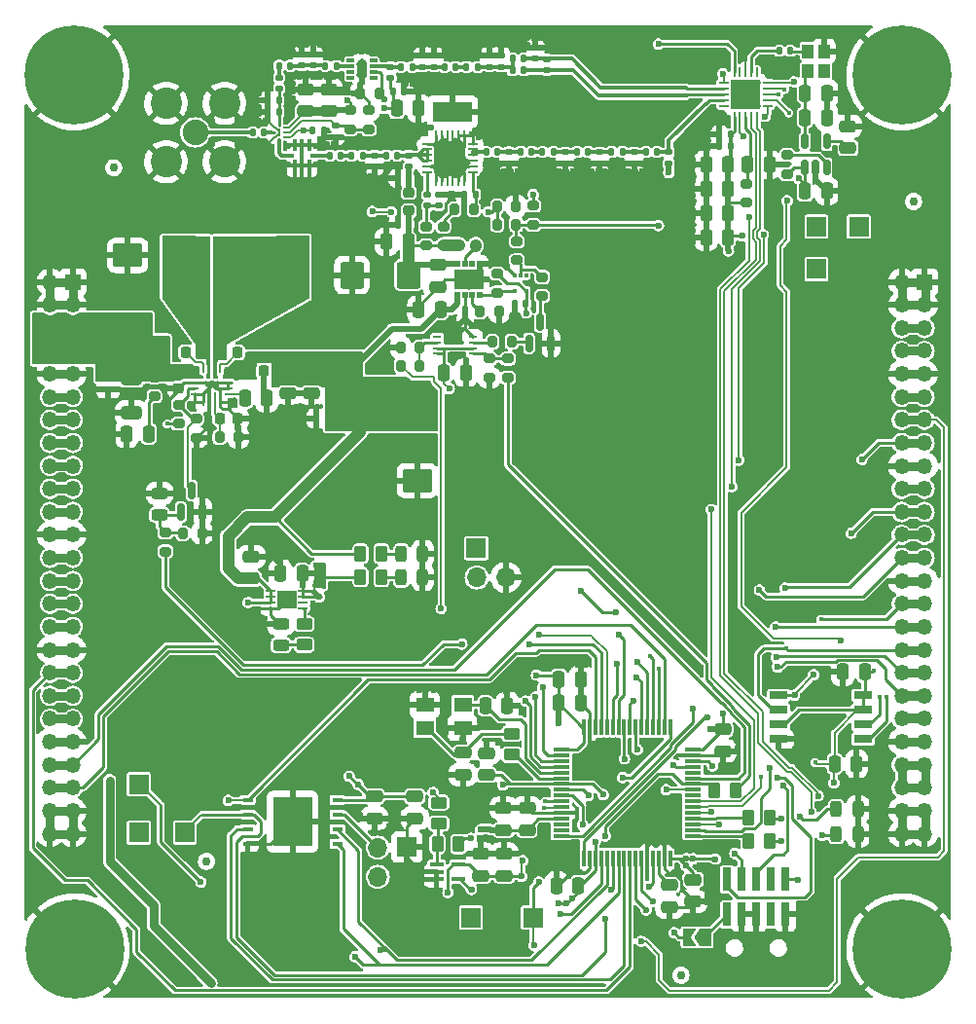
<source format=gtl>
G04 #@! TF.GenerationSoftware,KiCad,Pcbnew,(6.0.1)*
G04 #@! TF.CreationDate,2023-01-09T21:21:48+01:00*
G04 #@! TF.ProjectId,STS1_COBC_V2,53545331-5f43-44f4-9243-5f56322e6b69,rev?*
G04 #@! TF.SameCoordinates,Original*
G04 #@! TF.FileFunction,Copper,L1,Top*
G04 #@! TF.FilePolarity,Positive*
%FSLAX46Y46*%
G04 Gerber Fmt 4.6, Leading zero omitted, Abs format (unit mm)*
G04 Created by KiCad (PCBNEW (6.0.1)) date 2023-01-09 21:21:48*
%MOMM*%
%LPD*%
G01*
G04 APERTURE LIST*
G04 Aperture macros list*
%AMRoundRect*
0 Rectangle with rounded corners*
0 $1 Rounding radius*
0 $2 $3 $4 $5 $6 $7 $8 $9 X,Y pos of 4 corners*
0 Add a 4 corners polygon primitive as box body*
4,1,4,$2,$3,$4,$5,$6,$7,$8,$9,$2,$3,0*
0 Add four circle primitives for the rounded corners*
1,1,$1+$1,$2,$3*
1,1,$1+$1,$4,$5*
1,1,$1+$1,$6,$7*
1,1,$1+$1,$8,$9*
0 Add four rect primitives between the rounded corners*
20,1,$1+$1,$2,$3,$4,$5,0*
20,1,$1+$1,$4,$5,$6,$7,0*
20,1,$1+$1,$6,$7,$8,$9,0*
20,1,$1+$1,$8,$9,$2,$3,0*%
%AMFreePoly0*
4,1,6,1.000000,0.000000,0.500000,-0.750000,-0.500000,-0.750000,-0.500000,0.750000,0.500000,0.750000,1.000000,0.000000,1.000000,0.000000,$1*%
%AMFreePoly1*
4,1,6,0.500000,-0.750000,-0.650000,-0.750000,-0.150000,0.000000,-0.650000,0.750000,0.500000,0.750000,0.500000,-0.750000,0.500000,-0.750000,$1*%
G04 Aperture macros list end*
G04 #@! TA.AperFunction,SMDPad,CuDef*
%ADD10C,0.750000*%
G04 #@! TD*
G04 #@! TA.AperFunction,ComponentPad*
%ADD11C,0.900000*%
G04 #@! TD*
G04 #@! TA.AperFunction,ComponentPad*
%ADD12C,8.600000*%
G04 #@! TD*
G04 #@! TA.AperFunction,ComponentPad*
%ADD13R,1.350000X1.350000*%
G04 #@! TD*
G04 #@! TA.AperFunction,ComponentPad*
%ADD14O,1.350000X1.350000*%
G04 #@! TD*
G04 #@! TA.AperFunction,SMDPad,CuDef*
%ADD15RoundRect,0.140000X0.140000X0.170000X-0.140000X0.170000X-0.140000X-0.170000X0.140000X-0.170000X0*%
G04 #@! TD*
G04 #@! TA.AperFunction,SMDPad,CuDef*
%ADD16RoundRect,0.243750X0.456250X-0.243750X0.456250X0.243750X-0.456250X0.243750X-0.456250X-0.243750X0*%
G04 #@! TD*
G04 #@! TA.AperFunction,SMDPad,CuDef*
%ADD17RoundRect,0.147500X0.147500X0.172500X-0.147500X0.172500X-0.147500X-0.172500X0.147500X-0.172500X0*%
G04 #@! TD*
G04 #@! TA.AperFunction,SMDPad,CuDef*
%ADD18R,1.600000X1.300000*%
G04 #@! TD*
G04 #@! TA.AperFunction,SMDPad,CuDef*
%ADD19RoundRect,0.250000X-0.475000X0.250000X-0.475000X-0.250000X0.475000X-0.250000X0.475000X0.250000X0*%
G04 #@! TD*
G04 #@! TA.AperFunction,SMDPad,CuDef*
%ADD20C,0.600000*%
G04 #@! TD*
G04 #@! TA.AperFunction,SMDPad,CuDef*
%ADD21RoundRect,0.250000X0.250000X0.475000X-0.250000X0.475000X-0.250000X-0.475000X0.250000X-0.475000X0*%
G04 #@! TD*
G04 #@! TA.AperFunction,SMDPad,CuDef*
%ADD22RoundRect,0.250000X0.450000X-0.262500X0.450000X0.262500X-0.450000X0.262500X-0.450000X-0.262500X0*%
G04 #@! TD*
G04 #@! TA.AperFunction,SMDPad,CuDef*
%ADD23RoundRect,0.140000X-0.140000X-0.170000X0.140000X-0.170000X0.140000X0.170000X-0.140000X0.170000X0*%
G04 #@! TD*
G04 #@! TA.AperFunction,SMDPad,CuDef*
%ADD24RoundRect,0.250000X-0.250000X-0.475000X0.250000X-0.475000X0.250000X0.475000X-0.250000X0.475000X0*%
G04 #@! TD*
G04 #@! TA.AperFunction,SMDPad,CuDef*
%ADD25RoundRect,0.140000X0.170000X-0.140000X0.170000X0.140000X-0.170000X0.140000X-0.170000X-0.140000X0*%
G04 #@! TD*
G04 #@! TA.AperFunction,SMDPad,CuDef*
%ADD26RoundRect,0.225000X-0.250000X0.225000X-0.250000X-0.225000X0.250000X-0.225000X0.250000X0.225000X0*%
G04 #@! TD*
G04 #@! TA.AperFunction,SMDPad,CuDef*
%ADD27RoundRect,0.200000X0.275000X-0.200000X0.275000X0.200000X-0.275000X0.200000X-0.275000X-0.200000X0*%
G04 #@! TD*
G04 #@! TA.AperFunction,SMDPad,CuDef*
%ADD28C,0.050000*%
G04 #@! TD*
G04 #@! TA.AperFunction,SMDPad,CuDef*
%ADD29R,1.650000X0.650000*%
G04 #@! TD*
G04 #@! TA.AperFunction,SMDPad,CuDef*
%ADD30RoundRect,0.200000X-0.275000X0.200000X-0.275000X-0.200000X0.275000X-0.200000X0.275000X0.200000X0*%
G04 #@! TD*
G04 #@! TA.AperFunction,ComponentPad*
%ADD31R,1.700000X1.700000*%
G04 #@! TD*
G04 #@! TA.AperFunction,SMDPad,CuDef*
%ADD32RoundRect,0.250000X-0.262500X-0.450000X0.262500X-0.450000X0.262500X0.450000X-0.262500X0.450000X0*%
G04 #@! TD*
G04 #@! TA.AperFunction,SMDPad,CuDef*
%ADD33RoundRect,0.140000X-0.170000X0.140000X-0.170000X-0.140000X0.170000X-0.140000X0.170000X0.140000X0*%
G04 #@! TD*
G04 #@! TA.AperFunction,SMDPad,CuDef*
%ADD34RoundRect,0.250000X-0.650000X0.325000X-0.650000X-0.325000X0.650000X-0.325000X0.650000X0.325000X0*%
G04 #@! TD*
G04 #@! TA.AperFunction,SMDPad,CuDef*
%ADD35R,0.950000X0.450000*%
G04 #@! TD*
G04 #@! TA.AperFunction,SMDPad,CuDef*
%ADD36R,3.450000X4.350000*%
G04 #@! TD*
G04 #@! TA.AperFunction,SMDPad,CuDef*
%ADD37RoundRect,0.062500X0.350000X0.062500X-0.350000X0.062500X-0.350000X-0.062500X0.350000X-0.062500X0*%
G04 #@! TD*
G04 #@! TA.AperFunction,SMDPad,CuDef*
%ADD38RoundRect,0.062500X0.062500X0.350000X-0.062500X0.350000X-0.062500X-0.350000X0.062500X-0.350000X0*%
G04 #@! TD*
G04 #@! TA.AperFunction,ComponentPad*
%ADD39C,0.500000*%
G04 #@! TD*
G04 #@! TA.AperFunction,SMDPad,CuDef*
%ADD40R,2.700000X2.700000*%
G04 #@! TD*
G04 #@! TA.AperFunction,ComponentPad*
%ADD41O,1.700000X1.700000*%
G04 #@! TD*
G04 #@! TA.AperFunction,SMDPad,CuDef*
%ADD42RoundRect,0.147500X-0.172500X0.147500X-0.172500X-0.147500X0.172500X-0.147500X0.172500X0.147500X0*%
G04 #@! TD*
G04 #@! TA.AperFunction,SMDPad,CuDef*
%ADD43RoundRect,0.218750X-0.256250X0.218750X-0.256250X-0.218750X0.256250X-0.218750X0.256250X0.218750X0*%
G04 #@! TD*
G04 #@! TA.AperFunction,SMDPad,CuDef*
%ADD44R,0.760000X2.030000*%
G04 #@! TD*
G04 #@! TA.AperFunction,SMDPad,CuDef*
%ADD45RoundRect,0.250000X0.787500X0.925000X-0.787500X0.925000X-0.787500X-0.925000X0.787500X-0.925000X0*%
G04 #@! TD*
G04 #@! TA.AperFunction,SMDPad,CuDef*
%ADD46RoundRect,0.200000X-0.200000X-0.275000X0.200000X-0.275000X0.200000X0.275000X-0.200000X0.275000X0*%
G04 #@! TD*
G04 #@! TA.AperFunction,SMDPad,CuDef*
%ADD47RoundRect,0.200000X0.200000X0.275000X-0.200000X0.275000X-0.200000X-0.275000X0.200000X-0.275000X0*%
G04 #@! TD*
G04 #@! TA.AperFunction,SMDPad,CuDef*
%ADD48RoundRect,0.243750X0.243750X0.456250X-0.243750X0.456250X-0.243750X-0.456250X0.243750X-0.456250X0*%
G04 #@! TD*
G04 #@! TA.AperFunction,SMDPad,CuDef*
%ADD49RoundRect,0.250000X-0.450000X0.262500X-0.450000X-0.262500X0.450000X-0.262500X0.450000X0.262500X0*%
G04 #@! TD*
G04 #@! TA.AperFunction,ComponentPad*
%ADD50C,2.240000*%
G04 #@! TD*
G04 #@! TA.AperFunction,ComponentPad*
%ADD51C,2.740000*%
G04 #@! TD*
G04 #@! TA.AperFunction,SMDPad,CuDef*
%ADD52R,0.807999X0.254800*%
G04 #@! TD*
G04 #@! TA.AperFunction,SMDPad,CuDef*
%ADD53R,1.752600X1.549400*%
G04 #@! TD*
G04 #@! TA.AperFunction,SMDPad,CuDef*
%ADD54RoundRect,0.250000X0.475000X-0.250000X0.475000X0.250000X-0.475000X0.250000X-0.475000X-0.250000X0*%
G04 #@! TD*
G04 #@! TA.AperFunction,SMDPad,CuDef*
%ADD55RoundRect,0.243750X-0.456250X0.243750X-0.456250X-0.243750X0.456250X-0.243750X0.456250X0.243750X0*%
G04 #@! TD*
G04 #@! TA.AperFunction,SMDPad,CuDef*
%ADD56RoundRect,0.225000X-0.225000X-0.250000X0.225000X-0.250000X0.225000X0.250000X-0.225000X0.250000X0*%
G04 #@! TD*
G04 #@! TA.AperFunction,SMDPad,CuDef*
%ADD57RoundRect,0.062500X-0.362500X-0.062500X0.362500X-0.062500X0.362500X0.062500X-0.362500X0.062500X0*%
G04 #@! TD*
G04 #@! TA.AperFunction,SMDPad,CuDef*
%ADD58RoundRect,0.062500X-0.062500X-0.362500X0.062500X-0.362500X0.062500X0.362500X-0.062500X0.362500X0*%
G04 #@! TD*
G04 #@! TA.AperFunction,SMDPad,CuDef*
%ADD59R,2.600000X2.600000*%
G04 #@! TD*
G04 #@! TA.AperFunction,SMDPad,CuDef*
%ADD60RoundRect,0.150000X0.150000X-0.587500X0.150000X0.587500X-0.150000X0.587500X-0.150000X-0.587500X0*%
G04 #@! TD*
G04 #@! TA.AperFunction,SMDPad,CuDef*
%ADD61C,0.500000*%
G04 #@! TD*
G04 #@! TA.AperFunction,SMDPad,CuDef*
%ADD62RoundRect,0.147500X-0.147500X-0.172500X0.147500X-0.172500X0.147500X0.172500X-0.147500X0.172500X0*%
G04 #@! TD*
G04 #@! TA.AperFunction,SMDPad,CuDef*
%ADD63R,0.470000X0.560000*%
G04 #@! TD*
G04 #@! TA.AperFunction,SMDPad,CuDef*
%ADD64R,2.520000X1.700000*%
G04 #@! TD*
G04 #@! TA.AperFunction,ComponentPad*
%ADD65C,1.000000*%
G04 #@! TD*
G04 #@! TA.AperFunction,SMDPad,CuDef*
%ADD66R,0.750000X0.250000*%
G04 #@! TD*
G04 #@! TA.AperFunction,SMDPad,CuDef*
%ADD67R,1.000000X1.150000*%
G04 #@! TD*
G04 #@! TA.AperFunction,SMDPad,CuDef*
%ADD68R,1.475000X0.300000*%
G04 #@! TD*
G04 #@! TA.AperFunction,SMDPad,CuDef*
%ADD69R,0.300000X1.475000*%
G04 #@! TD*
G04 #@! TA.AperFunction,SMDPad,CuDef*
%ADD70R,1.000000X0.625000*%
G04 #@! TD*
G04 #@! TA.AperFunction,SMDPad,CuDef*
%ADD71RoundRect,0.250000X-1.025000X0.787500X-1.025000X-0.787500X1.025000X-0.787500X1.025000X0.787500X0*%
G04 #@! TD*
G04 #@! TA.AperFunction,SMDPad,CuDef*
%ADD72RoundRect,0.225000X0.225000X0.250000X-0.225000X0.250000X-0.225000X-0.250000X0.225000X-0.250000X0*%
G04 #@! TD*
G04 #@! TA.AperFunction,SMDPad,CuDef*
%ADD73FreePoly0,180.000000*%
G04 #@! TD*
G04 #@! TA.AperFunction,SMDPad,CuDef*
%ADD74FreePoly1,180.000000*%
G04 #@! TD*
G04 #@! TA.AperFunction,SMDPad,CuDef*
%ADD75R,0.350000X1.000000*%
G04 #@! TD*
G04 #@! TA.AperFunction,SMDPad,CuDef*
%ADD76R,1.000000X0.350000*%
G04 #@! TD*
G04 #@! TA.AperFunction,SMDPad,CuDef*
%ADD77RoundRect,0.147500X0.172500X-0.147500X0.172500X0.147500X-0.172500X0.147500X-0.172500X-0.147500X0*%
G04 #@! TD*
G04 #@! TA.AperFunction,SMDPad,CuDef*
%ADD78R,0.300000X0.450000*%
G04 #@! TD*
G04 #@! TA.AperFunction,SMDPad,CuDef*
%ADD79R,3.400000X1.800000*%
G04 #@! TD*
G04 #@! TA.AperFunction,SMDPad,CuDef*
%ADD80R,2.900000X5.400000*%
G04 #@! TD*
G04 #@! TA.AperFunction,SMDPad,CuDef*
%ADD81RoundRect,0.075000X-0.275000X-0.075000X0.275000X-0.075000X0.275000X0.075000X-0.275000X0.075000X0*%
G04 #@! TD*
G04 #@! TA.AperFunction,HeatsinkPad*
%ADD82C,0.554000*%
G04 #@! TD*
G04 #@! TA.AperFunction,SMDPad,CuDef*
%ADD83R,0.700000X1.600000*%
G04 #@! TD*
G04 #@! TA.AperFunction,SMDPad,CuDef*
%ADD84R,1.200000X0.400000*%
G04 #@! TD*
G04 #@! TA.AperFunction,SMDPad,CuDef*
%ADD85RoundRect,0.020000X-0.080000X-0.080000X0.080000X-0.080000X0.080000X0.080000X-0.080000X0.080000X0*%
G04 #@! TD*
G04 #@! TA.AperFunction,SMDPad,CuDef*
%ADD86RoundRect,0.020000X-0.080000X-0.280000X0.080000X-0.280000X0.080000X0.280000X-0.080000X0.280000X0*%
G04 #@! TD*
G04 #@! TA.AperFunction,SMDPad,CuDef*
%ADD87RoundRect,0.150000X0.150000X-0.512500X0.150000X0.512500X-0.150000X0.512500X-0.150000X-0.512500X0*%
G04 #@! TD*
G04 #@! TA.AperFunction,SMDPad,CuDef*
%ADD88RoundRect,0.250000X1.025000X-0.787500X1.025000X0.787500X-1.025000X0.787500X-1.025000X-0.787500X0*%
G04 #@! TD*
G04 #@! TA.AperFunction,SMDPad,CuDef*
%ADD89R,0.600000X0.700000*%
G04 #@! TD*
G04 #@! TA.AperFunction,SMDPad,CuDef*
%ADD90R,0.711200X0.254000*%
G04 #@! TD*
G04 #@! TA.AperFunction,SMDPad,CuDef*
%ADD91R,0.254000X0.711200*%
G04 #@! TD*
G04 #@! TA.AperFunction,SMDPad,CuDef*
%ADD92R,0.254000X1.193800*%
G04 #@! TD*
G04 #@! TA.AperFunction,ViaPad*
%ADD93C,0.600000*%
G04 #@! TD*
G04 #@! TA.AperFunction,ViaPad*
%ADD94C,0.400000*%
G04 #@! TD*
G04 #@! TA.AperFunction,Conductor*
%ADD95C,0.203200*%
G04 #@! TD*
G04 #@! TA.AperFunction,Conductor*
%ADD96C,0.762000*%
G04 #@! TD*
G04 #@! TA.AperFunction,Conductor*
%ADD97C,0.254000*%
G04 #@! TD*
G04 #@! TA.AperFunction,Conductor*
%ADD98C,0.349400*%
G04 #@! TD*
G04 #@! TA.AperFunction,Conductor*
%ADD99C,0.128000*%
G04 #@! TD*
G04 #@! TA.AperFunction,Conductor*
%ADD100C,0.200000*%
G04 #@! TD*
G04 #@! TA.AperFunction,Conductor*
%ADD101C,0.508000*%
G04 #@! TD*
G04 #@! TA.AperFunction,Conductor*
%ADD102C,1.016000*%
G04 #@! TD*
G04 APERTURE END LIST*
G36*
X154882540Y-67500000D02*
G01*
X154382540Y-67500000D01*
X154382540Y-66500000D01*
X154882540Y-66500000D01*
X154882540Y-67500000D01*
G37*
D10*
X193632540Y-57300000D03*
X124037000Y-54375500D03*
X132122000Y-114690000D03*
D11*
X194880419Y-44019581D03*
X190319581Y-44019581D03*
X192600000Y-49525000D03*
X189375000Y-46300000D03*
D12*
X192600000Y-46300000D03*
D11*
X195825000Y-46300000D03*
X190319581Y-48580419D03*
X194880419Y-48580419D03*
X192600000Y-43075000D03*
X118349581Y-124580419D03*
X122910419Y-120019581D03*
X122910419Y-124580419D03*
X118349581Y-120019581D03*
X120630000Y-119075000D03*
D12*
X120630000Y-122300000D03*
D11*
X117405000Y-122300000D03*
X123855000Y-122300000D03*
X120630000Y-125525000D03*
X190319581Y-124580419D03*
X192600000Y-119075000D03*
D12*
X192600000Y-122300000D03*
D11*
X190319581Y-120019581D03*
X192600000Y-125525000D03*
X189375000Y-122300000D03*
X195825000Y-122300000D03*
X194880419Y-124580419D03*
X194880419Y-120019581D03*
D10*
X173400000Y-124600000D03*
D13*
X194600000Y-64300000D03*
D14*
X192600000Y-64300000D03*
X194600000Y-66300000D03*
X192600000Y-66300000D03*
X194600000Y-68300000D03*
X192600000Y-68300000D03*
X194600000Y-70300000D03*
X192600000Y-70300000D03*
X194600000Y-72300000D03*
X192600000Y-72300000D03*
X194600000Y-74300000D03*
X192600000Y-74300000D03*
X194600000Y-76300000D03*
X192600000Y-76300000D03*
X194600000Y-78300000D03*
X192600000Y-78300000D03*
X194600000Y-80300000D03*
X192600000Y-80300000D03*
X194600000Y-82300000D03*
X192600000Y-82300000D03*
X194600000Y-84300000D03*
X192600000Y-84300000D03*
X194600000Y-86300000D03*
X192600000Y-86300000D03*
X194600000Y-88300000D03*
X192600000Y-88300000D03*
X194600000Y-90300000D03*
X192600000Y-90300000D03*
X194600000Y-92300000D03*
X192600000Y-92300000D03*
X194600000Y-94300000D03*
X192600000Y-94300000D03*
X194600000Y-96300000D03*
X192600000Y-96300000D03*
X194600000Y-98300000D03*
X192600000Y-98300000D03*
X194600000Y-100300000D03*
X192600000Y-100300000D03*
X194600000Y-102300000D03*
X192600000Y-102300000D03*
X194600000Y-104300000D03*
X192600000Y-104300000D03*
X194600000Y-106300000D03*
X192600000Y-106300000D03*
X194600000Y-108300000D03*
X192600000Y-108300000D03*
X194600000Y-110300000D03*
X192600000Y-110300000D03*
X194600000Y-112300000D03*
X192600000Y-112300000D03*
D11*
X120600000Y-43075000D03*
X122880419Y-44019581D03*
X120600000Y-49525000D03*
X117375000Y-46300000D03*
X122880419Y-48580419D03*
X123825000Y-46300000D03*
X118319581Y-44019581D03*
X118319581Y-48580419D03*
D12*
X120600000Y-46300000D03*
D13*
X120500000Y-64300000D03*
D14*
X118500000Y-64300000D03*
X120500000Y-66300000D03*
X118500000Y-66300000D03*
X120500000Y-68300000D03*
X118500000Y-68300000D03*
X120500000Y-70300000D03*
X118500000Y-70300000D03*
X120500000Y-72300000D03*
X118500000Y-72300000D03*
X120500000Y-74300000D03*
X118500000Y-74300000D03*
X120500000Y-76300000D03*
X118500000Y-76300000D03*
X120500000Y-78300000D03*
X118500000Y-78300000D03*
X120500000Y-80300000D03*
X118500000Y-80300000D03*
X120500000Y-82300000D03*
X118500000Y-82300000D03*
X120500000Y-84300000D03*
X118500000Y-84300000D03*
X120500000Y-86300000D03*
X118500000Y-86300000D03*
X120500000Y-88300000D03*
X118500000Y-88300000D03*
X120500000Y-90300000D03*
X118500000Y-90300000D03*
X120500000Y-92300000D03*
X118500000Y-92300000D03*
X120500000Y-94300000D03*
X118500000Y-94300000D03*
X120500000Y-96300000D03*
X118500000Y-96300000D03*
X120500000Y-98300000D03*
X118500000Y-98300000D03*
X120500000Y-100300000D03*
X118500000Y-100300000D03*
X120500000Y-102300000D03*
X118500000Y-102300000D03*
X120500000Y-104300000D03*
X118500000Y-104300000D03*
X120500000Y-106300000D03*
X118500000Y-106300000D03*
X120500000Y-108300000D03*
X118500000Y-108300000D03*
X120500000Y-110300000D03*
X118500000Y-110300000D03*
X120500000Y-112300000D03*
X118500000Y-112300000D03*
D15*
X150012540Y-45600000D03*
X149052540Y-45600000D03*
D16*
X128038000Y-84557500D03*
X128038000Y-82682500D03*
D17*
X145717540Y-53300000D03*
X144747540Y-53300000D03*
D18*
X154412540Y-101080000D03*
X151112540Y-101080000D03*
X151112540Y-103080000D03*
X154412540Y-103080000D03*
D19*
X141256000Y-72075500D03*
X141256000Y-73975500D03*
D20*
X144532540Y-107300000D03*
D21*
X149682540Y-60800000D03*
X147782540Y-60800000D03*
D22*
X152332540Y-111412500D03*
X152332540Y-109587500D03*
D23*
X141352540Y-51100000D03*
X142312540Y-51100000D03*
D24*
X179182540Y-54100000D03*
X181082540Y-54100000D03*
D25*
X160732540Y-44880000D03*
X160732540Y-43920000D03*
D26*
X129675000Y-72013500D03*
X129675000Y-73563500D03*
D21*
X127093000Y-77531500D03*
X125193000Y-77531500D03*
D19*
X172402540Y-116780000D03*
X172402540Y-118680000D03*
D27*
X129699000Y-76641500D03*
X129699000Y-74991500D03*
D20*
X184937000Y-98475500D03*
X162932540Y-119300000D03*
D21*
X164675000Y-100892000D03*
X162775000Y-100892000D03*
D28*
X155532540Y-61100000D03*
D25*
X140432540Y-45480000D03*
X140432540Y-44520000D03*
D29*
X181894000Y-100268000D03*
X181894000Y-101538000D03*
X181894000Y-102808000D03*
X181894000Y-104078000D03*
X189244000Y-104078000D03*
X189244000Y-102808000D03*
X189244000Y-101538000D03*
X189244000Y-100268000D03*
D21*
X177482540Y-56200000D03*
X175582540Y-56200000D03*
D17*
X165317540Y-53000000D03*
X164347540Y-53000000D03*
D30*
X160532540Y-57675000D03*
X160532540Y-59325000D03*
D23*
X148752540Y-55300000D03*
X149712540Y-55300000D03*
D31*
X160532540Y-119600000D03*
D32*
X152220040Y-113200000D03*
X154045040Y-113200000D03*
D33*
X138432540Y-46520000D03*
X138432540Y-47480000D03*
D27*
X161332540Y-65525000D03*
X161332540Y-63875000D03*
D31*
X155132540Y-119600000D03*
D34*
X125575000Y-72738500D03*
X125575000Y-75688500D03*
D20*
X170632540Y-116900000D03*
D15*
X143812540Y-53300000D03*
X142852540Y-53300000D03*
X162312540Y-53000000D03*
X161352540Y-53000000D03*
D25*
X156732540Y-45580000D03*
X156732540Y-44620000D03*
D19*
X174462540Y-116300000D03*
X174462540Y-118200000D03*
D35*
X135707540Y-109345000D03*
X135707540Y-110615000D03*
X135707540Y-111885000D03*
X135707540Y-113155000D03*
X143507540Y-113155000D03*
X143507540Y-111885000D03*
X143507540Y-110615000D03*
X143507540Y-109345000D03*
D36*
X139607540Y-111250000D03*
D33*
X163332540Y-53020000D03*
X163332540Y-53980000D03*
D17*
X160417540Y-53000000D03*
X159447540Y-53000000D03*
D21*
X177482540Y-54100000D03*
X175582540Y-54100000D03*
D37*
X155270040Y-54775000D03*
X155270040Y-54275000D03*
X155270040Y-53775000D03*
X155270040Y-53275000D03*
X155270040Y-52775000D03*
X155270040Y-52275000D03*
D38*
X154557540Y-51562500D03*
X154057540Y-51562500D03*
X153557540Y-51562500D03*
X153057540Y-51562500D03*
X152557540Y-51562500D03*
X152057540Y-51562500D03*
D37*
X151345040Y-52275000D03*
X151345040Y-52775000D03*
X151345040Y-53275000D03*
X151345040Y-53775000D03*
X151345040Y-54275000D03*
X151345040Y-54775000D03*
D38*
X152057540Y-55487500D03*
X152557540Y-55487500D03*
X153057540Y-55487500D03*
X153557540Y-55487500D03*
X154057540Y-55487500D03*
X154557540Y-55487500D03*
D39*
X152207540Y-53525000D03*
X153307540Y-54625000D03*
X153307540Y-52425000D03*
X152207540Y-52425000D03*
D40*
X153307540Y-53525000D03*
D39*
X154407540Y-52425000D03*
X152207540Y-54625000D03*
X153307540Y-53525000D03*
X154407540Y-54625000D03*
X154407540Y-53525000D03*
D15*
X137112540Y-51300000D03*
X136152540Y-51300000D03*
D20*
X160832540Y-98500000D03*
D15*
X159712540Y-45900000D03*
X158752540Y-45900000D03*
D17*
X139417540Y-45500000D03*
X138447540Y-45500000D03*
D31*
X155592540Y-87460000D03*
D41*
X155632540Y-90000000D03*
X158172540Y-90000000D03*
D42*
X161732540Y-44915000D03*
X161732540Y-45885000D03*
D43*
X149732540Y-56512500D03*
X149732540Y-58087500D03*
D44*
X177410000Y-119317500D03*
X177410000Y-116267500D03*
X178680000Y-119317500D03*
X178680000Y-116267500D03*
X179950000Y-119317500D03*
X179950000Y-116267500D03*
X181220000Y-119317500D03*
X181220000Y-116267500D03*
X182490000Y-119317500D03*
X182490000Y-116267500D03*
D20*
X178832540Y-51600000D03*
D23*
X158952540Y-66200000D03*
X159912540Y-66200000D03*
D30*
X156732540Y-70975000D03*
X156732540Y-72625000D03*
D21*
X177482540Y-60400000D03*
X175582540Y-60400000D03*
D30*
X159132540Y-60775000D03*
X159132540Y-62425000D03*
D19*
X156472540Y-105270000D03*
X156472540Y-107170000D03*
D25*
X152332540Y-57680000D03*
X152332540Y-56720000D03*
D31*
X149562540Y-113465000D03*
D41*
X147022540Y-113505000D03*
X147022540Y-116045000D03*
D45*
X149695040Y-63700000D03*
X144770040Y-63700000D03*
D46*
X155907540Y-66900000D03*
X157557540Y-66900000D03*
D47*
X150657540Y-70000000D03*
X149007540Y-70000000D03*
X159057540Y-59300000D03*
X157407540Y-59300000D03*
D15*
X177712540Y-51500000D03*
X176752540Y-51500000D03*
D48*
X188792500Y-112322000D03*
X186917500Y-112322000D03*
D49*
X140612540Y-94035000D03*
X140612540Y-95860000D03*
D15*
X138412540Y-48500000D03*
X137452540Y-48500000D03*
D50*
X131132540Y-51300000D03*
D51*
X128592540Y-48760000D03*
X133672540Y-53840000D03*
X133672540Y-48760000D03*
X128592540Y-53840000D03*
D46*
X130071000Y-86160000D03*
X131721000Y-86160000D03*
D32*
X145517000Y-89962000D03*
X147342000Y-89962000D03*
D52*
X137727940Y-91201907D03*
X137727940Y-91701908D03*
X137727940Y-92201908D03*
X137727940Y-92701909D03*
X140517140Y-92701909D03*
X140517140Y-92201908D03*
X140517140Y-91701908D03*
X140517140Y-91201907D03*
D53*
X139122540Y-91951908D03*
D19*
X152232540Y-62850000D03*
X152232540Y-64750000D03*
D15*
X143412540Y-45500000D03*
X142452540Y-45500000D03*
X155512540Y-56700000D03*
X154552540Y-56700000D03*
D54*
X154432540Y-107150000D03*
X154432540Y-105250000D03*
D17*
X159717540Y-44900000D03*
X158747540Y-44900000D03*
D55*
X138592540Y-94030000D03*
X138592540Y-95905000D03*
D20*
X163432540Y-118350000D03*
D42*
X151332540Y-56715000D03*
X151332540Y-57685000D03*
X157732540Y-44615000D03*
X157732540Y-45585000D03*
D54*
X158022540Y-115960000D03*
X158022540Y-114060000D03*
D56*
X133300000Y-76213500D03*
X134850000Y-76213500D03*
D57*
X177107540Y-47000000D03*
X177107540Y-47500000D03*
X177107540Y-48000000D03*
X177107540Y-48500000D03*
X177107540Y-49000000D03*
D58*
X178032540Y-49925000D03*
X178532540Y-49925000D03*
X179032540Y-49925000D03*
X179532540Y-49925000D03*
X180032540Y-49925000D03*
D57*
X180957540Y-49000000D03*
X180957540Y-48500000D03*
X180957540Y-48000000D03*
X180957540Y-47500000D03*
X180957540Y-47000000D03*
D58*
X180032540Y-46075000D03*
X179532540Y-46075000D03*
X179032540Y-46075000D03*
X178532540Y-46075000D03*
X178032540Y-46075000D03*
D59*
X179032540Y-48000000D03*
D39*
X177982540Y-46950000D03*
X180082540Y-46950000D03*
X177982540Y-49050000D03*
X180082540Y-49050000D03*
D46*
X133250000Y-77813500D03*
X134900000Y-77813500D03*
D24*
X187479000Y-98225000D03*
X189379000Y-98225000D03*
D60*
X129882000Y-84303500D03*
X131782000Y-84303500D03*
X130832000Y-82428500D03*
D32*
X179287500Y-112900000D03*
X181112500Y-112900000D03*
D42*
X146732540Y-53315000D03*
X146732540Y-54285000D03*
D20*
X186712000Y-107877000D03*
D31*
X188871000Y-59490000D03*
X130232540Y-112200000D03*
D15*
X182912540Y-44200000D03*
X181952540Y-44200000D03*
D54*
X155972540Y-115960000D03*
X155972540Y-114060000D03*
D61*
X154632540Y-67500000D03*
X154632540Y-66500000D03*
D62*
X137447540Y-49500000D03*
X138417540Y-49500000D03*
D63*
X153932140Y-65470000D03*
X154582140Y-65470000D03*
X155232140Y-65470000D03*
X155882140Y-65470000D03*
X155882140Y-62730000D03*
X155232140Y-62730000D03*
X154582140Y-62730000D03*
X153932140Y-62730000D03*
D64*
X154932540Y-64100000D03*
D65*
X155465940Y-64100000D03*
X154399140Y-64100000D03*
D60*
X160182540Y-69637500D03*
X162082540Y-69637500D03*
X161132540Y-67762500D03*
D66*
X155282540Y-70550000D03*
X155282540Y-70050000D03*
X155282540Y-69550000D03*
X155282540Y-69050000D03*
X152182540Y-69050000D03*
X152182540Y-69550000D03*
X152182540Y-70050000D03*
X152182540Y-70550000D03*
D54*
X146707540Y-110950000D03*
X146707540Y-109050000D03*
D42*
X148132540Y-45615000D03*
X148132540Y-46585000D03*
D17*
X168317540Y-53000000D03*
X167347540Y-53000000D03*
D48*
X188792500Y-110163000D03*
X186917500Y-110163000D03*
D33*
X143332540Y-50720000D03*
X143332540Y-51680000D03*
D24*
X135475000Y-74413500D03*
X137375000Y-74413500D03*
D67*
X185832540Y-45975000D03*
X185832540Y-44225000D03*
X184432540Y-44225000D03*
X184432540Y-45975000D03*
D47*
X155357540Y-58000000D03*
X153707540Y-58000000D03*
D46*
X149012000Y-71575500D03*
X150662000Y-71575500D03*
D47*
X147157540Y-47900000D03*
X145507540Y-47900000D03*
D15*
X177712540Y-52500000D03*
X176752540Y-52500000D03*
D56*
X135528000Y-72070500D03*
X137078000Y-72070500D03*
D33*
X169332540Y-53020000D03*
X169332540Y-53980000D03*
D30*
X144632540Y-49375000D03*
X144632540Y-51025000D03*
D24*
X152782540Y-72200000D03*
X154682540Y-72200000D03*
D27*
X182632540Y-54925000D03*
X182632540Y-53275000D03*
D31*
X185188000Y-63173000D03*
D48*
X150937500Y-90000000D03*
X149062500Y-90000000D03*
D15*
X149712540Y-59300000D03*
X148752540Y-59300000D03*
D68*
X162969540Y-104975000D03*
X162969540Y-105475000D03*
X162969540Y-105975000D03*
X162969540Y-106475000D03*
X162969540Y-106975000D03*
X162969540Y-107475000D03*
X162969540Y-107975000D03*
X162969540Y-108475000D03*
X162969540Y-108975000D03*
X162969540Y-109475000D03*
X162969540Y-109975000D03*
X162969540Y-110475000D03*
X162969540Y-110975000D03*
X162969540Y-111475000D03*
X162969540Y-111975000D03*
X162969540Y-112475000D03*
D69*
X164957540Y-114463000D03*
X165457540Y-114463000D03*
X165957540Y-114463000D03*
X166457540Y-114463000D03*
X166957540Y-114463000D03*
X167457540Y-114463000D03*
X167957540Y-114463000D03*
X168457540Y-114463000D03*
X168957540Y-114463000D03*
X169457540Y-114463000D03*
X169957540Y-114463000D03*
X170457540Y-114463000D03*
X170957540Y-114463000D03*
X171457540Y-114463000D03*
X171957540Y-114463000D03*
X172457540Y-114463000D03*
D68*
X174445540Y-112475000D03*
X174445540Y-111975000D03*
X174445540Y-111475000D03*
X174445540Y-110975000D03*
X174445540Y-110475000D03*
X174445540Y-109975000D03*
X174445540Y-109475000D03*
X174445540Y-108975000D03*
X174445540Y-108475000D03*
X174445540Y-107975000D03*
X174445540Y-107475000D03*
X174445540Y-106975000D03*
X174445540Y-106475000D03*
X174445540Y-105975000D03*
X174445540Y-105475000D03*
X174445540Y-104975000D03*
D69*
X172457540Y-102987000D03*
X171957540Y-102987000D03*
X171457540Y-102987000D03*
X170957540Y-102987000D03*
X170457540Y-102987000D03*
X169957540Y-102987000D03*
X169457540Y-102987000D03*
X168957540Y-102987000D03*
X168457540Y-102987000D03*
X167957540Y-102987000D03*
X167457540Y-102987000D03*
X166957540Y-102987000D03*
X166457540Y-102987000D03*
X165957540Y-102987000D03*
X165457540Y-102987000D03*
X164957540Y-102987000D03*
D20*
X178732540Y-60300000D03*
D46*
X157407540Y-57700000D03*
X159057540Y-57700000D03*
D70*
X123575000Y-72401000D03*
X123575000Y-73626000D03*
D54*
X142732540Y-49450000D03*
X142732540Y-47550000D03*
D21*
X152482540Y-66700000D03*
X150582540Y-66700000D03*
D27*
X146232540Y-51025000D03*
X146232540Y-49375000D03*
D42*
X150932540Y-44615000D03*
X150932540Y-45585000D03*
X158432540Y-53015000D03*
X158432540Y-53985000D03*
D15*
X171312540Y-53000000D03*
X170352540Y-53000000D03*
D22*
X158662540Y-105422500D03*
X158662540Y-103597500D03*
D24*
X162582540Y-116800000D03*
X164482540Y-116800000D03*
D32*
X145517000Y-87938000D03*
X147342000Y-87938000D03*
D20*
X134007000Y-109401000D03*
D71*
X150437000Y-75363000D03*
X150437000Y-81588000D03*
D54*
X187932540Y-52650000D03*
X187932540Y-50750000D03*
D15*
X148712540Y-53300000D03*
X147752540Y-53300000D03*
D31*
X126232540Y-108000000D03*
D72*
X131850000Y-70413500D03*
X130300000Y-70413500D03*
D73*
X175525000Y-121300000D03*
D74*
X174075000Y-121300000D03*
D32*
X176320040Y-108500000D03*
X178145040Y-108500000D03*
D19*
X177022540Y-103200000D03*
X177022540Y-105100000D03*
D75*
X141082540Y-52400000D03*
X140432540Y-52400000D03*
X139782540Y-52400000D03*
D76*
X139232540Y-53300000D03*
D75*
X139782540Y-54200000D03*
X140432540Y-54200000D03*
X141082540Y-54200000D03*
D76*
X141632540Y-53300000D03*
D25*
X151932540Y-45580000D03*
X151932540Y-44620000D03*
D46*
X157007540Y-69500000D03*
X158657540Y-69500000D03*
D77*
X149732540Y-54285000D03*
X149732540Y-53315000D03*
D27*
X157432540Y-65225000D03*
X157432540Y-63575000D03*
D78*
X159932540Y-63700000D03*
X159432540Y-63700000D03*
X158932540Y-63700000D03*
X158932540Y-65100000D03*
X159932540Y-65100000D03*
D79*
X153532540Y-49500000D03*
D54*
X150232540Y-110950000D03*
X150232540Y-109050000D03*
D21*
X177482540Y-58300000D03*
X175582540Y-58300000D03*
D20*
X177032540Y-101800000D03*
D21*
X158292540Y-101160000D03*
X156392540Y-101160000D03*
D20*
X176400000Y-114500000D03*
D31*
X126232540Y-112200000D03*
D80*
X129725000Y-63013500D03*
X139625000Y-63013500D03*
D81*
X144632540Y-45050000D03*
X144632540Y-45550000D03*
X144632540Y-46050000D03*
X144632540Y-46550000D03*
X146632540Y-46550000D03*
X146632540Y-46050000D03*
X146632540Y-45550000D03*
X146632540Y-45050000D03*
D82*
X145632540Y-45167000D03*
X145632540Y-46433000D03*
X145632540Y-45800000D03*
D83*
X145632540Y-45800000D03*
D30*
X131223000Y-76198500D03*
X131223000Y-77848500D03*
D42*
X141432540Y-44515000D03*
X141432540Y-45485000D03*
D84*
X152142540Y-114950000D03*
X152142540Y-115600000D03*
X152142540Y-116250000D03*
X154042540Y-116250000D03*
X154042540Y-114950000D03*
D48*
X150937500Y-87938000D03*
X149062500Y-87938000D03*
D56*
X133300000Y-70413500D03*
X134850000Y-70413500D03*
D15*
X153812540Y-45600000D03*
X152852540Y-45600000D03*
D54*
X140732540Y-49450000D03*
X140732540Y-47550000D03*
D24*
X138552540Y-89667500D03*
X140452540Y-89667500D03*
D42*
X172332540Y-53015000D03*
X172332540Y-53985000D03*
D19*
X139224000Y-72075500D03*
X139224000Y-73975500D03*
D28*
X154132540Y-61100000D03*
D32*
X179287500Y-110868000D03*
X181112500Y-110868000D03*
D54*
X157962540Y-111980000D03*
X157962540Y-110080000D03*
D20*
X159532540Y-116000000D03*
X135742540Y-92187500D03*
D24*
X184182540Y-50000000D03*
X186082540Y-50000000D03*
D33*
X166332540Y-53020000D03*
X166332540Y-53980000D03*
D30*
X127575000Y-72588500D03*
X127575000Y-74238500D03*
D21*
X188678000Y-106226000D03*
X186778000Y-106226000D03*
D30*
X128546000Y-86097000D03*
X128546000Y-87747000D03*
D27*
X151232540Y-61125000D03*
X151232540Y-59475000D03*
D17*
X155717540Y-45600000D03*
X154747540Y-45600000D03*
D85*
X138032540Y-50900000D03*
X138032540Y-51300000D03*
X138032540Y-51700000D03*
X138432540Y-51900000D03*
X138832540Y-51700000D03*
X138832540Y-51300000D03*
X138832540Y-50900000D03*
X138432540Y-50700000D03*
D86*
X138432540Y-51300000D03*
D27*
X158332540Y-72625000D03*
X158332540Y-70975000D03*
D30*
X179132540Y-55775000D03*
X179132540Y-57425000D03*
D24*
X148682540Y-49200000D03*
X150582540Y-49200000D03*
D87*
X184182540Y-54337500D03*
X185132540Y-54337500D03*
X186082540Y-54337500D03*
X186082540Y-52062500D03*
X184182540Y-52062500D03*
D21*
X164675000Y-98860000D03*
X162775000Y-98860000D03*
D24*
X184182540Y-47900000D03*
X186082540Y-47900000D03*
D30*
X152732540Y-59475000D03*
X152732540Y-61125000D03*
D19*
X160002540Y-110070000D03*
X160002540Y-111970000D03*
D88*
X125275000Y-68212500D03*
X125275000Y-61987500D03*
D23*
X148352540Y-47700000D03*
X149312540Y-47700000D03*
D19*
X136032540Y-88197500D03*
X136032540Y-90097500D03*
D89*
X143037000Y-76175500D03*
X141637000Y-76175500D03*
D90*
X131125000Y-72563499D03*
X131125000Y-73063500D03*
X131125000Y-73563500D03*
X131125000Y-74063501D03*
D91*
X131824938Y-74763586D03*
D92*
X132325064Y-74522286D03*
X132825000Y-74522286D03*
D91*
X133325062Y-74763586D03*
D90*
X134025000Y-74063501D03*
X134025000Y-73563500D03*
X134025000Y-73063500D03*
X134025000Y-72563499D03*
D91*
X133325001Y-71863500D03*
D92*
X132825000Y-72104790D03*
X132325000Y-72104790D03*
D91*
X131824999Y-71863500D03*
D31*
X185188000Y-59490000D03*
D15*
X157412540Y-53000000D03*
X156452540Y-53000000D03*
D24*
X184182540Y-56400000D03*
X186082540Y-56400000D03*
D20*
X141922540Y-91697500D03*
D93*
X146537000Y-58175500D03*
D94*
X123682540Y-108168460D03*
X123682540Y-107660460D03*
X128683000Y-76642500D03*
X132495770Y-125263230D03*
D93*
X123682540Y-108800000D03*
D94*
X128429000Y-71435500D03*
X132114770Y-124882230D03*
D93*
X131682540Y-124450000D03*
X168482540Y-105780000D03*
X181812540Y-97810000D03*
X169256900Y-100709359D03*
X181702540Y-96970000D03*
X169552540Y-98680000D03*
D94*
X170710000Y-96828000D03*
X182521000Y-96193000D03*
D93*
X181632540Y-94310000D03*
X169592540Y-97380000D03*
D94*
X191284000Y-100384000D03*
X190649000Y-100384000D03*
X185569000Y-93653000D03*
X171472000Y-97971000D03*
D93*
X175666404Y-102209826D03*
X174432540Y-101400000D03*
X155832540Y-43700000D03*
X145832540Y-54500000D03*
D94*
X123095000Y-74991500D03*
X174520000Y-59363000D03*
D93*
X146437000Y-71975500D03*
X187432540Y-53900000D03*
X161432540Y-47100000D03*
X167937000Y-73475500D03*
X170232540Y-51900000D03*
X161032540Y-115600000D03*
X145832540Y-55100000D03*
X158032540Y-119500000D03*
X139632540Y-48300000D03*
X154232540Y-47100000D03*
X166937000Y-72475500D03*
X140232540Y-43700000D03*
X143232540Y-52300000D03*
D94*
X174520000Y-61395000D03*
D93*
X190100000Y-111800000D03*
D94*
X137182000Y-94161000D03*
D93*
X140832540Y-46500000D03*
X135612540Y-115020000D03*
X185600000Y-102800000D03*
D94*
X148027000Y-83875500D03*
D93*
X167632540Y-49100000D03*
X158832540Y-51900000D03*
X173032540Y-50100000D03*
X149232540Y-44300000D03*
X135432540Y-52300000D03*
D94*
X142770000Y-64443000D03*
D93*
X170937000Y-72475500D03*
X154632540Y-44300000D03*
X158232540Y-51900000D03*
X190100000Y-110800000D03*
X138432540Y-44300000D03*
X142032540Y-46500000D03*
X154032540Y-44300000D03*
X158432540Y-47100000D03*
X175732540Y-118300000D03*
D94*
X140494000Y-75118500D03*
D93*
X148882540Y-111700000D03*
X139152540Y-115140000D03*
X136282540Y-115020000D03*
X148032540Y-44300000D03*
X164632540Y-44100000D03*
X151832540Y-47100000D03*
D94*
X142770000Y-62919000D03*
X174520000Y-58728000D03*
D93*
X182832540Y-43100000D03*
X170032540Y-46500000D03*
X125312000Y-59975500D03*
X158632540Y-54700000D03*
X185832540Y-42900000D03*
X155832540Y-44300000D03*
D94*
X142770000Y-65459000D03*
D93*
X155232540Y-110800000D03*
X158032540Y-120500000D03*
X137232540Y-53100000D03*
X170632540Y-49100000D03*
X163632540Y-51900000D03*
X163232540Y-47100000D03*
X166232540Y-54700000D03*
X143232540Y-46500000D03*
X137312000Y-68689000D03*
X160032540Y-43700000D03*
X139437000Y-58475500D03*
X147437000Y-70975500D03*
X172232540Y-50900000D03*
X166632540Y-51900000D03*
D94*
X123085000Y-77778000D03*
D93*
X140232540Y-46500000D03*
X165432540Y-44900000D03*
X173232540Y-52900000D03*
X162832540Y-54700000D03*
X152232540Y-43700000D03*
X148632540Y-44300000D03*
X160632540Y-43100000D03*
D94*
X149297000Y-83875500D03*
D93*
X181632540Y-43100000D03*
X187232540Y-44100000D03*
X172632540Y-50500000D03*
X142232540Y-54500000D03*
D94*
X178203000Y-104194000D03*
D93*
X145632540Y-52300000D03*
X132632540Y-50300000D03*
X136632540Y-52300000D03*
X165432540Y-54100000D03*
X175232540Y-50300000D03*
X126312000Y-58975500D03*
X164482540Y-97600000D03*
X158832540Y-43700000D03*
X176832540Y-42700000D03*
X169032540Y-51900000D03*
X165432540Y-51900000D03*
X162432540Y-58300000D03*
X137232540Y-50300000D03*
X168937000Y-73475500D03*
X176832540Y-44700000D03*
D94*
X147392000Y-83875500D03*
D93*
X165832540Y-49100000D03*
X156432540Y-109800000D03*
X131782540Y-119280000D03*
X146232540Y-52300000D03*
X123312000Y-59975500D03*
X161832540Y-43700000D03*
X157632540Y-51900000D03*
X130937000Y-58475500D03*
D94*
X136303000Y-76134500D03*
D93*
X145032540Y-44300000D03*
X166832540Y-54700000D03*
D94*
X139859000Y-75118500D03*
D93*
X147437000Y-71975500D03*
X123312000Y-58975500D03*
D94*
X149374000Y-67618000D03*
D93*
X174832540Y-50700000D03*
X150602540Y-99850000D03*
X133937000Y-58475500D03*
D94*
X123085000Y-77143000D03*
D93*
X137832540Y-44300000D03*
X137532540Y-117380000D03*
X166632540Y-46100000D03*
X126312000Y-59975500D03*
D94*
X137182000Y-94669000D03*
D93*
X162432540Y-60500000D03*
X153232540Y-56700000D03*
X182140000Y-45520000D03*
X150432540Y-51700000D03*
X187872540Y-119330000D03*
X168232540Y-46500000D03*
X159432540Y-43700000D03*
X131782540Y-120790000D03*
X172832540Y-49100000D03*
X162432540Y-43700000D03*
D94*
X139087000Y-88319000D03*
D93*
X162032540Y-47100000D03*
X191992540Y-115410000D03*
X142832540Y-54500000D03*
X176032540Y-49500000D03*
X139312540Y-119370000D03*
X136032540Y-52300000D03*
X158032540Y-54700000D03*
X141102540Y-121100000D03*
X174032540Y-49100000D03*
X156432540Y-55900000D03*
X154332540Y-104100000D03*
X138312000Y-68689000D03*
X170032540Y-54700000D03*
X170452540Y-123560000D03*
X158899000Y-67999000D03*
X175232540Y-46500000D03*
D94*
X148662000Y-83875500D03*
D93*
X137232540Y-44300000D03*
X141632540Y-52500000D03*
X188937000Y-71475500D03*
X155232540Y-44300000D03*
X175732540Y-117100000D03*
X138632540Y-54100000D03*
X175732540Y-117700000D03*
X150432540Y-43700000D03*
X168937000Y-72475500D03*
X140132540Y-116150000D03*
X140312000Y-68689000D03*
X145232540Y-54500000D03*
X190052540Y-117300000D03*
X135432540Y-50300000D03*
X141432540Y-46500000D03*
X164937000Y-73475500D03*
X187432540Y-49300000D03*
X189437000Y-53975500D03*
X174032540Y-51500000D03*
X168432540Y-54100000D03*
X158682540Y-107100000D03*
X142632540Y-44300000D03*
X160032540Y-54100000D03*
D94*
X174520000Y-55553000D03*
D93*
X155432540Y-47100000D03*
X142632540Y-46500000D03*
X130122540Y-119310000D03*
X159232540Y-54700000D03*
X161832540Y-54100000D03*
D94*
X141764000Y-75118500D03*
X174520000Y-53648000D03*
D93*
X124312000Y-58975500D03*
X163032540Y-43700000D03*
X167032540Y-46500000D03*
X184437000Y-72975500D03*
X172362540Y-123630000D03*
X162432540Y-54100000D03*
X169432540Y-49100000D03*
X190092540Y-115510000D03*
X185937000Y-71475500D03*
X158432540Y-106450000D03*
X167232540Y-54100000D03*
X143832540Y-44300000D03*
X159032540Y-47100000D03*
X163632540Y-43700000D03*
D94*
X132270500Y-76801000D03*
D93*
X151232540Y-47100000D03*
X150632540Y-55700000D03*
X175632540Y-49900000D03*
X143432540Y-54500000D03*
D94*
X142770000Y-64951000D03*
D93*
X165132540Y-97600000D03*
D94*
X178203000Y-104829000D03*
D93*
X173232540Y-55300000D03*
D94*
X174520000Y-59871000D03*
D93*
X157432540Y-61500000D03*
X173232540Y-54100000D03*
X154832540Y-47100000D03*
X136032540Y-50300000D03*
D94*
X142770000Y-63427000D03*
D93*
X161632540Y-115600000D03*
D94*
X149932000Y-83875500D03*
D93*
X139632540Y-44300000D03*
X139312540Y-121070000D03*
X140832540Y-43700000D03*
X169432540Y-46500000D03*
X180432540Y-43100000D03*
X142632540Y-52300000D03*
X166232540Y-45700000D03*
X149112540Y-103550000D03*
X168832540Y-54700000D03*
X145032540Y-52300000D03*
X172632540Y-44700000D03*
X164232540Y-47500000D03*
D94*
X174520000Y-57458000D03*
D93*
X136632540Y-48500000D03*
X165937000Y-73475500D03*
D94*
X132575000Y-73213500D03*
D93*
X140162540Y-115120000D03*
X149112540Y-102110000D03*
D94*
X137573000Y-76134500D03*
D93*
X167232540Y-51900000D03*
X161832540Y-43100000D03*
X175732540Y-116500000D03*
X172232540Y-49100000D03*
X145632540Y-44300000D03*
X156632540Y-47100000D03*
X159432540Y-54100000D03*
D94*
X174520000Y-60887000D03*
D93*
X163832540Y-96950000D03*
X165632540Y-54700000D03*
X149832074Y-44307273D03*
X167832540Y-54100000D03*
D94*
X151837000Y-83875500D03*
D93*
X155862540Y-103050000D03*
X146832540Y-44300000D03*
X160632540Y-51900000D03*
X137232540Y-52300000D03*
X136632540Y-49700000D03*
X148832540Y-56100000D03*
X151632540Y-50900000D03*
D94*
X149374000Y-67110000D03*
D93*
X139032540Y-44300000D03*
X167632540Y-46500000D03*
X170937000Y-73475500D03*
X169432540Y-54700000D03*
D94*
X141129000Y-75118500D03*
D93*
X172362540Y-121550000D03*
X136632540Y-47900000D03*
X137232540Y-46100000D03*
X139312000Y-68689000D03*
X139632540Y-47700000D03*
X142632540Y-43700000D03*
X137502540Y-119310000D03*
X168832540Y-49100000D03*
X166032540Y-51900000D03*
X144432540Y-44300000D03*
X187922540Y-117300000D03*
X151032540Y-51300000D03*
X141162540Y-115110000D03*
X133212540Y-120730000D03*
X136632540Y-50300000D03*
D94*
X132325064Y-76175436D03*
D93*
X159632540Y-47100000D03*
X172632540Y-42700000D03*
X131937000Y-58475500D03*
D94*
X174520000Y-56823000D03*
X136938000Y-76134500D03*
D93*
X164232540Y-51900000D03*
X157632540Y-43700000D03*
D94*
X183410000Y-104194000D03*
D93*
X165832540Y-45300000D03*
X171937000Y-73475500D03*
X160632540Y-54100000D03*
X170232540Y-54100000D03*
D94*
X128048000Y-75372500D03*
D93*
X173432540Y-49100000D03*
X149982540Y-99850000D03*
X153832540Y-56700000D03*
X157532540Y-104400000D03*
X165032540Y-48300000D03*
X165132540Y-96950000D03*
X168832540Y-46500000D03*
X164937000Y-72475500D03*
D94*
X136674000Y-93653000D03*
D93*
X160832540Y-47100000D03*
X169937000Y-72475500D03*
X155232540Y-59500000D03*
X158192540Y-99890000D03*
X156432540Y-55300000D03*
X133212540Y-122200000D03*
X155232540Y-51500000D03*
D94*
X137055000Y-87049000D03*
D93*
X169632540Y-51900000D03*
X164632540Y-47900000D03*
X146232540Y-44300000D03*
X139632540Y-43700000D03*
X142032540Y-43700000D03*
X149432540Y-47100000D03*
X157832540Y-47100000D03*
X152832540Y-44300000D03*
X134832540Y-52300000D03*
X189902540Y-106600000D03*
X151032540Y-43700000D03*
X163937000Y-72475500D03*
X168432540Y-51900000D03*
X173632540Y-51900000D03*
D94*
X136674000Y-93145000D03*
D93*
X174632540Y-46500000D03*
X163432540Y-54700000D03*
X151232540Y-99840000D03*
X149092540Y-100910000D03*
X139432540Y-49500000D03*
D94*
X151202000Y-83875500D03*
D93*
X184600000Y-102800000D03*
X166432540Y-49100000D03*
X189437000Y-54975500D03*
X153632540Y-47100000D03*
X148032540Y-111700000D03*
X184437000Y-71475500D03*
X155232540Y-109800000D03*
X173432540Y-46500000D03*
X149832540Y-43700000D03*
X161232540Y-43100000D03*
X147432540Y-44300000D03*
X156432540Y-54700000D03*
X173232540Y-54700000D03*
X136632540Y-47300000D03*
X163832540Y-97600000D03*
X164232540Y-43700000D03*
X171937000Y-72475500D03*
D94*
X174520000Y-54918000D03*
D93*
X157632540Y-99850000D03*
X158899000Y-67110000D03*
D94*
X135912000Y-87049000D03*
X149374000Y-66094000D03*
D93*
X165432540Y-48700000D03*
X187437000Y-72975500D03*
D94*
X174520000Y-56188000D03*
D93*
X141212540Y-117350000D03*
X174032540Y-46500000D03*
D94*
X123095000Y-75626500D03*
D93*
X138142540Y-115170000D03*
X150032540Y-47100000D03*
X141432540Y-43700000D03*
X156032540Y-47100000D03*
X164832540Y-54100000D03*
X157032540Y-54100000D03*
X185600000Y-103800000D03*
D94*
X174520000Y-58093000D03*
D93*
X160032540Y-43100000D03*
X136437000Y-58475500D03*
X161032540Y-115000000D03*
X170232540Y-58300000D03*
X162432540Y-51900000D03*
X161632540Y-115000000D03*
X145482540Y-110650000D03*
X136632540Y-49100000D03*
X156432540Y-110800000D03*
X152932540Y-103500000D03*
X190437000Y-54975500D03*
X163937000Y-73475500D03*
X164832540Y-51900000D03*
X157632540Y-54100000D03*
D94*
X136303000Y-77404500D03*
D93*
X167032540Y-49100000D03*
X132632540Y-52300000D03*
X142032540Y-51900000D03*
X146832540Y-52300000D03*
X170632540Y-46500000D03*
X164482540Y-97000000D03*
X125312000Y-58975500D03*
D94*
X149374000Y-66602000D03*
D93*
X137232540Y-45500000D03*
X190100000Y-109800000D03*
D94*
X136303000Y-78039500D03*
D93*
X190100000Y-112800000D03*
D94*
X135277000Y-87049000D03*
D93*
X170232540Y-60300000D03*
X152432540Y-47100000D03*
X151632540Y-43700000D03*
D94*
X174520000Y-54283000D03*
D93*
X167937000Y-72475500D03*
X151882540Y-99850000D03*
X165937000Y-72475500D03*
X154032540Y-59500000D03*
X150632540Y-47100000D03*
X139232540Y-54100000D03*
X161937000Y-71475500D03*
X146432540Y-55100000D03*
X128812000Y-68189000D03*
D94*
X123730000Y-74991500D03*
D93*
X157032540Y-43700000D03*
X163032540Y-51900000D03*
X170032540Y-49100000D03*
X163832540Y-47100000D03*
X187432540Y-56700000D03*
X173232540Y-53500000D03*
X152832540Y-43700000D03*
X153432540Y-44300000D03*
X160232540Y-47100000D03*
X155872540Y-102400000D03*
X190437000Y-53975500D03*
X161232540Y-54100000D03*
X148832540Y-52300000D03*
D94*
X139595000Y-88319000D03*
D93*
X139632540Y-47100000D03*
X174432540Y-51100000D03*
X137232540Y-47300000D03*
D94*
X136547000Y-87049000D03*
D93*
X185937000Y-72975500D03*
D94*
X138579000Y-88319000D03*
D93*
X183326900Y-51300000D03*
X156432540Y-43700000D03*
X124312000Y-59975500D03*
X169937000Y-73475500D03*
D94*
X142770000Y-63935000D03*
D93*
X161832540Y-51900000D03*
X162632540Y-47100000D03*
X187437000Y-71475500D03*
X164232540Y-54100000D03*
D94*
X123085000Y-78413000D03*
D93*
X158232540Y-43700000D03*
X173232540Y-52300000D03*
X134832540Y-50300000D03*
X137437000Y-58475500D03*
X128937000Y-58475500D03*
X152932540Y-101700000D03*
X162937000Y-71475500D03*
X139432540Y-48900000D03*
X172832540Y-46500000D03*
X187232540Y-46100000D03*
D94*
X174520000Y-60379000D03*
X137182000Y-93653000D03*
D93*
X159432540Y-51900000D03*
X164032540Y-54700000D03*
X166937000Y-73475500D03*
X167832540Y-51900000D03*
D94*
X142018000Y-68133500D03*
D93*
X184600000Y-103800000D03*
X188937000Y-72975500D03*
X148832540Y-54300000D03*
D94*
X132325064Y-75667436D03*
D93*
X193772540Y-115390000D03*
X137232540Y-46700000D03*
D94*
X139224000Y-75118500D03*
D93*
X138437000Y-58475500D03*
X160032540Y-51900000D03*
X129937000Y-58475500D03*
X168232540Y-49100000D03*
X141222540Y-116130000D03*
X160632540Y-61500000D03*
D94*
X136303000Y-76769500D03*
D93*
X159632540Y-122500000D03*
X161232540Y-51900000D03*
X165032540Y-44500000D03*
X155832540Y-51700000D03*
X156432540Y-51900000D03*
X172232540Y-46500000D03*
X156432540Y-54100000D03*
X143232540Y-44300000D03*
X173432540Y-49700000D03*
X153032540Y-47100000D03*
D94*
X150567000Y-83875500D03*
D93*
X155632540Y-106200000D03*
X158032540Y-122500000D03*
X137232540Y-44900000D03*
D94*
X123730000Y-75626500D03*
D93*
X157232540Y-47100000D03*
X157032540Y-51900000D03*
X139632540Y-46500000D03*
X179032540Y-43100000D03*
X139232540Y-52500000D03*
D94*
X138589000Y-75118500D03*
D93*
X155597000Y-67999000D03*
X141632540Y-54100000D03*
D94*
X142770000Y-62411000D03*
X185823000Y-98352000D03*
D93*
X182952800Y-45520000D03*
X162709000Y-102670000D03*
D94*
X185061000Y-106099000D03*
D93*
X155978000Y-111941000D03*
X159932540Y-67000000D03*
X159632540Y-114650000D03*
D94*
X141881000Y-90732000D03*
D93*
X175917000Y-103178000D03*
X162782540Y-118350000D03*
D94*
X141881000Y-90224000D03*
X141881000Y-89716000D03*
X190170100Y-98074976D03*
D93*
X145302540Y-107990000D03*
X172332540Y-54800000D03*
X183632540Y-55300000D03*
X177532540Y-61600000D03*
X173869540Y-114463000D03*
X153132540Y-117400000D03*
X162709000Y-102035000D03*
X163932540Y-117900000D03*
X153237000Y-73575500D03*
X165932540Y-113000000D03*
X144412878Y-48478900D03*
X174469540Y-114463000D03*
X172800000Y-120900000D03*
D94*
X141881000Y-89208000D03*
D93*
X156732540Y-111900000D03*
X173857540Y-115075000D03*
X153432540Y-66700000D03*
X147632540Y-49200000D03*
X154332540Y-95800000D03*
X160232540Y-95800000D03*
X166632540Y-108900000D03*
X157892540Y-108061100D03*
X155132540Y-112700000D03*
X183600000Y-116300000D03*
X155172540Y-117140000D03*
X166807540Y-112475000D03*
X165332540Y-108976100D03*
X131632540Y-116500000D03*
X147232540Y-122400000D03*
X167357540Y-117175000D03*
X166782540Y-119725000D03*
X145032540Y-123000000D03*
X176152540Y-106380000D03*
X181829900Y-107403311D03*
X178100000Y-114000000D03*
X168312540Y-107420000D03*
X169602540Y-104970000D03*
X182320622Y-108139311D03*
X161032540Y-95000000D03*
X181124000Y-106607000D03*
X183283000Y-100257000D03*
X148211440Y-58200000D03*
X156632540Y-58200000D03*
X140532540Y-51100000D03*
X161362540Y-99554820D03*
X182470261Y-90928244D03*
X160712540Y-100428900D03*
X180232540Y-91100000D03*
X159872540Y-100750000D03*
X188202540Y-86170000D03*
X170362540Y-118910000D03*
X170922540Y-118190000D03*
X167853640Y-97500000D03*
X189142540Y-79750000D03*
X164832540Y-111500000D03*
X160632540Y-122000000D03*
X169932540Y-121650000D03*
X161032540Y-116500000D03*
D94*
X182394000Y-47552000D03*
X161439000Y-110036000D03*
X182775000Y-49584000D03*
X180323073Y-107302031D03*
D93*
X176724482Y-111490190D03*
X184732540Y-110400000D03*
X179332540Y-58700000D03*
X177032540Y-46200000D03*
X185332540Y-109000000D03*
X176055699Y-110396100D03*
X176032540Y-84100000D03*
X177832540Y-82100000D03*
X187332540Y-95500000D03*
X182635098Y-57235408D03*
X183232540Y-46900000D03*
X172107540Y-108475000D03*
D94*
X181893066Y-48016142D03*
X161572856Y-109500576D03*
D93*
X172742540Y-106300000D03*
X155532540Y-61100000D03*
X167742540Y-93040000D03*
X167982540Y-94960000D03*
X180572100Y-60190707D03*
X178432540Y-79800000D03*
X164662540Y-91160000D03*
X180732540Y-49900000D03*
X152532540Y-92700000D03*
X151832540Y-108700000D03*
X160532540Y-56700000D03*
X147632540Y-48448097D03*
X171432540Y-59400000D03*
X171432540Y-43600000D03*
X185696000Y-112449000D03*
X182100001Y-112900000D03*
X183741128Y-110822438D03*
X182100000Y-111000000D03*
D95*
X130494480Y-82090980D02*
X130494480Y-76927020D01*
X130832000Y-82428500D02*
X130494480Y-82090980D01*
X130494480Y-76927020D02*
X131223000Y-76198500D01*
X148211440Y-58200000D02*
X146561500Y-58200000D01*
X146561500Y-58200000D02*
X146537000Y-58175500D01*
D96*
X118500000Y-74300000D02*
X120500000Y-74300000D01*
X118500000Y-76300000D02*
X120500000Y-76300000D01*
X118500000Y-78300000D02*
X120500000Y-78300000D01*
X118500000Y-80300000D02*
X120500000Y-80300000D01*
X118500000Y-82300000D02*
X120500000Y-82300000D01*
X118500000Y-84300000D02*
X120500000Y-84300000D01*
D97*
X177013927Y-100929496D02*
X176886916Y-100929497D01*
X128632540Y-96000000D02*
X122726620Y-101905921D01*
X176886916Y-100929497D02*
X165257417Y-89300000D01*
X177611453Y-101654036D02*
X177611453Y-101560208D01*
X153726620Y-98005920D02*
X135164402Y-98005920D01*
X122726620Y-101905921D02*
X122726620Y-104073380D01*
X177353046Y-101301801D02*
X177353045Y-101268612D01*
X174445540Y-107475000D02*
X178397540Y-107475000D01*
X135164402Y-98005920D02*
X133158482Y-96000000D01*
X122726620Y-104073380D02*
X120500000Y-106300000D01*
X177353045Y-101268612D02*
X177013927Y-100929496D01*
X178942179Y-102984762D02*
X177611453Y-101654036D01*
X162432540Y-89300000D02*
X153726620Y-98005920D01*
X177611453Y-101560208D02*
X177353046Y-101301801D01*
D96*
X118500000Y-106300000D02*
X120500000Y-106300000D01*
D97*
X178397540Y-107475000D02*
X178942179Y-106930361D01*
X165257417Y-89300000D02*
X162432540Y-89300000D01*
X178942179Y-106930361D02*
X178942179Y-102984762D01*
X133158482Y-96000000D02*
X128632540Y-96000000D01*
X170202746Y-95330206D02*
X170201451Y-95330206D01*
X170201451Y-95330206D02*
X169031245Y-94160000D01*
X123132540Y-102074058D02*
X123132540Y-106500000D01*
D96*
X118500000Y-108300000D02*
X120500000Y-108300000D01*
D97*
X160772540Y-94160000D02*
X156520700Y-98411840D01*
X169031245Y-94160000D02*
X160772540Y-94160000D01*
X156520700Y-98411840D02*
X134996264Y-98411840D01*
X123132540Y-106500000D02*
X121332540Y-108300000D01*
X171957540Y-97085000D02*
X170202746Y-95330206D01*
X134996264Y-98411840D02*
X132990344Y-96405920D01*
X121332540Y-108300000D02*
X120500000Y-108300000D01*
X171957540Y-102987000D02*
X171957540Y-97085000D01*
X132990344Y-96405920D02*
X128800678Y-96405920D01*
X128800678Y-96405920D02*
X123132540Y-102074058D01*
D96*
X120500000Y-68300000D02*
X118500000Y-68300000D01*
X127532540Y-118550000D02*
X123682540Y-114700000D01*
X194632540Y-106300000D02*
X194632540Y-108300000D01*
D97*
X129699000Y-76641500D02*
X128684000Y-76641500D01*
D96*
X131682540Y-124450000D02*
X132495770Y-125263230D01*
X131682540Y-124450000D02*
X127532540Y-120300000D01*
X123682540Y-108800000D02*
X123682540Y-107660460D01*
X192632540Y-108300000D02*
X192632540Y-106300000D01*
X118500000Y-70300000D02*
X120500000Y-70300000D01*
X120500000Y-70300000D02*
X120500000Y-68300000D01*
X127532540Y-120300000D02*
X127532540Y-118550000D01*
X118500000Y-68300000D02*
X118500000Y-70300000D01*
X192632540Y-106300000D02*
X194632540Y-106300000D01*
X194632540Y-108300000D02*
X192632540Y-108300000D01*
X123682540Y-114700000D02*
X123682540Y-108800000D01*
D97*
X128684000Y-76641500D02*
X128683000Y-76642500D01*
X168482540Y-105780000D02*
X168457540Y-105755000D01*
X194443000Y-101908000D02*
X192443000Y-101908000D01*
X168457540Y-105755000D02*
X168457540Y-102987000D01*
D96*
X192632540Y-102300000D02*
X194632540Y-102300000D01*
D97*
X186894995Y-97336000D02*
X187009915Y-97221080D01*
X168957540Y-102987000D02*
X168957540Y-101008719D01*
X182521000Y-97336000D02*
X186894995Y-97336000D01*
X191157000Y-97971000D02*
X191157000Y-98860000D01*
X194443000Y-100008000D02*
X192443000Y-100008000D01*
X181812540Y-97810000D02*
X181822540Y-97800000D01*
D96*
X192632540Y-100300000D02*
X194632540Y-100300000D01*
D97*
X191160000Y-98860000D02*
X192600000Y-100300000D01*
X182047000Y-97810000D02*
X182521000Y-97336000D01*
X181812540Y-97810000D02*
X182047000Y-97810000D01*
X187009915Y-97221080D02*
X190407080Y-97221080D01*
X168957540Y-101008719D02*
X169256900Y-100709359D01*
X191157000Y-98860000D02*
X191160000Y-98860000D01*
X190407080Y-97221080D02*
X191157000Y-97971000D01*
X169957540Y-101995500D02*
X169957540Y-102987000D01*
X169952540Y-101990500D02*
X169957540Y-101995500D01*
X169952540Y-99080000D02*
X169952540Y-101990500D01*
D96*
X192632540Y-98300000D02*
X194632540Y-98300000D01*
D97*
X181857370Y-96815170D02*
X191147710Y-96815170D01*
X181702540Y-96970000D02*
X181857370Y-96815170D01*
X169552540Y-98680000D02*
X169952540Y-99080000D01*
X191147710Y-96815170D02*
X192632540Y-98300000D01*
X170964000Y-97717000D02*
X170964000Y-97082000D01*
X170964000Y-97082000D02*
X170710000Y-96828000D01*
X170957540Y-102987000D02*
X170957540Y-97723460D01*
X181394000Y-101538000D02*
X180108000Y-100252000D01*
X170957540Y-97723460D02*
X170964000Y-97717000D01*
X180616000Y-96193000D02*
X182521000Y-96193000D01*
X182628000Y-96300000D02*
X192600000Y-96300000D01*
X181894000Y-101538000D02*
X181394000Y-101538000D01*
D96*
X192632540Y-96300000D02*
X194632540Y-96300000D01*
D97*
X180108000Y-100252000D02*
X180108000Y-96701000D01*
X182521000Y-96193000D02*
X182628000Y-96300000D01*
X180108000Y-96701000D02*
X180616000Y-96193000D01*
X189244000Y-104078000D02*
X189744000Y-104078000D01*
D96*
X192632540Y-94300000D02*
X194632540Y-94300000D01*
D97*
X170457540Y-102987000D02*
X170457540Y-98245000D01*
X181632540Y-94310000D02*
X181642540Y-94300000D01*
X189744000Y-104078000D02*
X191284000Y-102538000D01*
X181642540Y-94300000D02*
X192632540Y-94300000D01*
X191284000Y-102538000D02*
X191284000Y-100384000D01*
X170457540Y-98245000D02*
X169592540Y-97380000D01*
X171457540Y-97985460D02*
X171472000Y-97971000D01*
X191247000Y-93653000D02*
X192600000Y-92300000D01*
X185569000Y-93653000D02*
X191247000Y-93653000D01*
X171457540Y-102987000D02*
X171457540Y-97985460D01*
D96*
X192632540Y-92300000D02*
X194632540Y-92300000D01*
D97*
X189244000Y-102808000D02*
X189744000Y-102808000D01*
X190649000Y-101903000D02*
X190649000Y-100384000D01*
X189744000Y-102808000D02*
X190649000Y-101903000D01*
X164957540Y-114463000D02*
X164957540Y-112950942D01*
D96*
X192632540Y-70300000D02*
X194632540Y-70300000D01*
D97*
X175421772Y-102209826D02*
X172931598Y-104700000D01*
X164957540Y-112950942D02*
X172931598Y-104976884D01*
X172931598Y-104976884D02*
X172931598Y-104700000D01*
X175666404Y-102209826D02*
X175421772Y-102209826D01*
X172525678Y-104806862D02*
X164857540Y-112475000D01*
X172525678Y-104531862D02*
X172525678Y-104806862D01*
X174432540Y-101400000D02*
X174432540Y-102625000D01*
X164857540Y-112475000D02*
X162969540Y-112475000D01*
X174432540Y-102625000D02*
X172525678Y-104531862D01*
D96*
X192632540Y-68300000D02*
X194632540Y-68300000D01*
D98*
X170352540Y-53000000D02*
X169352540Y-53000000D01*
X168337540Y-53020000D02*
X168317540Y-53000000D01*
X169332540Y-53020000D02*
X168337540Y-53020000D01*
X169352540Y-53000000D02*
X169332540Y-53020000D01*
D99*
X138432540Y-51200000D02*
X138432540Y-51300000D01*
D97*
X150582540Y-66700000D02*
X150582540Y-66400000D01*
D100*
X179032540Y-46075000D02*
X179032540Y-43100000D01*
D97*
X129675000Y-73563500D02*
X130175000Y-73063500D01*
X170457540Y-114463000D02*
X170457540Y-113375000D01*
X138445040Y-94030000D02*
X137727940Y-93312900D01*
D96*
X120500000Y-112300000D02*
X118500000Y-112300000D01*
X194632540Y-80300000D02*
X192632540Y-80300000D01*
D97*
X172402540Y-118680000D02*
X173982540Y-118680000D01*
X155270040Y-52275000D02*
X155270040Y-51537500D01*
X137727940Y-93312900D02*
X137727940Y-92701909D01*
X146232540Y-48625000D02*
X145507540Y-47900000D01*
X157432540Y-62200000D02*
X157432540Y-61500000D01*
X172432540Y-115800000D02*
X171957540Y-115325000D01*
X133325062Y-75188562D02*
X133325062Y-74763586D01*
D96*
X194632540Y-90300000D02*
X192632540Y-90300000D01*
D97*
X171957540Y-115325000D02*
X171957540Y-114463000D01*
X129675000Y-73563500D02*
X129675000Y-73745500D01*
D96*
X118500000Y-72300000D02*
X120500000Y-72300000D01*
D97*
X133325062Y-74763586D02*
X133325062Y-73740626D01*
X174462540Y-118200000D02*
X174462540Y-118130000D01*
X170732540Y-113100000D02*
X171732540Y-113100000D01*
X135707540Y-113155000D02*
X137702540Y-113155000D01*
X172895545Y-115800000D02*
X172432540Y-115800000D01*
X146707540Y-110950000D02*
X150232540Y-110950000D01*
X131724999Y-74063501D02*
X132575000Y-73213500D01*
X149562540Y-114330000D02*
X149562540Y-113465000D01*
D96*
X118500000Y-66300000D02*
X120500000Y-66300000D01*
D100*
X137432540Y-50300000D02*
X136632540Y-50300000D01*
D101*
X185132540Y-55450000D02*
X186082540Y-56400000D01*
D97*
X174462540Y-118130000D02*
X173406460Y-117073920D01*
D100*
X187479000Y-98225000D02*
X185950000Y-98225000D01*
D97*
X154557540Y-51562500D02*
X155170040Y-51562500D01*
X138592540Y-94030000D02*
X138445040Y-94030000D01*
X137727940Y-92701909D02*
X138372539Y-92701909D01*
X138372539Y-92701909D02*
X139122540Y-91951908D01*
D96*
X120500000Y-86300000D02*
X118500000Y-86300000D01*
X194632540Y-112300000D02*
X192632540Y-112300000D01*
X120500000Y-64300000D02*
X118500000Y-64300000D01*
D97*
X165457540Y-101755000D02*
X164632540Y-100930000D01*
X131824938Y-73963562D02*
X132575000Y-73213500D01*
X132270500Y-76801000D02*
X131223000Y-77848500D01*
X132325064Y-74522286D02*
X132325064Y-73463436D01*
X134025000Y-73063500D02*
X132725000Y-73063500D01*
X154557540Y-55487500D02*
X154557540Y-54775000D01*
X155270040Y-51537500D02*
X155232540Y-51500000D01*
D96*
X120500000Y-110300000D02*
X118500000Y-110300000D01*
D97*
X133325062Y-73740626D02*
X132797936Y-73213500D01*
X154557540Y-51562500D02*
X154557540Y-52275000D01*
X138552540Y-89667500D02*
X138552540Y-88960000D01*
X132797936Y-73213500D02*
X132575000Y-73213500D01*
X146232540Y-49375000D02*
X146232540Y-48625000D01*
X134025000Y-73563500D02*
X132925000Y-73563500D01*
X152057540Y-54775000D02*
X152207540Y-54625000D01*
X145507540Y-47900000D02*
X143082540Y-47900000D01*
X133509000Y-75372500D02*
X133325062Y-75188562D01*
D99*
X138132540Y-50900000D02*
X138432540Y-51200000D01*
D97*
X171957540Y-113325000D02*
X171957540Y-114463000D01*
X138552540Y-88960000D02*
X137790040Y-88197500D01*
X154057540Y-52775000D02*
X153307540Y-53525000D01*
D96*
X194632540Y-64300000D02*
X194632540Y-66300000D01*
D97*
X132725000Y-73063500D02*
X132575000Y-73213500D01*
X173982540Y-118680000D02*
X174462540Y-118200000D01*
X152557540Y-54975000D02*
X152207540Y-54625000D01*
X158952540Y-66200000D02*
X158952540Y-67056460D01*
X132325064Y-73463436D02*
X132575000Y-73213500D01*
X154632540Y-68400000D02*
X155282540Y-69050000D01*
X154057540Y-51562500D02*
X154057540Y-52775000D01*
X154399140Y-64100000D02*
X152882540Y-64100000D01*
D100*
X138032540Y-50900000D02*
X137432540Y-50300000D01*
D97*
X131824938Y-74763586D02*
X131824938Y-73963562D01*
X160447441Y-110514901D02*
X160002540Y-110070000D01*
X134900000Y-77813500D02*
X134900000Y-76263500D01*
X163832540Y-115600000D02*
X165132540Y-115600000D01*
D96*
X118500000Y-112300000D02*
X118500000Y-110300000D01*
D97*
X154057540Y-54975000D02*
X154407540Y-54625000D01*
X132325064Y-76175436D02*
X132325064Y-76746436D01*
D96*
X118500000Y-64300000D02*
X118500000Y-66300000D01*
X192632540Y-110300000D02*
X194632540Y-110300000D01*
D97*
X164632540Y-98900000D02*
X164632540Y-100930000D01*
D96*
X194632540Y-66300000D02*
X192632540Y-66300000D01*
D99*
X138132540Y-51700000D02*
X138432540Y-51400000D01*
D97*
X154632540Y-67500000D02*
X154632540Y-68400000D01*
X171732540Y-113100000D02*
X171957540Y-113325000D01*
X158932540Y-63700000D02*
X157432540Y-62200000D01*
D96*
X192632540Y-64300000D02*
X194632540Y-64300000D01*
X192632540Y-110300000D02*
X192632540Y-112300000D01*
D97*
X143082540Y-47900000D02*
X142732540Y-47550000D01*
X132325064Y-74522286D02*
X132325064Y-75667436D01*
X132325064Y-76746436D02*
X132270500Y-76801000D01*
D100*
X185950000Y-98225000D02*
X185823000Y-98352000D01*
X181894000Y-104078000D02*
X183294000Y-104078000D01*
D97*
X150582540Y-66400000D02*
X152232540Y-64750000D01*
D96*
X120500000Y-104300000D02*
X118500000Y-104300000D01*
D97*
X149562540Y-111620000D02*
X149562540Y-113465000D01*
X154557540Y-54775000D02*
X154407540Y-54625000D01*
X155170040Y-51562500D02*
X155232540Y-51500000D01*
X162929639Y-110514901D02*
X160447441Y-110514901D01*
X132925000Y-73563500D02*
X132575000Y-73213500D01*
X137790040Y-88197500D02*
X136032540Y-88197500D01*
X152057540Y-51562500D02*
X152057540Y-52275000D01*
X129675000Y-73745500D02*
X128048000Y-75372500D01*
X165457540Y-102987000D02*
X165457540Y-101755000D01*
X132325064Y-75667436D02*
X132325064Y-76175436D01*
X173406460Y-117073920D02*
X173406460Y-116310915D01*
X157962540Y-110080000D02*
X159992540Y-110080000D01*
X159992540Y-110080000D02*
X160002540Y-110070000D01*
D100*
X137432540Y-52300000D02*
X137232540Y-52300000D01*
D97*
X132425000Y-73063500D02*
X132575000Y-73213500D01*
X151345040Y-52275000D02*
X152057540Y-52275000D01*
X162582540Y-116800000D02*
X162632540Y-116800000D01*
X162969540Y-110475000D02*
X162929639Y-110514901D01*
X134850000Y-76213500D02*
X134009000Y-75372500D01*
X162632540Y-116800000D02*
X163832540Y-115600000D01*
X174445540Y-105475000D02*
X176647540Y-105475000D01*
X173406460Y-116310915D02*
X172895545Y-115800000D01*
X131125000Y-74063501D02*
X131724999Y-74063501D01*
X154057540Y-55487500D02*
X154057540Y-54975000D01*
X130175000Y-73063500D02*
X131125000Y-73063500D01*
X131125000Y-73063500D02*
X132425000Y-73063500D01*
D99*
X138032540Y-51700000D02*
X138132540Y-51700000D01*
D97*
X158952540Y-67056460D02*
X158899000Y-67110000D01*
D100*
X183294000Y-104078000D02*
X183410000Y-104194000D01*
D97*
X152557540Y-51562500D02*
X152557540Y-52775000D01*
X150232540Y-110950000D02*
X149562540Y-111620000D01*
X176647540Y-105475000D02*
X177022540Y-105100000D01*
X165457540Y-115275000D02*
X165457540Y-114463000D01*
D101*
X185132540Y-54337500D02*
X185132540Y-55450000D01*
D96*
X192632540Y-64300000D02*
X192632540Y-66300000D01*
D97*
X154557540Y-52275000D02*
X154407540Y-52425000D01*
D99*
X138432540Y-51400000D02*
X138432540Y-51300000D01*
D97*
X165132540Y-115600000D02*
X165457540Y-115275000D01*
X137702540Y-113155000D02*
X139607540Y-111250000D01*
D96*
X120500000Y-110300000D02*
X120500000Y-112300000D01*
D97*
X134900000Y-76263500D02*
X134850000Y-76213500D01*
D96*
X194632540Y-72300000D02*
X192632540Y-72300000D01*
D97*
X152557540Y-52775000D02*
X153307540Y-53525000D01*
X170457540Y-113375000D02*
X170732540Y-113100000D01*
X152557540Y-55487500D02*
X152557540Y-54975000D01*
X154057540Y-51562500D02*
X154557540Y-51562500D01*
D101*
X137078000Y-74116500D02*
X137375000Y-74413500D01*
D97*
X152882540Y-64100000D02*
X152232540Y-64750000D01*
X134009000Y-75372500D02*
X133509000Y-75372500D01*
D96*
X194632540Y-110300000D02*
X194632540Y-112300000D01*
D97*
X150832540Y-115600000D02*
X149562540Y-114330000D01*
X152057540Y-55487500D02*
X152057540Y-54775000D01*
X152142540Y-115600000D02*
X150832540Y-115600000D01*
X158022540Y-114060000D02*
X155972540Y-114060000D01*
X152057540Y-52275000D02*
X152207540Y-52425000D01*
D99*
X138032540Y-50900000D02*
X138132540Y-50900000D01*
D101*
X137078000Y-72070500D02*
X137078000Y-74116500D01*
D100*
X138032540Y-51700000D02*
X137432540Y-52300000D01*
D97*
X152142540Y-116250000D02*
X152142540Y-115600000D01*
D96*
X120500000Y-66300000D02*
X120500000Y-64300000D01*
X120500000Y-96300000D02*
X118500000Y-96300000D01*
X194632540Y-104300000D02*
X192632540Y-104300000D01*
D101*
X156812540Y-111980000D02*
X156732540Y-111900000D01*
D95*
X152782540Y-73121040D02*
X153237000Y-73575500D01*
D100*
X138832540Y-50900000D02*
X139282540Y-50900000D01*
X159532540Y-116000000D02*
X159532540Y-114750000D01*
D97*
X184182540Y-54337500D02*
X183220040Y-54337500D01*
X142127000Y-89962000D02*
X141881000Y-89716000D01*
X158062540Y-116000000D02*
X158022540Y-115960000D01*
D101*
X156019000Y-111900000D02*
X155978000Y-111941000D01*
D97*
X144632540Y-49375000D02*
X144632540Y-48698562D01*
X164957540Y-104355000D02*
X164957540Y-102987000D01*
X140521548Y-91697500D02*
X140517140Y-91701908D01*
X152182540Y-70550000D02*
X152782540Y-70550000D01*
X184182540Y-55850000D02*
X183632540Y-55300000D01*
D101*
X177482540Y-56200000D02*
X177482540Y-54100000D01*
D97*
X164337540Y-104975000D02*
X164957540Y-104355000D01*
X158257540Y-64400000D02*
X157432540Y-63575000D01*
X146362540Y-109050000D02*
X145302540Y-107990000D01*
D98*
X177712540Y-52500000D02*
X177712540Y-53870000D01*
D97*
X162732540Y-98900000D02*
X162732540Y-100930000D01*
X160002540Y-111970000D02*
X157972540Y-111970000D01*
X140517140Y-91201907D02*
X140517140Y-91701908D01*
X175247540Y-104975000D02*
X175702540Y-104520000D01*
X173200000Y-121300000D02*
X172800000Y-120900000D01*
X174075000Y-121300000D02*
X173200000Y-121300000D01*
X189379000Y-98225000D02*
X190020076Y-98225000D01*
X173857540Y-115075000D02*
X173245540Y-114463000D01*
X184182540Y-56400000D02*
X184182540Y-55850000D01*
X163532540Y-118300000D02*
X163932540Y-117900000D01*
D95*
X152782540Y-72200000D02*
X152782540Y-73121040D01*
D101*
X144632540Y-49375000D02*
X142807540Y-49375000D01*
D97*
X177032540Y-103190000D02*
X177022540Y-103200000D01*
D101*
X175939000Y-103200000D02*
X175917000Y-103178000D01*
D97*
X183664000Y-101538000D02*
X184796000Y-101538000D01*
X145302540Y-107990000D02*
X145222540Y-107990000D01*
X182394000Y-102808000D02*
X183664000Y-101538000D01*
X175702540Y-104520000D02*
X177022540Y-103200000D01*
X179132540Y-57425000D02*
X177507540Y-57425000D01*
X178032540Y-51180000D02*
X177712540Y-51500000D01*
X164632540Y-116800000D02*
X164482540Y-116800000D01*
X174469540Y-114463000D02*
X176063000Y-114463000D01*
X184182540Y-56400000D02*
X184182540Y-54337500D01*
D101*
X162732540Y-100930000D02*
X162732540Y-102011460D01*
D97*
X143507540Y-109345000D02*
X146412540Y-109345000D01*
D101*
X157962540Y-111980000D02*
X156812540Y-111980000D01*
D97*
X159912540Y-66200000D02*
X159912540Y-66980000D01*
X174445540Y-104975000D02*
X175247540Y-104975000D01*
X165957540Y-114463000D02*
X165957540Y-113025000D01*
D96*
X140732540Y-49450000D02*
X142732540Y-49450000D01*
D97*
X146707540Y-109050000D02*
X146362540Y-109050000D01*
X162969540Y-110975000D02*
X160997540Y-110975000D01*
X177507540Y-57425000D02*
X177482540Y-57450000D01*
X157972540Y-111970000D02*
X157962540Y-111980000D01*
D101*
X177022540Y-103200000D02*
X175939000Y-103200000D01*
D97*
X159532540Y-116000000D02*
X158062540Y-116000000D01*
X144632540Y-48698562D02*
X144412878Y-48478900D01*
D101*
X142807540Y-49375000D02*
X142732540Y-49450000D01*
D97*
X159932540Y-65100000D02*
X159932540Y-66180000D01*
D101*
X162732540Y-102011460D02*
X162709000Y-102035000D01*
D97*
X152782540Y-70050000D02*
X155282540Y-70050000D01*
X164789540Y-102987000D02*
X162732540Y-100930000D01*
D100*
X188744000Y-101538000D02*
X189244000Y-101538000D01*
D97*
X146412540Y-109345000D02*
X146707540Y-109050000D01*
X153132540Y-115400000D02*
X153582540Y-114950000D01*
X190020076Y-98225000D02*
X190170100Y-98074976D01*
X145222540Y-107990000D02*
X144532540Y-107300000D01*
X174462540Y-116300000D02*
X174462540Y-115680000D01*
X159932540Y-65100000D02*
X159232540Y-64400000D01*
X164957540Y-102987000D02*
X164789540Y-102987000D01*
X140452540Y-91137307D02*
X140517140Y-91201907D01*
X189379000Y-98225000D02*
X189379000Y-100133000D01*
X184796000Y-101538000D02*
X189244000Y-101538000D01*
X152782540Y-70550000D02*
X152782540Y-72200000D01*
X162969540Y-104975000D02*
X164337540Y-104975000D01*
X146707540Y-109050000D02*
X150232540Y-109050000D01*
X177582540Y-60300000D02*
X177482540Y-60400000D01*
D101*
X177482540Y-60400000D02*
X177482540Y-61550000D01*
D97*
X183220040Y-54337500D02*
X182632540Y-54925000D01*
X145517000Y-89962000D02*
X142127000Y-89962000D01*
X159912540Y-66980000D02*
X159932540Y-67000000D01*
X173869540Y-114463000D02*
X173245540Y-114463000D01*
X159932540Y-66180000D02*
X159912540Y-66200000D01*
X189244000Y-100268000D02*
X189244000Y-101538000D01*
X189379000Y-100133000D02*
X189244000Y-100268000D01*
X155972540Y-115960000D02*
X154962540Y-114950000D01*
D100*
X186778000Y-106226000D02*
X186778000Y-103504000D01*
D97*
X176063000Y-114463000D02*
X176100000Y-114500000D01*
X164482540Y-117350000D02*
X164482540Y-116800000D01*
X141922540Y-91697500D02*
X140521548Y-91697500D01*
X177032540Y-101900000D02*
X177032540Y-103190000D01*
X178732540Y-60300000D02*
X177582540Y-60300000D01*
D98*
X177712540Y-51500000D02*
X177712540Y-52500000D01*
D97*
X159232540Y-64400000D02*
X158257540Y-64400000D01*
D100*
X186778000Y-103504000D02*
X188744000Y-101538000D01*
D97*
X165957540Y-114463000D02*
X165957540Y-115475000D01*
X174462540Y-115680000D02*
X173857540Y-115075000D01*
D100*
X159532540Y-114750000D02*
X159632540Y-114650000D01*
D101*
X177482540Y-57450000D02*
X177482540Y-56200000D01*
D97*
X178032540Y-49925000D02*
X178032540Y-51180000D01*
X174469540Y-114463000D02*
X173869540Y-114463000D01*
X165957540Y-115475000D02*
X164632540Y-116800000D01*
X154962540Y-114950000D02*
X154042540Y-114950000D01*
D101*
X177482540Y-60400000D02*
X177482540Y-58300000D01*
D97*
X176100000Y-114500000D02*
X176400000Y-114500000D01*
D100*
X186712000Y-107877000D02*
X186712000Y-106292000D01*
D97*
X163432540Y-118350000D02*
X162782540Y-118350000D01*
D101*
X177482540Y-61550000D02*
X177532540Y-61600000D01*
D100*
X186712000Y-106292000D02*
X186778000Y-106226000D01*
D101*
X172332540Y-53985000D02*
X172332540Y-54800000D01*
D98*
X177712540Y-53870000D02*
X177482540Y-54100000D01*
D97*
X181894000Y-102808000D02*
X182394000Y-102808000D01*
X162332540Y-98500000D02*
X160932540Y-98500000D01*
X163932540Y-117900000D02*
X164482540Y-117350000D01*
D100*
X139282540Y-50900000D02*
X140732540Y-49450000D01*
D101*
X156732540Y-111900000D02*
X156019000Y-111900000D01*
D97*
X162732540Y-98900000D02*
X162332540Y-98500000D01*
X165957540Y-113025000D02*
X165932540Y-113000000D01*
D100*
X186778000Y-106226000D02*
X185188000Y-106226000D01*
D97*
X152782540Y-70050000D02*
X152782540Y-70550000D01*
X173245540Y-114463000D02*
X172457540Y-114463000D01*
D101*
X162709000Y-102035000D02*
X162709000Y-102670000D01*
X177482540Y-58300000D02*
X177482540Y-57450000D01*
D97*
X140452540Y-89667500D02*
X140452540Y-91137307D01*
X153132540Y-117400000D02*
X153132540Y-115400000D01*
D100*
X185188000Y-106226000D02*
X185061000Y-106099000D01*
D97*
X160997540Y-110975000D02*
X160002540Y-111970000D01*
X158022540Y-115960000D02*
X155972540Y-115960000D01*
D96*
X192632540Y-82300000D02*
X194632540Y-82300000D01*
D97*
X152182540Y-70050000D02*
X152782540Y-70050000D01*
X153582540Y-114950000D02*
X154042540Y-114950000D01*
X141246000Y-87938000D02*
X138071000Y-84763000D01*
D102*
X145437000Y-75363000D02*
X145437000Y-77397000D01*
X134007000Y-86414000D02*
X134007000Y-89208000D01*
D97*
X145589000Y-87938000D02*
X141246000Y-87938000D01*
X137727940Y-92201908D02*
X135756948Y-92201908D01*
D101*
X148231000Y-68380000D02*
X145437000Y-71174000D01*
D97*
X136032540Y-90097500D02*
X136623533Y-90097500D01*
D102*
X134007000Y-89208000D02*
X134896500Y-90097500D01*
D97*
X148352540Y-47700000D02*
X148352540Y-48870000D01*
X137727940Y-91701908D02*
X137727940Y-92201908D01*
D101*
X153932140Y-66200400D02*
X153432540Y-66700000D01*
D97*
X148132540Y-47480000D02*
X148352540Y-47700000D01*
X135035001Y-72563499D02*
X135528000Y-72070500D01*
D101*
X150802540Y-68380000D02*
X148231000Y-68380000D01*
D97*
X148352540Y-48870000D02*
X148682540Y-49200000D01*
X134025000Y-72563499D02*
X135035001Y-72563499D01*
X136623533Y-90097500D02*
X137727940Y-91201907D01*
D102*
X138071000Y-84763000D02*
X135658000Y-84763000D01*
D101*
X152482540Y-66700000D02*
X150802540Y-68380000D01*
D97*
X135756948Y-92201908D02*
X135742540Y-92187500D01*
D101*
X153432540Y-66700000D02*
X152482540Y-66700000D01*
D97*
X148132540Y-46585000D02*
X148132540Y-47480000D01*
D102*
X135658000Y-84763000D02*
X134007000Y-86414000D01*
D101*
X145437000Y-71174000D02*
X145437000Y-75363000D01*
D102*
X145437000Y-77397000D02*
X138071000Y-84763000D01*
D101*
X153932140Y-65470000D02*
X153932140Y-66200400D01*
D102*
X134896500Y-90097500D02*
X136032540Y-90097500D01*
D97*
X148682540Y-49200000D02*
X147632540Y-49200000D01*
X137727940Y-91201907D02*
X137727940Y-91701908D01*
X150932540Y-97600000D02*
X152732540Y-95800000D01*
X135332540Y-97600000D02*
X150932540Y-97600000D01*
X128546000Y-90813461D02*
X135332540Y-97600000D01*
X128546000Y-87747000D02*
X128546000Y-90813461D01*
X152732540Y-95800000D02*
X154332540Y-95800000D01*
X166457540Y-102987000D02*
X166457540Y-96525000D01*
X161646598Y-95800000D02*
X160232540Y-95800000D01*
X165732540Y-95800000D02*
X161682540Y-95800000D01*
X166457540Y-96525000D02*
X165732540Y-95800000D01*
X161107541Y-106975000D02*
X162969540Y-106975000D01*
X159462540Y-102340000D02*
X159900700Y-102778160D01*
X156392540Y-101160000D02*
X157572540Y-102340000D01*
X154422540Y-101070000D02*
X156302540Y-101070000D01*
X159900700Y-105768159D02*
X161107541Y-106975000D01*
X154412540Y-101080000D02*
X154422540Y-101070000D01*
X156302540Y-101070000D02*
X156392540Y-101160000D01*
X157572540Y-102340000D02*
X159462540Y-102340000D01*
X159900700Y-102778160D02*
X159900700Y-105768159D01*
X154232540Y-105450000D02*
X153662540Y-105450000D01*
X154432540Y-105250000D02*
X156085040Y-103597500D01*
X154432540Y-105250000D02*
X154232540Y-105450000D01*
X151292540Y-103080000D02*
X151112540Y-103080000D01*
X153662540Y-105450000D02*
X151292540Y-103080000D01*
X156085040Y-103597500D02*
X158662540Y-103597500D01*
X158537540Y-107975000D02*
X162969540Y-107975000D01*
X183567500Y-116267500D02*
X183600000Y-116300000D01*
X154545040Y-112700000D02*
X154045040Y-113200000D01*
X155132540Y-112700000D02*
X154545040Y-112700000D01*
X156472540Y-107170000D02*
X157732540Y-107170000D01*
X157732540Y-107170000D02*
X158537540Y-107975000D01*
X157892540Y-108061100D02*
X157978640Y-107975000D01*
X182490000Y-116267500D02*
X183567500Y-116267500D01*
X157978640Y-107975000D02*
X158537540Y-107975000D01*
X166632540Y-108900000D02*
X165707540Y-107975000D01*
X165707540Y-107975000D02*
X162969540Y-107975000D01*
X172402540Y-116780000D02*
X171457540Y-115835000D01*
X171457540Y-115835000D02*
X171457540Y-114463000D01*
X138637540Y-95860000D02*
X138592540Y-95905000D01*
X140612540Y-95860000D02*
X138637540Y-95860000D01*
X152142540Y-114950000D02*
X152142540Y-113277500D01*
X152220040Y-111525000D02*
X152332540Y-111412500D01*
X152142540Y-113277500D02*
X152220040Y-113200000D01*
X152220040Y-113200000D02*
X152220040Y-111525000D01*
X154182540Y-116250000D02*
X154042540Y-116250000D01*
X171392540Y-107090000D02*
X166807540Y-111675000D01*
X174445540Y-107975000D02*
X175795040Y-107975000D01*
X174445540Y-107975000D02*
X173500218Y-107975000D01*
X175795040Y-107975000D02*
X176320040Y-108500000D01*
X155172540Y-117140000D02*
X155072540Y-117140000D01*
X173500218Y-107975000D02*
X172615218Y-107090000D01*
X172615218Y-107090000D02*
X171392540Y-107090000D01*
X155072540Y-117140000D02*
X154182540Y-116250000D01*
X166807540Y-111675000D02*
X166807540Y-112475000D01*
X158980983Y-105422500D02*
X161033483Y-107475000D01*
X161033483Y-107475000D02*
X162969540Y-107475000D01*
X158662540Y-105422500D02*
X158980983Y-105422500D01*
X162969540Y-108475000D02*
X164831440Y-108475000D01*
X164831440Y-108475000D02*
X165332540Y-108976100D01*
X146192540Y-98860000D02*
X156740000Y-98860000D01*
X165376000Y-96320000D02*
X165957540Y-96901540D01*
X160804000Y-96574000D02*
X161058000Y-96320000D01*
D100*
X135651540Y-109401000D02*
X135707540Y-109345000D01*
X134007000Y-109401000D02*
X135651540Y-109401000D01*
D97*
X161058000Y-96320000D02*
X165376000Y-96320000D01*
X165957540Y-96901540D02*
X165957540Y-102987000D01*
X156740000Y-98860000D02*
X159026000Y-96574000D01*
X159026000Y-96574000D02*
X160804000Y-96574000D01*
X135707540Y-109345000D02*
X146192540Y-98860000D01*
D98*
X166352540Y-53000000D02*
X166332540Y-53020000D01*
X166332540Y-53020000D02*
X165337540Y-53020000D01*
X165337540Y-53020000D02*
X165317540Y-53000000D01*
X167347540Y-53000000D02*
X166352540Y-53000000D01*
D97*
X163839777Y-119300000D02*
X163032540Y-119300000D01*
X166457540Y-114463000D02*
X166457540Y-116682237D01*
X166457540Y-116682237D02*
X163839777Y-119300000D01*
X128132540Y-113000000D02*
X128132540Y-109800000D01*
X131632540Y-116500000D02*
X128132540Y-113000000D01*
D95*
X128132540Y-109800000D02*
X126332540Y-108000000D01*
D97*
X143507540Y-111925000D02*
X145332540Y-113750000D01*
X145332540Y-113750000D02*
X145332540Y-119940000D01*
X147812540Y-122420000D02*
X148686620Y-123294080D01*
X145332540Y-119940000D02*
X147812540Y-122420000D01*
D95*
X126332540Y-108000000D02*
X126232540Y-108000000D01*
D97*
X166957540Y-116756295D02*
X166957540Y-114463000D01*
X148686620Y-123294080D02*
X160419755Y-123294080D01*
X147792540Y-122400000D02*
X147232540Y-122400000D01*
X160419755Y-123294080D02*
X166957540Y-116756295D01*
X147812540Y-122420000D02*
X147792540Y-122400000D01*
X143507540Y-111885000D02*
X143507540Y-111925000D01*
X135232540Y-112500000D02*
X134757540Y-112975000D01*
X136857540Y-111225000D02*
X136857540Y-112225000D01*
X136247540Y-110615000D02*
X136857540Y-111225000D01*
X135707540Y-110615000D02*
X136247540Y-110615000D01*
X136857540Y-112225000D02*
X136582540Y-112500000D01*
X164818438Y-124588160D02*
X166782540Y-122624058D01*
X167457540Y-117075000D02*
X167457540Y-114463000D01*
D95*
X130232540Y-112100000D02*
X130232540Y-112200000D01*
D97*
X136582540Y-112500000D02*
X135232540Y-112500000D01*
X138020700Y-124588160D02*
X164818438Y-124588160D01*
D95*
X131717540Y-110615000D02*
X130232540Y-112100000D01*
D97*
X167357540Y-117175000D02*
X167457540Y-117075000D01*
X135707540Y-110615000D02*
X131717540Y-110615000D01*
X166782540Y-122624058D02*
X166782540Y-119725000D01*
X134757540Y-112975000D02*
X134757540Y-121325000D01*
X134757540Y-121325000D02*
X138020700Y-124588160D01*
X167957540Y-117450000D02*
X167957540Y-114463000D01*
X148502540Y-123700000D02*
X161707540Y-123700000D01*
X147132540Y-123700000D02*
X148502540Y-123700000D01*
X161707540Y-123700000D02*
X167957540Y-117450000D01*
X144007540Y-113655000D02*
X144007540Y-120575000D01*
X144007540Y-120575000D02*
X147132540Y-123700000D01*
X148502540Y-123700000D02*
X145732540Y-123700000D01*
X143507540Y-113155000D02*
X144007540Y-113655000D01*
X145732540Y-123700000D02*
X145032540Y-123000000D01*
X167238460Y-124994080D02*
X168457540Y-123775000D01*
X168457540Y-123775000D02*
X168457540Y-114463000D01*
X134772540Y-111885000D02*
X134232540Y-112425000D01*
X134232540Y-121374058D02*
X137852562Y-124994080D01*
X134232540Y-112425000D02*
X134232540Y-121374058D01*
X137852562Y-124994080D02*
X167238460Y-124994080D01*
X135707540Y-111885000D02*
X134772540Y-111885000D01*
X170957540Y-114463000D02*
X170957540Y-116575000D01*
X170957540Y-116575000D02*
X170732540Y-116800000D01*
D98*
X162332540Y-53020000D02*
X162312540Y-53000000D01*
X164347540Y-53000000D02*
X163352540Y-53000000D01*
X163352540Y-53000000D02*
X163332540Y-53020000D01*
X163332540Y-53020000D02*
X162332540Y-53020000D01*
D97*
X186082540Y-52062500D02*
X187345040Y-52062500D01*
X187345040Y-52062500D02*
X187932540Y-52650000D01*
X184182540Y-46225000D02*
X184432540Y-45975000D01*
X184182540Y-50000000D02*
X184182540Y-47900000D01*
X184182540Y-47900000D02*
X184182540Y-46225000D01*
X184182540Y-52062500D02*
X184182540Y-50000000D01*
D98*
X155717540Y-45600000D02*
X156712540Y-45600000D01*
X158752540Y-45900000D02*
X158752540Y-45480000D01*
X158752540Y-44905000D02*
X158747540Y-44900000D01*
X156732540Y-45580000D02*
X157727540Y-45580000D01*
X158752540Y-45480000D02*
X158752540Y-44905000D01*
X157727540Y-45580000D02*
X157732540Y-45585000D01*
X158647540Y-45585000D02*
X158752540Y-45480000D01*
X156712540Y-45600000D02*
X156732540Y-45580000D01*
X157732540Y-45585000D02*
X158647540Y-45585000D01*
X150012540Y-45600000D02*
X150917540Y-45600000D01*
X151932540Y-45580000D02*
X152832540Y-45580000D01*
X150932540Y-45585000D02*
X151927540Y-45585000D01*
X151927540Y-45585000D02*
X151932540Y-45580000D01*
X152832540Y-45580000D02*
X152852540Y-45600000D01*
X150917540Y-45600000D02*
X150932540Y-45585000D01*
D97*
X179182540Y-54100000D02*
X179182540Y-55725000D01*
X179032540Y-50981295D02*
X179432540Y-51381295D01*
X179432540Y-53850000D02*
X179182540Y-54100000D01*
X179032540Y-49925000D02*
X179032540Y-50981295D01*
X179432540Y-51381295D02*
X179432540Y-53850000D01*
X179182540Y-55725000D02*
X179132540Y-55775000D01*
D98*
X140432540Y-45480000D02*
X141427540Y-45480000D01*
X140412540Y-45500000D02*
X140432540Y-45480000D01*
X142437540Y-45485000D02*
X142452540Y-45500000D01*
X141427540Y-45480000D02*
X141432540Y-45485000D01*
X141432540Y-45485000D02*
X142437540Y-45485000D01*
X139417540Y-45500000D02*
X140412540Y-45500000D01*
X159717540Y-44900000D02*
X160712540Y-44900000D01*
D97*
X173832540Y-47400000D02*
X173932540Y-47500000D01*
D98*
X166432540Y-47400000D02*
X163932540Y-44900000D01*
X173832540Y-47400000D02*
X166432540Y-47400000D01*
X160712540Y-44900000D02*
X160732540Y-44880000D01*
X160732540Y-44880000D02*
X161697540Y-44880000D01*
X163932540Y-44900000D02*
X161747540Y-44900000D01*
D97*
X173932540Y-47500000D02*
X177107540Y-47500000D01*
D98*
X161697540Y-44880000D02*
X161732540Y-44915000D01*
X161747540Y-44900000D02*
X161732540Y-44915000D01*
D97*
X182403311Y-107403311D02*
X181829900Y-107403311D01*
X184700000Y-112600000D02*
X183100000Y-111000000D01*
X177410000Y-116902500D02*
X178307500Y-117800000D01*
X176152540Y-106380000D02*
X176152540Y-106370000D01*
X184700000Y-117300000D02*
X184700000Y-112600000D01*
X176152540Y-106370000D02*
X175757540Y-105975000D01*
X183100000Y-111000000D02*
X183100000Y-108100000D01*
X183100000Y-108100000D02*
X182403311Y-107403311D01*
X178307500Y-117800000D02*
X184200000Y-117800000D01*
X184200000Y-117800000D02*
X184700000Y-117300000D01*
X175757540Y-105975000D02*
X174445540Y-105975000D01*
X177410000Y-116267500D02*
X177410000Y-116902500D01*
X172457540Y-104025942D02*
X172457540Y-102987000D01*
X178680000Y-116267500D02*
X178680000Y-114580000D01*
X169063482Y-107420000D02*
X172457540Y-104025942D01*
X178680000Y-114580000D02*
X178100000Y-114000000D01*
X168312540Y-107420000D02*
X169063482Y-107420000D01*
X182300000Y-114100000D02*
X182678901Y-113721099D01*
X181482500Y-114100000D02*
X182300000Y-114100000D01*
X179950000Y-115632500D02*
X181482500Y-114100000D01*
X169457540Y-102987000D02*
X169457540Y-104825000D01*
X182678901Y-108497590D02*
X182320622Y-108139311D01*
X169457540Y-104825000D02*
X169602540Y-104970000D01*
X182678901Y-113721099D02*
X182678901Y-108497590D01*
X179950000Y-116267500D02*
X179950000Y-115632500D01*
X138432540Y-49515000D02*
X138417540Y-49500000D01*
X138432540Y-50700000D02*
X138432540Y-49515000D01*
X138412540Y-48500000D02*
X138412540Y-47500000D01*
X138412540Y-47500000D02*
X138432540Y-47480000D01*
X138417540Y-48505000D02*
X138412540Y-48500000D01*
X138417540Y-49500000D02*
X138417540Y-48505000D01*
D100*
X165732540Y-95200000D02*
X165632540Y-95100000D01*
X166957540Y-102987000D02*
X166957540Y-96425000D01*
X161132540Y-95100000D02*
X161032540Y-95000000D01*
X165632540Y-95100000D02*
X161132540Y-95100000D01*
X166957540Y-96425000D02*
X165732540Y-95200000D01*
D97*
X181905000Y-100257000D02*
X181894000Y-100268000D01*
X178880075Y-111846920D02*
X179769085Y-111846920D01*
X180321080Y-111294925D02*
X180321080Y-109187920D01*
X175531130Y-112069090D02*
X178657906Y-112069089D01*
X178657906Y-112069089D02*
X178880075Y-111846920D01*
X174445540Y-111975000D02*
X175437040Y-111975000D01*
X183283000Y-100257000D02*
X181905000Y-100257000D01*
D95*
X183283000Y-100129500D02*
X183283000Y-100257000D01*
X184937000Y-98475500D02*
X183283000Y-100129500D01*
D97*
X175437040Y-111975000D02*
X175531130Y-112069090D01*
X181124000Y-108385000D02*
X181124000Y-106607000D01*
X180321080Y-109187920D02*
X181124000Y-108385000D01*
X179769085Y-111846920D02*
X180321080Y-111294925D01*
D100*
X139384460Y-51700000D02*
X139432540Y-51651920D01*
X138832540Y-51700000D02*
X139384460Y-51700000D01*
X139526000Y-51651920D02*
X140077920Y-51100000D01*
X140532540Y-51100000D02*
X141352540Y-51100000D01*
X139432540Y-51651920D02*
X139526000Y-51651920D01*
D97*
X157407540Y-57700000D02*
X157407540Y-59300000D01*
D100*
X140077920Y-51100000D02*
X140532540Y-51100000D01*
D97*
X156907540Y-58200000D02*
X157407540Y-57700000D01*
X156632540Y-58200000D02*
X156907540Y-58200000D01*
D100*
X139380230Y-51300000D02*
X140380230Y-50300000D01*
D97*
X144327540Y-50720000D02*
X144632540Y-51025000D01*
D100*
X140380230Y-50300000D02*
X142912540Y-50300000D01*
D97*
X144632540Y-51025000D02*
X146232540Y-51025000D01*
X143332540Y-50720000D02*
X144327540Y-50720000D01*
D100*
X138832540Y-51300000D02*
X139380230Y-51300000D01*
X142912540Y-50300000D02*
X143332540Y-50720000D01*
D98*
X161352540Y-53000000D02*
X160417540Y-53000000D01*
D97*
X144132540Y-110615000D02*
X147022540Y-113505000D01*
X143507540Y-110615000D02*
X144132540Y-110615000D01*
X140612540Y-92797309D02*
X140517140Y-92701909D01*
X140612540Y-94035000D02*
X140612540Y-92797309D01*
X188072540Y-90860000D02*
X182538505Y-90860000D01*
D96*
X192632540Y-86300000D02*
X194632540Y-86300000D01*
D97*
X161362540Y-99554820D02*
X161362540Y-105020000D01*
X161817540Y-105475000D02*
X162969540Y-105475000D01*
X161362540Y-105020000D02*
X161817540Y-105475000D01*
X192632540Y-86300000D02*
X188072540Y-90860000D01*
X182538505Y-90860000D02*
X182470261Y-90928244D01*
D96*
X194632540Y-88300000D02*
X192632540Y-88300000D01*
D97*
X160712540Y-100428900D02*
X160712540Y-105431884D01*
X180782540Y-91650000D02*
X189282540Y-91650000D01*
X160712540Y-105431884D02*
X161255656Y-105975000D01*
X180232540Y-91100000D02*
X180782540Y-91650000D01*
X189282540Y-91650000D02*
X192632540Y-88300000D01*
X161255656Y-105975000D02*
X162969540Y-105975000D01*
X188202540Y-86170000D02*
X190072540Y-84300000D01*
X160306620Y-101184080D02*
X160306620Y-105600021D01*
X159872540Y-100750000D02*
X160306620Y-101184080D01*
X161181598Y-106475000D02*
X162969540Y-106475000D01*
D96*
X192632540Y-84300000D02*
X194632540Y-84300000D01*
D97*
X160306620Y-105600021D02*
X161181598Y-106475000D01*
X190072540Y-84300000D02*
X192632540Y-84300000D01*
X168957540Y-123875000D02*
X168957540Y-114463000D01*
X166909390Y-125923150D02*
X168957540Y-123875000D01*
X121732540Y-116350000D02*
X126032540Y-120650000D01*
X126032540Y-120650000D02*
X126032540Y-122590000D01*
D96*
X118500000Y-98300000D02*
X120500000Y-98300000D01*
D97*
X116992540Y-99807460D02*
X116992540Y-113550000D01*
X129365690Y-125923150D02*
X166909390Y-125923150D01*
X126032540Y-122590000D02*
X129365690Y-125923150D01*
X116992540Y-113550000D02*
X119792540Y-116350000D01*
X118500000Y-98300000D02*
X116992540Y-99807460D01*
X119792540Y-116350000D02*
X121732540Y-116350000D01*
D96*
X120500000Y-102300000D02*
X118500000Y-102300000D01*
D97*
X169457540Y-118005000D02*
X170362540Y-118910000D01*
X169457540Y-114463000D02*
X169457540Y-118005000D01*
D96*
X118500000Y-100300000D02*
X120500000Y-100300000D01*
D97*
X169957540Y-117225000D02*
X170922540Y-118190000D01*
X169957540Y-114463000D02*
X169957540Y-117225000D01*
X167832540Y-97521100D02*
X167832540Y-100227237D01*
X167853640Y-97500000D02*
X167832540Y-97521100D01*
D96*
X192632540Y-78300000D02*
X194632540Y-78300000D01*
D97*
X189142540Y-79750000D02*
X190592540Y-78300000D01*
X167457540Y-100602237D02*
X167457540Y-102987000D01*
X190592540Y-78300000D02*
X192632540Y-78300000D01*
X167832540Y-100227237D02*
X167457540Y-100602237D01*
D96*
X118500000Y-88300000D02*
X120500000Y-88300000D01*
X118500000Y-90300000D02*
X120500000Y-90300000D01*
X118500000Y-92300000D02*
X120500000Y-92300000D01*
X118500000Y-94300000D02*
X120500000Y-94300000D01*
D97*
X163961040Y-108975000D02*
X164832540Y-109846500D01*
D100*
X186282540Y-125950000D02*
X172432540Y-125950000D01*
X160532540Y-121900000D02*
X160632540Y-122000000D01*
X196282540Y-76950000D02*
X196282540Y-113800000D01*
X186982540Y-116200000D02*
X186982540Y-125250000D01*
D96*
X192632540Y-76300000D02*
X194632540Y-76300000D01*
D100*
X195732540Y-114350000D02*
X188832540Y-114350000D01*
D97*
X161032540Y-116500000D02*
X160532540Y-117000000D01*
D100*
X188832540Y-114350000D02*
X186982540Y-116200000D01*
X194632540Y-76300000D02*
X195632540Y-76300000D01*
X160532540Y-121800000D02*
X160532540Y-121900000D01*
X171482540Y-125000000D02*
X171482540Y-122800000D01*
X160532540Y-119600000D02*
X160532540Y-121800000D01*
X195632540Y-76300000D02*
X196282540Y-76950000D01*
X172432540Y-125950000D02*
X171482540Y-125000000D01*
D97*
X162969540Y-108975000D02*
X163961040Y-108975000D01*
D100*
X186982540Y-125250000D02*
X186282540Y-125950000D01*
X196282540Y-113800000D02*
X195732540Y-114350000D01*
D97*
X160532540Y-117000000D02*
X160532540Y-119600000D01*
D100*
X170332540Y-121650000D02*
X169932540Y-121650000D01*
X171482540Y-122800000D02*
X170332540Y-121650000D01*
D97*
X164832540Y-109846500D02*
X164832540Y-111500000D01*
D96*
X192632540Y-74300000D02*
X194632540Y-74300000D01*
D97*
X152327540Y-57685000D02*
X152332540Y-57680000D01*
X151332540Y-57685000D02*
X152327540Y-57685000D01*
X151232540Y-59475000D02*
X151232540Y-57785000D01*
X151232540Y-57785000D02*
X151332540Y-57685000D01*
X127093000Y-74720500D02*
X127575000Y-74238500D01*
X127093000Y-77531500D02*
X127093000Y-74720500D01*
D95*
X134025000Y-74063501D02*
X135125001Y-74063501D01*
X135125001Y-74063501D02*
X135475000Y-74413500D01*
X133300000Y-77763500D02*
X133250000Y-77813500D01*
X132825000Y-75738500D02*
X133300000Y-76213500D01*
X132825000Y-74522286D02*
X132825000Y-75738500D01*
X133300000Y-76213500D02*
X133300000Y-77763500D01*
X131675000Y-71313500D02*
X131200000Y-71313500D01*
X131824999Y-71463499D02*
X131675000Y-71313500D01*
X131824999Y-71863500D02*
X131824999Y-71463499D01*
X131200000Y-71313500D02*
X130300000Y-70413500D01*
X133325001Y-71863500D02*
X133325001Y-71463499D01*
X133325001Y-71463499D02*
X133375000Y-71413500D01*
X133850000Y-71413500D02*
X134850000Y-70413500D01*
X133375000Y-71413500D02*
X133850000Y-71413500D01*
D97*
X128038000Y-84557500D02*
X129628000Y-84557500D01*
X128038000Y-85589000D02*
X128546000Y-86097000D01*
X129628000Y-84557500D02*
X129882000Y-84303500D01*
X128038000Y-84557500D02*
X128038000Y-85589000D01*
X130008000Y-86097000D02*
X130071000Y-86160000D01*
X128546000Y-86097000D02*
X130008000Y-86097000D01*
X131223000Y-76198500D02*
X130906000Y-76198500D01*
X130490489Y-74200011D02*
X130490489Y-73657590D01*
X129699000Y-74991500D02*
X130490489Y-74200011D01*
X130906000Y-76198500D02*
X129699000Y-74991500D01*
X130584579Y-73563500D02*
X131125000Y-73563500D01*
X130490489Y-73657590D02*
X130584579Y-73563500D01*
D98*
X158447540Y-53000000D02*
X158432540Y-53015000D01*
X157427540Y-53015000D02*
X157412540Y-53000000D01*
X158432540Y-53015000D02*
X157427540Y-53015000D01*
X159447540Y-53000000D02*
X158447540Y-53000000D01*
D97*
X155270040Y-53275000D02*
X155270040Y-53062500D01*
X155270040Y-53062500D02*
X155270040Y-52775000D01*
D98*
X155332540Y-53000000D02*
X155270040Y-53062500D01*
X156452540Y-53000000D02*
X155332540Y-53000000D01*
D97*
X155270040Y-54775000D02*
X155270040Y-56457500D01*
X155270040Y-56457500D02*
X155512540Y-56700000D01*
X155512540Y-56700000D02*
X155512540Y-57845000D01*
X155512540Y-57845000D02*
X155357540Y-58000000D01*
X150007540Y-61125000D02*
X149682540Y-60800000D01*
X152732540Y-61125000D02*
X151232540Y-61125000D01*
D101*
X152232540Y-62850000D02*
X150545040Y-62850000D01*
X149712540Y-60770000D02*
X149682540Y-60800000D01*
X149712540Y-59300000D02*
X149712540Y-60770000D01*
X149712540Y-58107500D02*
X149732540Y-58087500D01*
X152352540Y-62730000D02*
X152232540Y-62850000D01*
D102*
X154132540Y-61100000D02*
X152757540Y-61100000D01*
X149682540Y-60800000D02*
X149682540Y-63687500D01*
D101*
X153932140Y-62730000D02*
X152352540Y-62730000D01*
D102*
X152757540Y-61100000D02*
X152732540Y-61125000D01*
X149682540Y-63687500D02*
X149695040Y-63700000D01*
D97*
X151232540Y-61125000D02*
X150007540Y-61125000D01*
D101*
X150545040Y-62850000D02*
X149695040Y-63700000D01*
X149712540Y-59300000D02*
X149712540Y-58107500D01*
X149732540Y-55320000D02*
X149712540Y-55300000D01*
X149712540Y-55300000D02*
X149712540Y-54305000D01*
X149732540Y-56512500D02*
X149732540Y-55320000D01*
X149712540Y-54305000D02*
X149732540Y-54285000D01*
D97*
X151345040Y-53775000D02*
X151007540Y-53775000D01*
D98*
X150507540Y-53275000D02*
X149772540Y-53275000D01*
X151345040Y-53275000D02*
X150507540Y-53275000D01*
D97*
X151007540Y-53775000D02*
X150507540Y-53275000D01*
X151345040Y-52775000D02*
X151345040Y-53275000D01*
D98*
X149732540Y-53315000D02*
X148727540Y-53315000D01*
X148727540Y-53315000D02*
X148712540Y-53300000D01*
D97*
X151345040Y-52775000D02*
X151007540Y-52775000D01*
X151007540Y-52775000D02*
X150507540Y-53275000D01*
X151345040Y-53775000D02*
X151345040Y-53275000D01*
D98*
X149772540Y-53275000D02*
X149732540Y-53315000D01*
X147752540Y-53300000D02*
X146747540Y-53300000D01*
X146747540Y-53300000D02*
X146732540Y-53315000D01*
X146732540Y-53315000D02*
X145732540Y-53315000D01*
X145732540Y-53315000D02*
X145717540Y-53300000D01*
X144747540Y-53300000D02*
X143812540Y-53300000D01*
X142852540Y-53300000D02*
X141632540Y-53300000D01*
D100*
X162908540Y-110036000D02*
X162969540Y-109975000D01*
X161439000Y-110036000D02*
X162908540Y-110036000D01*
X182342000Y-47500000D02*
X182394000Y-47552000D01*
X180957540Y-47500000D02*
X182342000Y-47500000D01*
X175827093Y-109844199D02*
X178720841Y-109844199D01*
X174445540Y-109975000D02*
X175696292Y-109975000D01*
X182775000Y-49584000D02*
X181691000Y-48500000D01*
X180323073Y-108241967D02*
X180323073Y-107302031D01*
X178720841Y-109844199D02*
X180323073Y-108241967D01*
X175696292Y-109975000D02*
X175827093Y-109844199D01*
X181691000Y-48500000D02*
X180957540Y-48500000D01*
X179332540Y-58700000D02*
X179316377Y-58716163D01*
X176832549Y-98515871D02*
X180137089Y-101820411D01*
X179316377Y-58716163D02*
X179316377Y-62466163D01*
X176709292Y-111475000D02*
X176724482Y-111490190D01*
X176832549Y-64949991D02*
X176832549Y-98515871D01*
X179316377Y-62466163D02*
X176832549Y-64949991D01*
X177107540Y-46275000D02*
X177032540Y-46200000D01*
X184732540Y-108696679D02*
X184732540Y-110400000D01*
X177107540Y-47000000D02*
X177107540Y-46275000D01*
X180137089Y-101820411D02*
X180137089Y-104415128D01*
X180137089Y-104415128D02*
X182643050Y-106921089D01*
X182643050Y-106921089D02*
X182956950Y-106921089D01*
X182956950Y-106921089D02*
X184732540Y-108696679D01*
X174445540Y-111475000D02*
X176709292Y-111475000D01*
X179934460Y-51347341D02*
X179934460Y-59550163D01*
X179934460Y-60831252D02*
X179934460Y-62345770D01*
X179532540Y-50945421D02*
X179934460Y-51347341D01*
X179934460Y-59550163D02*
X179668288Y-59816335D01*
X185332540Y-108799001D02*
X185332540Y-109000000D01*
X179532540Y-49925000D02*
X179532540Y-50945421D01*
X180489000Y-101674644D02*
X180489000Y-102796985D01*
X175976799Y-110475000D02*
X176055699Y-110396100D01*
X179934460Y-62345770D02*
X177184460Y-65095770D01*
X177184460Y-98370104D02*
X180489000Y-101674644D01*
X177184460Y-65095770D02*
X177184460Y-98370104D01*
X179668288Y-60565080D02*
X179934460Y-60831252D01*
X183102717Y-106569178D02*
X185332540Y-108799001D01*
X180489000Y-104255461D02*
X182802717Y-106569178D01*
X179668288Y-59816335D02*
X179668288Y-60565080D01*
X182802717Y-106569178D02*
X183102717Y-106569178D01*
X174445540Y-110475000D02*
X175976799Y-110475000D01*
X180489000Y-102797000D02*
X180489000Y-104255461D01*
X179727000Y-102416000D02*
X179727000Y-108340362D01*
X178592362Y-109475000D02*
X174445540Y-109475000D01*
X177832540Y-82100000D02*
X177832540Y-64945380D01*
X180020199Y-59962101D02*
X180286380Y-59695920D01*
X180286380Y-51201571D02*
X180032540Y-50947731D01*
X176032540Y-98721540D02*
X179727000Y-102416000D01*
X180020199Y-60419313D02*
X180020199Y-59962101D01*
X177832540Y-64945380D02*
X180286380Y-62491540D01*
X180286380Y-62491540D02*
X180286380Y-60685494D01*
X176032540Y-84100000D02*
X176032540Y-98721540D01*
X180286380Y-60685494D02*
X180020199Y-60419313D01*
X179727000Y-108340362D02*
X178592362Y-109475000D01*
X180032540Y-50947731D02*
X180032540Y-49925000D01*
X180286380Y-59695920D02*
X180286380Y-51201571D01*
X183132540Y-47000000D02*
X183232540Y-46900000D01*
X182588271Y-60637339D02*
X182588271Y-57282235D01*
X180957540Y-47000000D02*
X183132540Y-47000000D01*
X182584451Y-80448089D02*
X182584451Y-65151911D01*
X187332540Y-95500000D02*
X187132540Y-95300000D01*
X181432540Y-95300000D02*
X178632540Y-92500000D01*
X187132540Y-95300000D02*
X181432540Y-95300000D01*
X178632540Y-92500000D02*
X178632540Y-84400000D01*
X182045980Y-61179630D02*
X182588271Y-60637339D01*
X182588271Y-57282235D02*
X182635098Y-57235408D01*
X178632540Y-84400000D02*
X182584451Y-80448089D01*
X182584451Y-65151911D02*
X182045980Y-64613440D01*
X182045980Y-64613440D02*
X182045980Y-61179630D01*
X174445540Y-108475000D02*
X172107540Y-108475000D01*
D97*
X161598432Y-109475000D02*
X161572856Y-109500576D01*
D100*
X180957540Y-48000000D02*
X181876924Y-48000000D01*
X181876924Y-48000000D02*
X181893066Y-48016142D01*
D97*
X162969540Y-109475000D02*
X161598432Y-109475000D01*
X154582140Y-62150400D02*
X155532540Y-61200000D01*
D102*
X155532540Y-61100000D02*
X155532540Y-61200000D01*
D97*
X174445540Y-106475000D02*
X172917540Y-106475000D01*
X154582140Y-62730000D02*
X154582140Y-62150400D01*
D100*
X172742540Y-106300000D02*
X172917540Y-106475000D01*
X180638300Y-62637310D02*
X180638300Y-60256907D01*
X178432540Y-79800000D02*
X178432540Y-64843070D01*
D97*
X166572540Y-93040000D02*
X167742540Y-93040000D01*
X167982540Y-94960000D02*
X168432540Y-95410000D01*
X168432540Y-100201295D02*
X167957540Y-100676295D01*
X164692540Y-91160000D02*
X166572540Y-93040000D01*
X168432540Y-95410000D02*
X168432540Y-100201295D01*
D100*
X178432540Y-64843070D02*
X180638300Y-62637310D01*
X180638300Y-60256907D02*
X180572100Y-60190707D01*
X180957540Y-49675000D02*
X180732540Y-49900000D01*
D97*
X167957540Y-100676295D02*
X167957540Y-102987000D01*
D100*
X180957540Y-49000000D02*
X180957540Y-49675000D01*
D98*
X153812540Y-45600000D02*
X154747540Y-45600000D01*
X149037540Y-45615000D02*
X149052540Y-45600000D01*
X148067540Y-45550000D02*
X148132540Y-45615000D01*
X146632540Y-45550000D02*
X148067540Y-45550000D01*
X148132540Y-45615000D02*
X149037540Y-45615000D01*
X138432540Y-46520000D02*
X138432540Y-45515000D01*
X138432540Y-45515000D02*
X138447540Y-45500000D01*
D97*
X151345040Y-56702500D02*
X151332540Y-56715000D01*
X151345040Y-54775000D02*
X151345040Y-56702500D01*
X154582140Y-66449600D02*
X154632540Y-66500000D01*
X154582140Y-65470000D02*
X154582140Y-66449600D01*
D95*
X149012000Y-71575500D02*
X150012000Y-72575500D01*
X151937000Y-72975500D02*
X152532540Y-73571040D01*
D100*
X152332540Y-109200000D02*
X151832540Y-108700000D01*
X152332540Y-109587500D02*
X152332540Y-109200000D01*
D95*
X150012000Y-72575500D02*
X151937000Y-72575500D01*
X152532540Y-73571040D02*
X152532540Y-92700000D01*
X151937000Y-72575500D02*
X151937000Y-72975500D01*
D97*
X179348089Y-107296951D02*
X179348089Y-102816628D01*
X176141049Y-99365911D02*
X175653629Y-98878490D01*
X177758956Y-101133667D02*
X177758955Y-101100478D01*
X179348089Y-102816628D02*
X178017362Y-101485901D01*
X158332540Y-80150000D02*
X158332540Y-72625000D01*
X178145040Y-108500000D02*
X179348089Y-107296951D01*
X177758955Y-101100478D02*
X176141049Y-99482572D01*
X175653629Y-98878490D02*
X175653629Y-97471089D01*
X175653629Y-97471089D02*
X158332540Y-80150000D01*
X176141049Y-99482572D02*
X176141049Y-99365911D01*
X178017361Y-101392072D02*
X177758956Y-101133667D01*
X178017362Y-101485901D02*
X178017361Y-101392072D01*
X156307540Y-70550000D02*
X156732540Y-70975000D01*
X156732540Y-70975000D02*
X158332540Y-70975000D01*
X155282540Y-70550000D02*
X156307540Y-70550000D01*
D95*
X150662000Y-70004460D02*
X150657540Y-70000000D01*
D97*
X151107540Y-69550000D02*
X150657540Y-70000000D01*
D95*
X150662000Y-71575500D02*
X150662000Y-70004460D01*
D97*
X152182540Y-69550000D02*
X151107540Y-69550000D01*
X161132540Y-65725000D02*
X161332540Y-65525000D01*
X161132540Y-67762500D02*
X161132540Y-65725000D01*
X159436451Y-63196089D02*
X160653629Y-63196089D01*
X159432540Y-63200000D02*
X159436451Y-63196089D01*
X160653629Y-63196089D02*
X161332540Y-63875000D01*
X159432540Y-63700000D02*
X159432540Y-63200000D01*
X159432540Y-62725000D02*
X159132540Y-62425000D01*
X159432540Y-63200000D02*
X159432540Y-62725000D01*
X146632540Y-46050000D02*
X147182540Y-46050000D01*
X147157540Y-47973097D02*
X147632540Y-48448097D01*
X160532540Y-56700000D02*
X160532540Y-57675000D01*
X147182540Y-46050000D02*
X147332540Y-46200000D01*
X147332540Y-47725000D02*
X147157540Y-47900000D01*
X147332540Y-46200000D02*
X147332540Y-47725000D01*
X147157540Y-47900000D02*
X147157540Y-47973097D01*
X159057540Y-60700000D02*
X159132540Y-60775000D01*
X178032540Y-44200000D02*
X178032540Y-46075000D01*
X171432540Y-43600000D02*
X177432540Y-43600000D01*
X159057540Y-59300000D02*
X159057540Y-60700000D01*
X177432540Y-43600000D02*
X178032540Y-44200000D01*
X171357540Y-59325000D02*
X171432540Y-59400000D01*
X160532540Y-59325000D02*
X171357540Y-59325000D01*
X159057540Y-59300000D02*
X160507540Y-59300000D01*
X160507540Y-59300000D02*
X160532540Y-59325000D01*
X152732540Y-59475000D02*
X152732540Y-58975000D01*
X152732540Y-58975000D02*
X153707540Y-58000000D01*
X157187540Y-65470000D02*
X157432540Y-65225000D01*
X157557540Y-65100000D02*
X157432540Y-65225000D01*
X155882140Y-65470000D02*
X157187540Y-65470000D01*
X158932540Y-65100000D02*
X157557540Y-65100000D01*
X155232140Y-66224600D02*
X155907540Y-66900000D01*
X155232140Y-65470000D02*
X155232140Y-66224600D01*
D100*
X178832540Y-51600000D02*
X178532540Y-51300000D01*
X178532540Y-51300000D02*
X178532540Y-49925000D01*
D97*
X182632540Y-53275000D02*
X185339124Y-53275000D01*
X185339124Y-53275000D02*
X186082540Y-54018416D01*
X186082540Y-54018416D02*
X186082540Y-54337500D01*
X155282540Y-69550000D02*
X156957540Y-69550000D01*
X156957540Y-69550000D02*
X157007540Y-69500000D01*
X182937540Y-44225000D02*
X182912540Y-44200000D01*
X184432540Y-44225000D02*
X182937540Y-44225000D01*
D98*
X159712540Y-45900000D02*
X161717540Y-45900000D01*
D97*
X177107540Y-48000000D02*
X173932540Y-48000000D01*
D98*
X161732540Y-45885000D02*
X164017540Y-45885000D01*
D97*
X173932540Y-48000000D02*
X173832540Y-48100000D01*
D98*
X161717540Y-45900000D02*
X161732540Y-45885000D01*
X164017540Y-45885000D02*
X166232540Y-48100000D01*
X166232540Y-48100000D02*
X173832540Y-48100000D01*
D97*
X175832540Y-48500000D02*
X175532540Y-48800000D01*
D98*
X172332540Y-53015000D02*
X171327540Y-53015000D01*
D97*
X177107540Y-48500000D02*
X175832540Y-48500000D01*
D98*
X171327540Y-53015000D02*
X171312540Y-53000000D01*
X172332540Y-52000000D02*
X172332540Y-53015000D01*
X175532540Y-48800000D02*
X172332540Y-52000000D01*
D97*
X180032540Y-44200000D02*
X181952540Y-44200000D01*
X179532540Y-46075000D02*
X179532540Y-44700000D01*
X179532540Y-44700000D02*
X180032540Y-44200000D01*
D98*
X143462540Y-45550000D02*
X144632540Y-45550000D01*
X143412540Y-45500000D02*
X143462540Y-45550000D01*
X137112540Y-51300000D02*
X137119151Y-51306611D01*
D97*
X138032540Y-51300000D02*
X137795568Y-51300000D01*
D98*
X137119151Y-51306611D02*
X137788957Y-51306611D01*
D97*
X137795568Y-51300000D02*
X137788957Y-51306611D01*
D98*
X131132540Y-51300000D02*
X136152540Y-51300000D01*
D97*
X160045040Y-69500000D02*
X160182540Y-69637500D01*
X158657540Y-69500000D02*
X160045040Y-69500000D01*
D98*
X138432540Y-53100000D02*
X138632540Y-53300000D01*
D97*
X138432540Y-51900000D02*
X138432540Y-52000000D01*
D98*
X138632540Y-53300000D02*
X139232540Y-53300000D01*
X138432540Y-52000000D02*
X138432540Y-53100000D01*
D97*
X148993000Y-87938000D02*
X147414000Y-87938000D01*
X147350000Y-89970000D02*
X147342000Y-89962000D01*
X148944500Y-89970000D02*
X147350000Y-89970000D01*
X186790500Y-112449000D02*
X186917500Y-112322000D01*
X181112500Y-112900000D02*
X182100001Y-112900000D01*
X185696000Y-112449000D02*
X186790500Y-112449000D01*
X181244500Y-111000000D02*
X181112500Y-110868000D01*
X185200000Y-111100000D02*
X184018690Y-111100000D01*
X184018690Y-111100000D02*
X183741128Y-110822438D01*
X182100000Y-111000000D02*
X181244500Y-111000000D01*
X186137000Y-110163000D02*
X185200000Y-111100000D01*
X186917500Y-110163000D02*
X186137000Y-110163000D01*
X174445540Y-112475000D02*
X178862500Y-112475000D01*
X178862500Y-112475000D02*
X179287500Y-112900000D01*
X174445540Y-110975000D02*
X176420981Y-110975000D01*
X176527981Y-110868000D02*
X179287500Y-110868000D01*
X176420981Y-110975000D02*
X176527981Y-110868000D01*
X175525000Y-121202500D02*
X177410000Y-119317500D01*
X175525000Y-121300000D02*
X175525000Y-121202500D01*
G04 #@! TA.AperFunction,Conductor*
G36*
X142458121Y-88720002D02*
G01*
X142504614Y-88773658D01*
X142516000Y-88826000D01*
X142516000Y-90887899D01*
X142495998Y-90956020D01*
X142442342Y-91002513D01*
X142372068Y-91012617D01*
X142322487Y-90994285D01*
X142284932Y-90970453D01*
X142272352Y-90964317D01*
X142114849Y-90908232D01*
X142101225Y-90905036D01*
X141935210Y-90885241D01*
X141921213Y-90885143D01*
X141754944Y-90902618D01*
X141741265Y-90905626D01*
X141583000Y-90959503D01*
X141568606Y-90966277D01*
X141508241Y-90975662D01*
X141546550Y-90978402D01*
X141591613Y-91007363D01*
X142192655Y-91608405D01*
X142226681Y-91670717D01*
X142221616Y-91741532D01*
X142192655Y-91786595D01*
X142104250Y-91875000D01*
X141740830Y-91875000D01*
X141207946Y-91342116D01*
X141184488Y-91329307D01*
X140662655Y-91329307D01*
X140647416Y-91333782D01*
X140646211Y-91335172D01*
X140644540Y-91342855D01*
X140644540Y-91748008D01*
X140624538Y-91816129D01*
X140570882Y-91862622D01*
X140518540Y-91874008D01*
X140515740Y-91874008D01*
X140447619Y-91854006D01*
X140401126Y-91800350D01*
X140389740Y-91748008D01*
X140389740Y-91056392D01*
X140644540Y-91056392D01*
X140649015Y-91071631D01*
X140650405Y-91072836D01*
X140658088Y-91074507D01*
X141328164Y-91074507D01*
X141353809Y-91066977D01*
X141413423Y-91007363D01*
X141475735Y-90973337D01*
X141492469Y-90974534D01*
X141433538Y-90948432D01*
X141396974Y-90896500D01*
X141374463Y-90836453D01*
X141365925Y-90820859D01*
X141312537Y-90749623D01*
X141287689Y-90683117D01*
X141306103Y-90607942D01*
X141390356Y-90471257D01*
X141396503Y-90458076D01*
X141447678Y-90303790D01*
X141450545Y-90290414D01*
X141460212Y-90196062D01*
X141460540Y-90189646D01*
X141460540Y-89939615D01*
X141456065Y-89924376D01*
X141454675Y-89923171D01*
X141446992Y-89921500D01*
X140724655Y-89921500D01*
X140709416Y-89925975D01*
X140708211Y-89927365D01*
X140706540Y-89935048D01*
X140706540Y-90833292D01*
X140686538Y-90901413D01*
X140670089Y-90915666D01*
X140671644Y-90917014D01*
X140646211Y-90946365D01*
X140644540Y-90954048D01*
X140644540Y-91056392D01*
X140389740Y-91056392D01*
X140389740Y-90958615D01*
X140385265Y-90943376D01*
X140383875Y-90942171D01*
X140376192Y-90940500D01*
X140324540Y-90940500D01*
X140256419Y-90920498D01*
X140209926Y-90866842D01*
X140198540Y-90814500D01*
X140198540Y-89539500D01*
X140218542Y-89471379D01*
X140272198Y-89424886D01*
X140324540Y-89413500D01*
X141442424Y-89413500D01*
X141457663Y-89409025D01*
X141458868Y-89407635D01*
X141460539Y-89399952D01*
X141460539Y-89145405D01*
X141460202Y-89138886D01*
X141450283Y-89043294D01*
X141447391Y-89029900D01*
X141393634Y-88868768D01*
X141395944Y-88867997D01*
X141386916Y-88809286D01*
X141415778Y-88744421D01*
X141475126Y-88705456D01*
X141511803Y-88700000D01*
X142390000Y-88700000D01*
X142458121Y-88720002D01*
G37*
G04 #@! TD.AperFunction*
G04 #@! TA.AperFunction,Conductor*
G36*
X141017121Y-60333502D02*
G01*
X141063614Y-60387158D01*
X141075000Y-60439500D01*
X141075000Y-65639361D01*
X141054998Y-65707482D01*
X141010191Y-65749505D01*
X133875000Y-69713500D01*
X133875000Y-70909076D01*
X133854998Y-70977197D01*
X133838095Y-70998171D01*
X133761771Y-71074495D01*
X133699459Y-71108521D01*
X133672676Y-71111400D01*
X133427675Y-71111400D01*
X133424950Y-71111200D01*
X133419895Y-71109464D01*
X133408271Y-71109900D01*
X133408268Y-71109900D01*
X133370697Y-71111311D01*
X133365970Y-71111400D01*
X133346903Y-71111400D01*
X133342155Y-71112284D01*
X133338561Y-71112517D01*
X133318564Y-71113268D01*
X133314757Y-71113411D01*
X133310029Y-71113500D01*
X133075000Y-71113500D01*
X133075000Y-71251309D01*
X133061537Y-71297802D01*
X133065224Y-71299273D01*
X133062026Y-71307289D01*
X133052444Y-71325235D01*
X133050601Y-71329393D01*
X133044021Y-71338986D01*
X133038288Y-71363144D01*
X133032725Y-71380733D01*
X133024138Y-71402258D01*
X133019297Y-71411458D01*
X133016027Y-71419354D01*
X133009134Y-71429669D01*
X132997501Y-71488152D01*
X132997501Y-72238848D01*
X133009134Y-72297331D01*
X133016027Y-72307647D01*
X133053449Y-72363652D01*
X133049712Y-72366149D01*
X133072121Y-72407188D01*
X133075000Y-72433971D01*
X133075000Y-72610000D01*
X133054998Y-72678121D01*
X133001342Y-72724614D01*
X132949000Y-72736000D01*
X132801000Y-72736000D01*
X132732879Y-72715998D01*
X132686386Y-72662342D01*
X132675000Y-72610000D01*
X132675000Y-60439500D01*
X132695002Y-60371379D01*
X132748658Y-60324886D01*
X132801000Y-60313500D01*
X140949000Y-60313500D01*
X141017121Y-60333502D01*
G37*
G04 #@! TD.AperFunction*
G04 #@! TA.AperFunction,Conductor*
G36*
X132417121Y-60333502D02*
G01*
X132463614Y-60387158D01*
X132475000Y-60439500D01*
X132475000Y-72610000D01*
X132454998Y-72678121D01*
X132401342Y-72724614D01*
X132349000Y-72736000D01*
X132201000Y-72736000D01*
X132132879Y-72715998D01*
X132086386Y-72662342D01*
X132075000Y-72610000D01*
X132075000Y-72433971D01*
X132095002Y-72365850D01*
X132096696Y-72363749D01*
X132096551Y-72363652D01*
X132133973Y-72307647D01*
X132140866Y-72297331D01*
X132152499Y-72238848D01*
X132152499Y-71488152D01*
X132140866Y-71429669D01*
X132133973Y-71419353D01*
X132129222Y-71407883D01*
X132130249Y-71407458D01*
X132125224Y-71395749D01*
X132124810Y-71395927D01*
X132121404Y-71387998D01*
X132120208Y-71384060D01*
X132119672Y-71382812D01*
X132119223Y-71380819D01*
X132115489Y-71368530D01*
X132113856Y-71364298D01*
X132111726Y-71352860D01*
X132098700Y-71331727D01*
X132090193Y-71315351D01*
X132085231Y-71303800D01*
X132075000Y-71254067D01*
X132075000Y-71013500D01*
X131750604Y-71013500D01*
X131734736Y-71011598D01*
X131734695Y-71012020D01*
X131731435Y-71011700D01*
X131731428Y-71011700D01*
X131728372Y-71011400D01*
X131725263Y-71011400D01*
X131725244Y-71011398D01*
X131722221Y-71011250D01*
X131722231Y-71011045D01*
X131710453Y-71009667D01*
X131701335Y-71009221D01*
X131690013Y-71006534D01*
X131678484Y-71008103D01*
X131678483Y-71008103D01*
X131662715Y-71010249D01*
X131645724Y-71011400D01*
X131377324Y-71011400D01*
X131309203Y-70991398D01*
X131288229Y-70974495D01*
X131211905Y-70898171D01*
X131177879Y-70835859D01*
X131175000Y-70809076D01*
X131175000Y-69713500D01*
X128298989Y-65746588D01*
X128275000Y-65672630D01*
X128275000Y-60439500D01*
X128295002Y-60371379D01*
X128348658Y-60324886D01*
X128401000Y-60313500D01*
X132349000Y-60313500D01*
X132417121Y-60333502D01*
G37*
G04 #@! TD.AperFunction*
G04 #@! TA.AperFunction,Conductor*
G36*
X190028465Y-42020002D02*
G01*
X190074958Y-42073658D01*
X190085062Y-42143932D01*
X190055568Y-42208512D01*
X190025708Y-42233101D01*
X190025949Y-42233481D01*
X190018848Y-42237987D01*
X189672420Y-42480109D01*
X189667979Y-42483517D01*
X189396476Y-42711739D01*
X189388031Y-42724456D01*
X189394139Y-42734929D01*
X189793493Y-43134283D01*
X190253032Y-43593823D01*
X190319580Y-43660371D01*
X191204878Y-44545668D01*
X194880419Y-48221209D01*
X195765717Y-49106506D01*
X196162145Y-49502934D01*
X196175903Y-49510446D01*
X196185263Y-49503989D01*
X196354244Y-49311303D01*
X196357744Y-49306935D01*
X196607073Y-48965645D01*
X196610168Y-48960987D01*
X196666054Y-48868160D01*
X196718325Y-48820116D01*
X196788274Y-48807960D01*
X196853690Y-48835550D01*
X196893805Y-48894127D01*
X196900000Y-48933149D01*
X196900000Y-119667692D01*
X196879998Y-119735813D01*
X196826342Y-119782306D01*
X196756068Y-119792410D01*
X196691488Y-119762916D01*
X196668507Y-119736593D01*
X196509963Y-119493850D01*
X196506692Y-119489297D01*
X196245030Y-119157380D01*
X196241382Y-119153155D01*
X196188103Y-119096715D01*
X196174389Y-119088705D01*
X196173517Y-119088742D01*
X196165438Y-119093772D01*
X195765717Y-119493493D01*
X194880419Y-120378790D01*
X194354332Y-120904878D01*
X191204879Y-124054331D01*
X190319581Y-124939628D01*
X189793494Y-125465716D01*
X189396736Y-125862474D01*
X189389122Y-125876418D01*
X189389171Y-125877110D01*
X189394617Y-125885274D01*
X189472268Y-125957812D01*
X189476507Y-125961433D01*
X189809802Y-126221363D01*
X189814359Y-126224602D01*
X190036672Y-126368148D01*
X190083049Y-126421903D01*
X190093003Y-126492199D01*
X190063372Y-126556716D01*
X190003563Y-126594972D01*
X189968324Y-126600000D01*
X123263177Y-126600000D01*
X123195056Y-126579998D01*
X123148563Y-126526342D01*
X123138459Y-126456068D01*
X123167953Y-126391488D01*
X123193725Y-126368870D01*
X123456563Y-126195231D01*
X123461126Y-126191916D01*
X123791658Y-125928529D01*
X123795873Y-125924852D01*
X123833823Y-125888649D01*
X123841763Y-125874890D01*
X123841713Y-125873843D01*
X123836822Y-125866032D01*
X123436507Y-125465717D01*
X122551210Y-124580419D01*
X122025122Y-124054332D01*
X118875669Y-120904879D01*
X117990372Y-120019581D01*
X117464284Y-119493494D01*
X117065561Y-119094771D01*
X117052253Y-119087504D01*
X117042214Y-119094626D01*
X116798223Y-119387994D01*
X116794828Y-119392467D01*
X116554528Y-119740152D01*
X116551538Y-119744919D01*
X116535610Y-119773014D01*
X116484614Y-119822410D01*
X116415008Y-119836393D01*
X116348892Y-119810524D01*
X116307257Y-119753017D01*
X116300000Y-119710873D01*
X116300000Y-113578984D01*
X116661253Y-113578984D01*
X116670090Y-113611962D01*
X116671074Y-113615635D01*
X116673453Y-113626367D01*
X116680043Y-113663739D01*
X116685554Y-113673285D01*
X116686780Y-113676653D01*
X116688294Y-113679899D01*
X116691146Y-113690543D01*
X116712917Y-113721635D01*
X116718815Y-113730894D01*
X116737790Y-113763760D01*
X116746235Y-113770846D01*
X116766869Y-113788160D01*
X116774973Y-113795587D01*
X119546958Y-116567573D01*
X119554385Y-116575677D01*
X119578780Y-116604750D01*
X119608045Y-116621646D01*
X119611639Y-116623721D01*
X119620907Y-116629626D01*
X119642966Y-116645071D01*
X119642968Y-116645072D01*
X119651997Y-116651394D01*
X119662641Y-116654246D01*
X119665887Y-116655760D01*
X119669255Y-116656986D01*
X119678801Y-116662497D01*
X119713850Y-116668677D01*
X119716173Y-116669087D01*
X119726896Y-116671464D01*
X119763556Y-116681287D01*
X119774540Y-116680326D01*
X119774541Y-116680326D01*
X119801351Y-116677980D01*
X119812334Y-116677500D01*
X121544696Y-116677500D01*
X121612817Y-116697502D01*
X121633791Y-116714405D01*
X122547006Y-117627620D01*
X122581032Y-117689932D01*
X122575967Y-117760747D01*
X122533420Y-117817583D01*
X122466900Y-117842394D01*
X122412449Y-117834228D01*
X122167707Y-117739545D01*
X122162417Y-117737765D01*
X121756218Y-117620904D01*
X121750794Y-117619602D01*
X121335822Y-117539316D01*
X121330293Y-117538500D01*
X120909828Y-117495420D01*
X120904247Y-117495098D01*
X120481635Y-117489566D01*
X120476024Y-117489742D01*
X120054593Y-117521800D01*
X120049036Y-117522472D01*
X119632128Y-117591864D01*
X119626631Y-117593032D01*
X119217547Y-117699209D01*
X119212181Y-117700861D01*
X118814153Y-117842983D01*
X118808965Y-117845100D01*
X118425133Y-118022050D01*
X118420164Y-118024614D01*
X118053581Y-118234984D01*
X118048848Y-118237987D01*
X117702420Y-118480109D01*
X117697979Y-118483517D01*
X117426476Y-118711739D01*
X117418031Y-118724456D01*
X117424139Y-118734929D01*
X117823493Y-119134283D01*
X118266372Y-119577163D01*
X118349580Y-119660371D01*
X119234878Y-120545668D01*
X122910419Y-124221209D01*
X123795717Y-125106506D01*
X124192145Y-125502934D01*
X124205903Y-125510446D01*
X124215263Y-125503989D01*
X124384244Y-125311303D01*
X124387744Y-125306935D01*
X124637073Y-124965645D01*
X124640168Y-124960987D01*
X124858160Y-124598903D01*
X124860841Y-124593964D01*
X125045779Y-124213946D01*
X125048014Y-124208780D01*
X125198442Y-123813815D01*
X125200201Y-123808496D01*
X125314920Y-123401730D01*
X125316204Y-123396259D01*
X125394315Y-122980883D01*
X125395102Y-122975346D01*
X125436035Y-122554102D01*
X125436308Y-122549665D01*
X125442788Y-122302233D01*
X125442746Y-122297762D01*
X125423917Y-121874973D01*
X125423419Y-121869386D01*
X125367155Y-121450499D01*
X125366162Y-121444976D01*
X125272883Y-121032748D01*
X125271410Y-121027361D01*
X125141847Y-120625025D01*
X125139907Y-120619807D01*
X125098824Y-120522786D01*
X125090681Y-120452258D01*
X125121961Y-120388524D01*
X125182733Y-120351818D01*
X125253702Y-120353795D01*
X125303945Y-120384560D01*
X125668136Y-120748751D01*
X125702161Y-120811063D01*
X125705040Y-120837846D01*
X125705040Y-122570206D01*
X125704560Y-122581189D01*
X125701253Y-122618984D01*
X125710257Y-122652585D01*
X125711074Y-122655635D01*
X125713453Y-122666367D01*
X125720043Y-122703739D01*
X125725554Y-122713285D01*
X125726780Y-122716653D01*
X125728294Y-122719899D01*
X125731146Y-122730543D01*
X125752917Y-122761635D01*
X125758815Y-122770894D01*
X125777790Y-122803760D01*
X125786235Y-122810846D01*
X125806869Y-122828160D01*
X125814973Y-122835587D01*
X129120108Y-126140723D01*
X129127530Y-126148821D01*
X129151930Y-126177900D01*
X129181948Y-126195231D01*
X129184789Y-126196871D01*
X129194057Y-126202776D01*
X129216116Y-126218221D01*
X129216118Y-126218222D01*
X129225147Y-126224544D01*
X129235791Y-126227396D01*
X129239037Y-126228910D01*
X129242405Y-126230136D01*
X129251951Y-126235647D01*
X129280896Y-126240751D01*
X129289323Y-126242237D01*
X129300046Y-126244614D01*
X129336706Y-126254437D01*
X129347690Y-126253476D01*
X129347691Y-126253476D01*
X129374501Y-126251130D01*
X129385484Y-126250650D01*
X166889596Y-126250650D01*
X166900579Y-126251130D01*
X166927389Y-126253476D01*
X166927390Y-126253476D01*
X166938374Y-126254437D01*
X166975034Y-126244614D01*
X166985757Y-126242237D01*
X166994184Y-126240751D01*
X167023129Y-126235647D01*
X167032675Y-126230136D01*
X167036043Y-126228910D01*
X167039289Y-126227396D01*
X167049933Y-126224544D01*
X167081025Y-126202773D01*
X167090284Y-126196875D01*
X167104227Y-126188825D01*
X167123150Y-126177900D01*
X167147550Y-126148821D01*
X167154977Y-126140717D01*
X169175113Y-124120582D01*
X169183217Y-124113155D01*
X169203846Y-124095845D01*
X169212290Y-124088760D01*
X169231270Y-124055886D01*
X169237162Y-124046639D01*
X169258935Y-124015543D01*
X169261788Y-124004894D01*
X169263296Y-124001660D01*
X169264523Y-123998288D01*
X169270037Y-123988739D01*
X169276627Y-123951367D01*
X169279002Y-123940653D01*
X169288827Y-123903984D01*
X169285519Y-123866173D01*
X169285040Y-123855191D01*
X169285040Y-122003311D01*
X169305042Y-121935190D01*
X169358698Y-121888697D01*
X169428972Y-121878593D01*
X169493552Y-121908087D01*
X169507489Y-121922234D01*
X169525949Y-121944195D01*
X169583243Y-122012354D01*
X169595510Y-122026948D01*
X169714853Y-122106390D01*
X169723428Y-122109069D01*
X169739404Y-122114060D01*
X169851697Y-122149142D01*
X169860669Y-122149306D01*
X169860672Y-122149307D01*
X169926003Y-122150504D01*
X169995039Y-122151770D01*
X170004073Y-122149307D01*
X170124698Y-122116421D01*
X170124700Y-122116420D01*
X170133357Y-122114060D01*
X170167755Y-122092940D01*
X170196263Y-122075436D01*
X170264781Y-122056839D01*
X170332476Y-122078237D01*
X170351286Y-122093717D01*
X171145135Y-122887566D01*
X171179161Y-122949878D01*
X171182040Y-122976661D01*
X171182040Y-124947634D01*
X171181844Y-124950307D01*
X171180115Y-124955342D01*
X171180551Y-124966964D01*
X171180551Y-124966966D01*
X171181951Y-125004255D01*
X171182040Y-125008981D01*
X171182040Y-125027948D01*
X171182922Y-125032683D01*
X171183150Y-125036209D01*
X171184314Y-125067208D01*
X171188904Y-125077893D01*
X171189941Y-125082493D01*
X171193502Y-125094214D01*
X171195201Y-125098617D01*
X171197331Y-125110053D01*
X171210267Y-125131039D01*
X171218771Y-125147411D01*
X171224991Y-125161888D01*
X171224993Y-125161892D01*
X171228504Y-125170063D01*
X171232518Y-125174949D01*
X171234703Y-125177134D01*
X171236755Y-125179397D01*
X171236595Y-125179542D01*
X171243715Y-125188549D01*
X171249967Y-125195444D01*
X171256072Y-125205348D01*
X171277860Y-125221916D01*
X171290679Y-125233110D01*
X172183021Y-126125452D01*
X172184777Y-126127486D01*
X172187115Y-126132269D01*
X172195644Y-126140181D01*
X172195645Y-126140182D01*
X172223017Y-126165573D01*
X172226422Y-126168853D01*
X172239817Y-126182248D01*
X172243787Y-126184972D01*
X172246435Y-126187297D01*
X172251415Y-126191916D01*
X172269186Y-126208401D01*
X172279993Y-126212713D01*
X172283978Y-126215232D01*
X172294787Y-126221004D01*
X172299092Y-126222911D01*
X172308686Y-126229493D01*
X172332639Y-126235177D01*
X172332676Y-126235186D01*
X172350272Y-126240751D01*
X172373162Y-126249883D01*
X172379455Y-126250500D01*
X172382537Y-126250500D01*
X172385607Y-126250650D01*
X172385596Y-126250866D01*
X172396971Y-126252198D01*
X172406285Y-126252653D01*
X172417606Y-126255340D01*
X172429135Y-126253771D01*
X172429136Y-126253771D01*
X172444713Y-126251651D01*
X172461704Y-126250500D01*
X186230174Y-126250500D01*
X186232847Y-126250696D01*
X186237882Y-126252425D01*
X186249504Y-126251989D01*
X186249506Y-126251989D01*
X186286795Y-126250589D01*
X186291521Y-126250500D01*
X186310488Y-126250500D01*
X186315223Y-126249618D01*
X186318749Y-126249390D01*
X186322489Y-126249249D01*
X186349748Y-126248226D01*
X186360433Y-126243636D01*
X186365033Y-126242599D01*
X186376754Y-126239038D01*
X186381157Y-126237339D01*
X186392593Y-126235209D01*
X186413581Y-126222272D01*
X186429951Y-126213769D01*
X186444428Y-126207549D01*
X186444432Y-126207547D01*
X186452603Y-126204036D01*
X186457489Y-126200022D01*
X186459674Y-126197837D01*
X186461937Y-126195785D01*
X186462082Y-126195945D01*
X186471089Y-126188825D01*
X186477984Y-126182573D01*
X186487888Y-126176468D01*
X186504456Y-126154680D01*
X186515650Y-126141861D01*
X187157992Y-125499519D01*
X187160026Y-125497763D01*
X187164809Y-125495425D01*
X187198113Y-125459523D01*
X187201393Y-125456118D01*
X187214787Y-125442724D01*
X187217509Y-125438755D01*
X187219831Y-125436111D01*
X187233028Y-125421885D01*
X187233030Y-125421882D01*
X187240941Y-125413354D01*
X187245253Y-125402547D01*
X187247775Y-125398557D01*
X187253534Y-125387773D01*
X187255451Y-125383448D01*
X187262032Y-125373854D01*
X187266487Y-125355083D01*
X187267723Y-125349873D01*
X187273288Y-125332276D01*
X187279128Y-125317638D01*
X187279129Y-125317635D01*
X187282423Y-125309378D01*
X187283040Y-125303085D01*
X187283040Y-125300006D01*
X187283190Y-125296933D01*
X187283406Y-125296944D01*
X187284738Y-125285569D01*
X187285194Y-125276254D01*
X187287880Y-125264934D01*
X187284191Y-125237827D01*
X187283040Y-125220836D01*
X187283040Y-122176825D01*
X187788855Y-122176825D01*
X187796600Y-122599410D01*
X187796950Y-122604976D01*
X187842231Y-123025208D01*
X187843078Y-123030746D01*
X187925535Y-123445286D01*
X187926864Y-123450698D01*
X188045852Y-123856289D01*
X188047658Y-123861564D01*
X188202219Y-124254948D01*
X188204501Y-124260072D01*
X188393416Y-124638150D01*
X188396140Y-124643043D01*
X188617917Y-125002833D01*
X188621068Y-125007469D01*
X188873955Y-125346127D01*
X188877488Y-125350444D01*
X189013222Y-125501988D01*
X189026717Y-125510351D01*
X189036128Y-125504662D01*
X189434283Y-125106507D01*
X190319581Y-124221210D01*
X190329378Y-124211413D01*
X190845668Y-123695122D01*
X192227978Y-122312812D01*
X192235592Y-122298868D01*
X192235461Y-122297035D01*
X192231210Y-122290420D01*
X190845669Y-120904879D01*
X189960372Y-120019581D01*
X189434284Y-119493494D01*
X189035561Y-119094771D01*
X189022253Y-119087504D01*
X189012214Y-119094626D01*
X188768223Y-119387994D01*
X188764828Y-119392467D01*
X188524528Y-119740152D01*
X188521549Y-119744902D01*
X188313106Y-120112575D01*
X188310562Y-120117568D01*
X188135629Y-120502312D01*
X188133538Y-120507511D01*
X187993498Y-120906290D01*
X187991877Y-120911659D01*
X187887840Y-121321303D01*
X187886706Y-121326776D01*
X187819496Y-121744054D01*
X187818851Y-121749632D01*
X187789002Y-122171204D01*
X187788855Y-122176825D01*
X187283040Y-122176825D01*
X187283040Y-118724456D01*
X189388031Y-118724456D01*
X189394139Y-118734929D01*
X189793493Y-119134283D01*
X190236372Y-119577163D01*
X190319580Y-119660371D01*
X191204878Y-120545668D01*
X192587188Y-121927978D01*
X192601132Y-121935592D01*
X192602965Y-121935461D01*
X192609580Y-121931210D01*
X193995121Y-120545669D01*
X194880419Y-119660372D01*
X194963627Y-119577164D01*
X195406506Y-119134284D01*
X195802754Y-118738036D01*
X195810316Y-118724187D01*
X195803987Y-118714962D01*
X195630928Y-118561582D01*
X195626561Y-118558046D01*
X195286600Y-118306948D01*
X195281947Y-118303821D01*
X194920995Y-118083926D01*
X194916094Y-118081232D01*
X194537027Y-117894297D01*
X194531904Y-117892048D01*
X194137707Y-117739545D01*
X194132417Y-117737765D01*
X193726218Y-117620904D01*
X193720794Y-117619602D01*
X193305822Y-117539316D01*
X193300293Y-117538500D01*
X192879828Y-117495420D01*
X192874247Y-117495098D01*
X192451635Y-117489566D01*
X192446024Y-117489742D01*
X192024593Y-117521800D01*
X192019036Y-117522472D01*
X191602128Y-117591864D01*
X191596631Y-117593032D01*
X191187547Y-117699209D01*
X191182181Y-117700861D01*
X190784153Y-117842983D01*
X190778965Y-117845100D01*
X190395133Y-118022050D01*
X190390164Y-118024614D01*
X190023581Y-118234984D01*
X190018848Y-118237987D01*
X189672420Y-118480109D01*
X189667979Y-118483517D01*
X189396476Y-118711739D01*
X189388031Y-118724456D01*
X187283040Y-118724456D01*
X187283040Y-116376661D01*
X187303042Y-116308540D01*
X187319945Y-116287566D01*
X188920106Y-114687405D01*
X188982418Y-114653379D01*
X189009201Y-114650500D01*
X195680174Y-114650500D01*
X195682847Y-114650696D01*
X195687882Y-114652425D01*
X195699504Y-114651989D01*
X195699506Y-114651989D01*
X195736795Y-114650589D01*
X195741521Y-114650500D01*
X195760488Y-114650500D01*
X195765223Y-114649618D01*
X195768749Y-114649390D01*
X195772489Y-114649249D01*
X195799748Y-114648226D01*
X195810433Y-114643636D01*
X195815033Y-114642599D01*
X195826754Y-114639038D01*
X195831157Y-114637339D01*
X195842593Y-114635209D01*
X195863581Y-114622272D01*
X195879951Y-114613769D01*
X195894428Y-114607549D01*
X195894432Y-114607547D01*
X195902603Y-114604036D01*
X195907489Y-114600022D01*
X195909674Y-114597837D01*
X195911937Y-114595785D01*
X195912082Y-114595945D01*
X195921089Y-114588825D01*
X195927984Y-114582573D01*
X195937888Y-114576468D01*
X195954456Y-114554680D01*
X195965650Y-114541861D01*
X196457992Y-114049519D01*
X196460026Y-114047763D01*
X196464809Y-114045425D01*
X196491300Y-114016868D01*
X196498113Y-114009523D01*
X196501393Y-114006118D01*
X196514787Y-113992724D01*
X196517509Y-113988755D01*
X196519831Y-113986111D01*
X196533028Y-113971885D01*
X196533030Y-113971882D01*
X196540941Y-113963354D01*
X196545253Y-113952547D01*
X196547775Y-113948557D01*
X196553534Y-113937773D01*
X196555451Y-113933448D01*
X196562032Y-113923854D01*
X196565068Y-113911063D01*
X196567723Y-113899873D01*
X196573288Y-113882276D01*
X196579128Y-113867638D01*
X196579129Y-113867635D01*
X196582423Y-113859378D01*
X196583040Y-113853085D01*
X196583040Y-113850006D01*
X196583190Y-113846933D01*
X196583406Y-113846944D01*
X196584738Y-113835569D01*
X196585194Y-113826254D01*
X196587880Y-113814934D01*
X196584191Y-113787827D01*
X196583040Y-113770836D01*
X196583040Y-77002366D01*
X196583236Y-76999693D01*
X196584965Y-76994658D01*
X196584518Y-76982733D01*
X196583129Y-76945745D01*
X196583040Y-76941019D01*
X196583040Y-76922052D01*
X196582158Y-76917317D01*
X196581930Y-76913791D01*
X196581202Y-76894415D01*
X196580766Y-76882792D01*
X196576176Y-76872107D01*
X196575139Y-76867507D01*
X196571578Y-76855786D01*
X196569879Y-76851383D01*
X196567749Y-76839947D01*
X196554812Y-76818959D01*
X196546309Y-76802589D01*
X196540089Y-76788112D01*
X196540087Y-76788108D01*
X196536576Y-76779937D01*
X196532562Y-76775051D01*
X196530377Y-76772866D01*
X196528325Y-76770603D01*
X196528485Y-76770458D01*
X196521365Y-76761451D01*
X196515113Y-76754556D01*
X196509008Y-76744652D01*
X196487220Y-76728084D01*
X196474401Y-76716890D01*
X195882059Y-76124548D01*
X195880303Y-76122514D01*
X195877965Y-76117731D01*
X195842063Y-76084427D01*
X195838658Y-76081147D01*
X195825263Y-76067752D01*
X195821293Y-76065028D01*
X195818645Y-76062703D01*
X195804421Y-76049508D01*
X195804418Y-76049506D01*
X195795894Y-76041599D01*
X195785090Y-76037289D01*
X195781101Y-76034767D01*
X195770313Y-76029006D01*
X195765988Y-76027089D01*
X195756394Y-76020508D01*
X195745075Y-76017822D01*
X195745073Y-76017821D01*
X195732413Y-76014817D01*
X195714816Y-76009252D01*
X195700178Y-76003412D01*
X195700175Y-76003411D01*
X195691918Y-76000117D01*
X195685625Y-75999500D01*
X195682546Y-75999500D01*
X195679473Y-75999350D01*
X195679484Y-75999134D01*
X195668109Y-75997802D01*
X195658794Y-75997346D01*
X195647474Y-75994660D01*
X195635945Y-75996229D01*
X195635944Y-75996229D01*
X195620367Y-75998349D01*
X195603376Y-75999500D01*
X195510192Y-75999500D01*
X195442071Y-75979498D01*
X195401073Y-75936500D01*
X195315497Y-75788278D01*
X195315494Y-75788273D01*
X195312195Y-75782560D01*
X195292601Y-75760798D01*
X195193472Y-75650704D01*
X195193470Y-75650702D01*
X195189050Y-75645793D01*
X195183708Y-75641912D01*
X195183706Y-75641910D01*
X195045503Y-75541500D01*
X195045502Y-75541499D01*
X195040161Y-75537619D01*
X195034133Y-75534935D01*
X195034131Y-75534934D01*
X194878065Y-75465449D01*
X194878064Y-75465449D01*
X194872034Y-75462764D01*
X194777110Y-75442587D01*
X194698476Y-75425872D01*
X194698471Y-75425872D01*
X194692019Y-75424500D01*
X194691155Y-75424500D01*
X194627467Y-75398298D01*
X194599622Y-75358398D01*
X194579786Y-75392013D01*
X194516375Y-75423944D01*
X194512509Y-75424500D01*
X194507981Y-75424500D01*
X194501529Y-75425872D01*
X194501524Y-75425872D01*
X194422890Y-75442587D01*
X194327966Y-75462764D01*
X194321936Y-75465449D01*
X194321935Y-75465449D01*
X194165869Y-75534934D01*
X194165867Y-75534935D01*
X194159839Y-75537619D01*
X194154498Y-75541499D01*
X194154497Y-75541500D01*
X194016294Y-75641910D01*
X194016292Y-75641912D01*
X194010950Y-75645793D01*
X194006530Y-75650702D01*
X193983021Y-75676811D01*
X193922575Y-75714050D01*
X193889385Y-75718500D01*
X193310615Y-75718500D01*
X193242494Y-75698498D01*
X193216979Y-75676811D01*
X193193470Y-75650702D01*
X193189050Y-75645793D01*
X193183708Y-75641912D01*
X193183706Y-75641910D01*
X193045503Y-75541500D01*
X193045502Y-75541499D01*
X193040161Y-75537619D01*
X193034133Y-75534935D01*
X193034131Y-75534934D01*
X192878065Y-75465449D01*
X192878064Y-75465449D01*
X192872034Y-75462764D01*
X192777110Y-75442587D01*
X192698476Y-75425872D01*
X192698471Y-75425872D01*
X192692019Y-75424500D01*
X192691155Y-75424500D01*
X192627467Y-75398298D01*
X192599622Y-75358398D01*
X192579786Y-75392013D01*
X192516375Y-75423944D01*
X192512509Y-75424500D01*
X192507981Y-75424500D01*
X192501529Y-75425872D01*
X192501524Y-75425872D01*
X192422890Y-75442587D01*
X192327966Y-75462764D01*
X192321936Y-75465449D01*
X192321935Y-75465449D01*
X192165869Y-75534934D01*
X192165867Y-75534935D01*
X192159839Y-75537619D01*
X192154498Y-75541499D01*
X192154497Y-75541500D01*
X192016294Y-75641910D01*
X192016292Y-75641912D01*
X192010950Y-75645793D01*
X192006530Y-75650702D01*
X192006528Y-75650704D01*
X191907400Y-75760798D01*
X191887805Y-75782560D01*
X191837160Y-75870279D01*
X191803673Y-75928281D01*
X191795786Y-75941941D01*
X191778147Y-75996229D01*
X191749141Y-76085500D01*
X191738915Y-76116971D01*
X191719678Y-76300000D01*
X191720368Y-76306565D01*
X191733465Y-76431171D01*
X191738915Y-76483029D01*
X191740955Y-76489306D01*
X191740955Y-76489308D01*
X191752164Y-76523804D01*
X191795786Y-76658059D01*
X191887805Y-76817440D01*
X191892223Y-76822347D01*
X191892224Y-76822348D01*
X192001196Y-76943374D01*
X192010950Y-76954207D01*
X192016292Y-76958088D01*
X192016294Y-76958090D01*
X192154497Y-77058500D01*
X192159839Y-77062381D01*
X192165867Y-77065065D01*
X192165869Y-77065066D01*
X192321935Y-77134551D01*
X192327966Y-77137236D01*
X192416158Y-77155982D01*
X192501524Y-77174128D01*
X192501529Y-77174128D01*
X192507981Y-77175500D01*
X192508845Y-77175500D01*
X192572533Y-77201702D01*
X192600378Y-77241602D01*
X192620214Y-77207987D01*
X192683625Y-77176056D01*
X192687491Y-77175500D01*
X192692019Y-77175500D01*
X192698471Y-77174128D01*
X192698476Y-77174128D01*
X192783842Y-77155982D01*
X192872034Y-77137236D01*
X192878065Y-77134551D01*
X193034131Y-77065066D01*
X193034133Y-77065065D01*
X193040161Y-77062381D01*
X193045503Y-77058500D01*
X193183706Y-76958090D01*
X193183708Y-76958088D01*
X193189050Y-76954207D01*
X193198804Y-76943374D01*
X193216979Y-76923189D01*
X193277425Y-76885950D01*
X193310615Y-76881500D01*
X193889385Y-76881500D01*
X193957506Y-76901502D01*
X193983021Y-76923189D01*
X194001196Y-76943374D01*
X194010950Y-76954207D01*
X194016292Y-76958088D01*
X194016294Y-76958090D01*
X194154497Y-77058500D01*
X194159839Y-77062381D01*
X194165867Y-77065065D01*
X194165869Y-77065066D01*
X194321935Y-77134551D01*
X194327966Y-77137236D01*
X194416158Y-77155982D01*
X194501524Y-77174128D01*
X194501529Y-77174128D01*
X194507981Y-77175500D01*
X194508845Y-77175500D01*
X194572533Y-77201702D01*
X194600378Y-77241602D01*
X194620214Y-77207987D01*
X194683625Y-77176056D01*
X194687491Y-77175500D01*
X194692019Y-77175500D01*
X194698471Y-77174128D01*
X194698476Y-77174128D01*
X194783842Y-77155982D01*
X194872034Y-77137236D01*
X194878065Y-77134551D01*
X195034131Y-77065066D01*
X195034133Y-77065065D01*
X195040161Y-77062381D01*
X195045503Y-77058500D01*
X195183706Y-76958090D01*
X195183708Y-76958088D01*
X195189050Y-76954207D01*
X195198804Y-76943374D01*
X195307776Y-76822348D01*
X195307777Y-76822347D01*
X195312195Y-76817440D01*
X195315494Y-76811727D01*
X195315497Y-76811722D01*
X195381193Y-76697933D01*
X195432576Y-76648940D01*
X195502290Y-76635504D01*
X195568200Y-76661891D01*
X195579407Y-76671838D01*
X195945135Y-77037566D01*
X195979161Y-77099878D01*
X195982040Y-77126661D01*
X195982040Y-79930853D01*
X195962038Y-79998974D01*
X195908382Y-80045467D01*
X195838108Y-80055571D01*
X195773528Y-80026077D01*
X195734771Y-79965055D01*
X195710725Y-79879794D01*
X195706603Y-79869055D01*
X195615549Y-79684417D01*
X195609538Y-79674608D01*
X195486360Y-79509651D01*
X195478671Y-79501111D01*
X195327490Y-79361361D01*
X195318365Y-79354360D01*
X195144255Y-79244505D01*
X195134005Y-79239283D01*
X195128467Y-79237073D01*
X195072609Y-79193252D01*
X195049309Y-79126188D01*
X195065966Y-79057173D01*
X195101098Y-79018108D01*
X195183706Y-78958090D01*
X195183708Y-78958088D01*
X195189050Y-78954207D01*
X195253615Y-78882500D01*
X195307776Y-78822348D01*
X195307777Y-78822347D01*
X195312195Y-78817440D01*
X195404214Y-78658059D01*
X195444542Y-78533943D01*
X195459045Y-78489308D01*
X195459045Y-78489306D01*
X195461085Y-78483029D01*
X195469440Y-78403541D01*
X195479632Y-78306565D01*
X195480322Y-78300000D01*
X195471881Y-78219684D01*
X195461775Y-78123535D01*
X195461775Y-78123534D01*
X195461085Y-78116971D01*
X195452261Y-78089812D01*
X195406256Y-77948226D01*
X195404214Y-77941941D01*
X195390648Y-77918443D01*
X195335139Y-77822300D01*
X195312195Y-77782560D01*
X195254516Y-77718500D01*
X195193472Y-77650704D01*
X195193470Y-77650702D01*
X195189050Y-77645793D01*
X195183708Y-77641912D01*
X195183706Y-77641910D01*
X195045503Y-77541500D01*
X195045502Y-77541499D01*
X195040161Y-77537619D01*
X195034133Y-77534935D01*
X195034131Y-77534934D01*
X194878065Y-77465449D01*
X194878064Y-77465449D01*
X194872034Y-77462764D01*
X194782027Y-77443632D01*
X194698476Y-77425872D01*
X194698471Y-77425872D01*
X194692019Y-77424500D01*
X194691155Y-77424500D01*
X194627467Y-77398298D01*
X194599622Y-77358398D01*
X194579786Y-77392013D01*
X194516375Y-77423944D01*
X194512509Y-77424500D01*
X194507981Y-77424500D01*
X194501529Y-77425872D01*
X194501524Y-77425872D01*
X194417973Y-77443632D01*
X194327966Y-77462764D01*
X194321936Y-77465449D01*
X194321935Y-77465449D01*
X194165869Y-77534934D01*
X194165867Y-77534935D01*
X194159839Y-77537619D01*
X194154498Y-77541499D01*
X194154497Y-77541500D01*
X194016294Y-77641910D01*
X194016292Y-77641912D01*
X194010950Y-77645793D01*
X194006530Y-77650702D01*
X193983021Y-77676811D01*
X193922575Y-77714050D01*
X193889385Y-77718500D01*
X193310615Y-77718500D01*
X193242494Y-77698498D01*
X193216979Y-77676811D01*
X193193470Y-77650702D01*
X193189050Y-77645793D01*
X193183708Y-77641912D01*
X193183706Y-77641910D01*
X193045503Y-77541500D01*
X193045502Y-77541499D01*
X193040161Y-77537619D01*
X193034133Y-77534935D01*
X193034131Y-77534934D01*
X192878065Y-77465449D01*
X192878064Y-77465449D01*
X192872034Y-77462764D01*
X192782027Y-77443632D01*
X192698476Y-77425872D01*
X192698471Y-77425872D01*
X192692019Y-77424500D01*
X192691155Y-77424500D01*
X192627467Y-77398298D01*
X192599622Y-77358398D01*
X192579786Y-77392013D01*
X192516375Y-77423944D01*
X192512509Y-77424500D01*
X192507981Y-77424500D01*
X192501529Y-77425872D01*
X192501524Y-77425872D01*
X192417973Y-77443632D01*
X192327966Y-77462764D01*
X192321936Y-77465449D01*
X192321935Y-77465449D01*
X192165869Y-77534934D01*
X192165867Y-77534935D01*
X192159839Y-77537619D01*
X192154498Y-77541499D01*
X192154497Y-77541500D01*
X192016294Y-77641910D01*
X192016292Y-77641912D01*
X192010950Y-77645793D01*
X192006530Y-77650702D01*
X192006528Y-77650704D01*
X191945485Y-77718500D01*
X191887805Y-77782560D01*
X191814516Y-77909500D01*
X191763133Y-77958493D01*
X191705397Y-77972500D01*
X190612334Y-77972500D01*
X190601351Y-77972020D01*
X190574541Y-77969674D01*
X190574540Y-77969674D01*
X190563556Y-77968713D01*
X190526887Y-77978538D01*
X190516173Y-77980913D01*
X190478801Y-77987503D01*
X190469252Y-77993017D01*
X190465880Y-77994244D01*
X190462646Y-77995752D01*
X190451997Y-77998605D01*
X190420901Y-78020378D01*
X190411654Y-78026270D01*
X190378780Y-78045250D01*
X190360110Y-78067500D01*
X190354385Y-78074323D01*
X190346958Y-78082427D01*
X189216932Y-79212453D01*
X189154620Y-79246479D01*
X189127071Y-79249356D01*
X189073916Y-79249031D01*
X188936069Y-79288428D01*
X188814820Y-79364930D01*
X188719917Y-79472388D01*
X188658987Y-79602163D01*
X188651430Y-79650702D01*
X188640874Y-79718500D01*
X188636931Y-79743823D01*
X188638095Y-79752725D01*
X188638095Y-79752728D01*
X188641996Y-79782560D01*
X188655520Y-79885979D01*
X188659137Y-79894199D01*
X188700824Y-79988939D01*
X188713260Y-80017203D01*
X188719037Y-80024076D01*
X188719038Y-80024077D01*
X188788353Y-80106537D01*
X188805510Y-80126948D01*
X188823683Y-80139045D01*
X188899677Y-80189631D01*
X188924853Y-80206390D01*
X189061697Y-80249142D01*
X189070669Y-80249306D01*
X189070672Y-80249307D01*
X189136003Y-80250504D01*
X189205039Y-80251770D01*
X189214073Y-80249307D01*
X189334698Y-80216421D01*
X189334700Y-80216420D01*
X189343357Y-80214060D01*
X189465531Y-80139045D01*
X189561740Y-80032754D01*
X189604314Y-79944881D01*
X189620335Y-79911814D01*
X189620335Y-79911813D01*
X189624250Y-79903733D01*
X189648036Y-79762354D01*
X189648095Y-79757492D01*
X189648531Y-79752637D01*
X189649780Y-79752749D01*
X189668920Y-79690395D01*
X189684982Y-79670712D01*
X190691290Y-78664405D01*
X190753602Y-78630379D01*
X190780385Y-78627500D01*
X191705397Y-78627500D01*
X191773518Y-78647502D01*
X191814516Y-78690500D01*
X191887805Y-78817440D01*
X191892223Y-78822347D01*
X191892224Y-78822348D01*
X191946385Y-78882500D01*
X192010950Y-78954207D01*
X192016292Y-78958088D01*
X192016294Y-78958090D01*
X192098068Y-79017502D01*
X192141422Y-79073724D01*
X192147497Y-79144460D01*
X192114366Y-79207252D01*
X192088430Y-79227723D01*
X191906639Y-79335877D01*
X191897327Y-79342643D01*
X191742547Y-79478381D01*
X191734630Y-79486724D01*
X191607180Y-79648394D01*
X191600909Y-79658050D01*
X191505060Y-79840229D01*
X191500655Y-79850863D01*
X191445436Y-80028700D01*
X191445218Y-80042799D01*
X191451950Y-80046000D01*
X194728000Y-80046000D01*
X194796121Y-80066002D01*
X194842614Y-80119658D01*
X194854000Y-80172000D01*
X194854000Y-80428000D01*
X194833998Y-80496121D01*
X194780342Y-80542614D01*
X194728000Y-80554000D01*
X191461981Y-80554000D01*
X191448450Y-80557973D01*
X191447158Y-80566962D01*
X191478656Y-80690985D01*
X191482497Y-80701832D01*
X191568685Y-80888789D01*
X191574436Y-80898750D01*
X191693254Y-81066873D01*
X191700720Y-81075615D01*
X191848191Y-81219275D01*
X191857124Y-81226509D01*
X192028299Y-81340884D01*
X192038414Y-81346377D01*
X192076547Y-81362760D01*
X192131239Y-81408028D01*
X192152776Y-81475679D01*
X192134318Y-81544235D01*
X192100869Y-81580463D01*
X192016294Y-81641910D01*
X192016292Y-81641912D01*
X192010950Y-81645793D01*
X192006530Y-81650702D01*
X192006528Y-81650704D01*
X191945485Y-81718500D01*
X191887805Y-81782560D01*
X191795786Y-81941941D01*
X191788797Y-81963450D01*
X191741995Y-82107493D01*
X191738915Y-82116971D01*
X191738225Y-82123534D01*
X191738225Y-82123535D01*
X191721835Y-82279481D01*
X191719678Y-82300000D01*
X191720368Y-82306565D01*
X191732882Y-82425624D01*
X191738915Y-82483029D01*
X191740955Y-82489306D01*
X191740955Y-82489308D01*
X191752457Y-82524706D01*
X191795786Y-82658059D01*
X191799089Y-82663781D01*
X191799090Y-82663782D01*
X191815546Y-82692284D01*
X191887805Y-82817440D01*
X191892223Y-82822347D01*
X191892224Y-82822348D01*
X191996511Y-82938171D01*
X192010950Y-82954207D01*
X192016292Y-82958088D01*
X192016294Y-82958090D01*
X192147988Y-83053771D01*
X192159839Y-83062381D01*
X192165867Y-83065065D01*
X192165869Y-83065066D01*
X192321935Y-83134551D01*
X192327966Y-83137236D01*
X192417973Y-83156368D01*
X192501524Y-83174128D01*
X192501529Y-83174128D01*
X192507981Y-83175500D01*
X192508845Y-83175500D01*
X192572533Y-83201702D01*
X192600378Y-83241602D01*
X192620214Y-83207987D01*
X192683625Y-83176056D01*
X192687491Y-83175500D01*
X192692019Y-83175500D01*
X192698471Y-83174128D01*
X192698476Y-83174128D01*
X192782026Y-83156368D01*
X192872034Y-83137236D01*
X192878065Y-83134551D01*
X193034131Y-83065066D01*
X193034133Y-83065065D01*
X193040161Y-83062381D01*
X193052012Y-83053771D01*
X193183706Y-82958090D01*
X193183708Y-82958088D01*
X193189050Y-82954207D01*
X193194965Y-82947638D01*
X193216979Y-82923189D01*
X193277425Y-82885950D01*
X193310615Y-82881500D01*
X193889385Y-82881500D01*
X193957506Y-82901502D01*
X193983021Y-82923189D01*
X194005035Y-82947638D01*
X194010950Y-82954207D01*
X194016292Y-82958088D01*
X194016294Y-82958090D01*
X194147988Y-83053771D01*
X194159839Y-83062381D01*
X194165867Y-83065065D01*
X194165869Y-83065066D01*
X194321935Y-83134551D01*
X194327966Y-83137236D01*
X194417973Y-83156368D01*
X194501524Y-83174128D01*
X194501529Y-83174128D01*
X194507981Y-83175500D01*
X194508845Y-83175500D01*
X194572533Y-83201702D01*
X194600378Y-83241602D01*
X194620214Y-83207987D01*
X194683625Y-83176056D01*
X194687491Y-83175500D01*
X194692019Y-83175500D01*
X194698471Y-83174128D01*
X194698476Y-83174128D01*
X194782026Y-83156368D01*
X194872034Y-83137236D01*
X194878065Y-83134551D01*
X195034131Y-83065066D01*
X195034133Y-83065065D01*
X195040161Y-83062381D01*
X195052012Y-83053771D01*
X195183706Y-82958090D01*
X195183708Y-82958088D01*
X195189050Y-82954207D01*
X195203489Y-82938171D01*
X195307776Y-82822348D01*
X195307777Y-82822347D01*
X195312195Y-82817440D01*
X195384454Y-82692284D01*
X195400910Y-82663782D01*
X195400911Y-82663781D01*
X195404214Y-82658059D01*
X195447543Y-82524706D01*
X195459045Y-82489308D01*
X195459045Y-82489306D01*
X195461085Y-82483029D01*
X195467119Y-82425624D01*
X195479632Y-82306565D01*
X195480322Y-82300000D01*
X195478165Y-82279481D01*
X195461775Y-82123535D01*
X195461775Y-82123534D01*
X195461085Y-82116971D01*
X195458006Y-82107493D01*
X195411203Y-81963450D01*
X195404214Y-81941941D01*
X195312195Y-81782560D01*
X195254516Y-81718500D01*
X195193472Y-81650704D01*
X195193470Y-81650702D01*
X195189050Y-81645793D01*
X195147010Y-81615249D01*
X195099799Y-81580948D01*
X195056445Y-81524725D01*
X195050370Y-81453989D01*
X195083502Y-81391198D01*
X195112294Y-81369078D01*
X195267882Y-81281944D01*
X195277375Y-81275420D01*
X195435653Y-81143782D01*
X195443782Y-81135653D01*
X195575420Y-80977375D01*
X195581944Y-80967882D01*
X195682531Y-80788272D01*
X195687210Y-80777763D01*
X195736727Y-80631892D01*
X195777564Y-80573816D01*
X195843317Y-80547038D01*
X195913109Y-80560059D01*
X195964783Y-80608746D01*
X195982040Y-80672394D01*
X195982040Y-89930853D01*
X195962038Y-89998974D01*
X195908382Y-90045467D01*
X195838108Y-90055571D01*
X195773528Y-90026077D01*
X195734771Y-89965055D01*
X195710725Y-89879794D01*
X195706603Y-89869055D01*
X195615549Y-89684417D01*
X195609538Y-89674608D01*
X195486360Y-89509651D01*
X195478671Y-89501111D01*
X195327490Y-89361361D01*
X195318365Y-89354360D01*
X195144255Y-89244505D01*
X195134005Y-89239283D01*
X195128467Y-89237073D01*
X195072609Y-89193252D01*
X195049309Y-89126188D01*
X195065966Y-89057173D01*
X195101098Y-89018108D01*
X195183706Y-88958090D01*
X195183708Y-88958088D01*
X195189050Y-88954207D01*
X195203112Y-88938590D01*
X195307776Y-88822348D01*
X195307777Y-88822347D01*
X195312195Y-88817440D01*
X195395207Y-88673660D01*
X195400910Y-88663782D01*
X195400911Y-88663781D01*
X195404214Y-88658059D01*
X195430475Y-88577235D01*
X195459045Y-88489308D01*
X195459045Y-88489306D01*
X195461085Y-88483029D01*
X195466186Y-88434501D01*
X195479632Y-88306565D01*
X195480322Y-88300000D01*
X195469273Y-88194876D01*
X195461775Y-88123535D01*
X195461775Y-88123534D01*
X195461085Y-88116971D01*
X195449444Y-88081142D01*
X195406256Y-87948226D01*
X195404214Y-87941941D01*
X195394656Y-87925385D01*
X195315496Y-87788278D01*
X195312195Y-87782560D01*
X195301552Y-87770739D01*
X195193472Y-87650704D01*
X195193470Y-87650702D01*
X195189050Y-87645793D01*
X195183708Y-87641912D01*
X195183706Y-87641910D01*
X195045503Y-87541500D01*
X195045502Y-87541499D01*
X195040161Y-87537619D01*
X195034133Y-87534935D01*
X195034131Y-87534934D01*
X194878065Y-87465449D01*
X194878064Y-87465449D01*
X194872034Y-87462764D01*
X194782027Y-87443632D01*
X194698476Y-87425872D01*
X194698471Y-87425872D01*
X194692019Y-87424500D01*
X194691155Y-87424500D01*
X194627467Y-87398298D01*
X194599622Y-87358398D01*
X194579786Y-87392013D01*
X194516375Y-87423944D01*
X194512509Y-87424500D01*
X194507981Y-87424500D01*
X194501529Y-87425872D01*
X194501524Y-87425872D01*
X194417973Y-87443632D01*
X194327966Y-87462764D01*
X194321936Y-87465449D01*
X194321935Y-87465449D01*
X194165869Y-87534934D01*
X194165867Y-87534935D01*
X194159839Y-87537619D01*
X194154498Y-87541499D01*
X194154497Y-87541500D01*
X194016294Y-87641910D01*
X194016292Y-87641912D01*
X194010950Y-87645793D01*
X194006530Y-87650702D01*
X193983021Y-87676811D01*
X193922575Y-87714050D01*
X193889385Y-87718500D01*
X193310615Y-87718500D01*
X193242494Y-87698498D01*
X193216979Y-87676811D01*
X193193470Y-87650702D01*
X193189050Y-87645793D01*
X193183708Y-87641912D01*
X193183706Y-87641910D01*
X193045503Y-87541500D01*
X193045502Y-87541499D01*
X193040161Y-87537619D01*
X193034133Y-87534935D01*
X193034131Y-87534934D01*
X192878065Y-87465449D01*
X192878064Y-87465449D01*
X192872034Y-87462764D01*
X192782027Y-87443632D01*
X192698476Y-87425872D01*
X192698471Y-87425872D01*
X192692019Y-87424500D01*
X192691155Y-87424500D01*
X192627467Y-87398298D01*
X192599622Y-87358398D01*
X192579786Y-87392013D01*
X192516375Y-87423944D01*
X192512509Y-87424500D01*
X192507981Y-87424500D01*
X192501529Y-87425872D01*
X192501524Y-87425872D01*
X192417973Y-87443632D01*
X192327966Y-87462764D01*
X192321936Y-87465449D01*
X192321935Y-87465449D01*
X192236957Y-87503284D01*
X192166590Y-87512718D01*
X192102293Y-87482612D01*
X192064479Y-87422523D01*
X192065155Y-87351530D01*
X192096613Y-87299082D01*
X192222268Y-87173427D01*
X192284580Y-87139401D01*
X192337560Y-87139276D01*
X192501515Y-87174127D01*
X192501528Y-87174128D01*
X192507981Y-87175500D01*
X192508845Y-87175500D01*
X192572533Y-87201702D01*
X192600378Y-87241602D01*
X192620214Y-87207987D01*
X192683625Y-87176056D01*
X192687491Y-87175500D01*
X192692019Y-87175500D01*
X192698471Y-87174128D01*
X192698476Y-87174128D01*
X192782026Y-87156368D01*
X192872034Y-87137236D01*
X192878725Y-87134257D01*
X193034131Y-87065066D01*
X193034133Y-87065065D01*
X193040161Y-87062381D01*
X193066801Y-87043026D01*
X193183706Y-86958090D01*
X193183708Y-86958088D01*
X193189050Y-86954207D01*
X193194965Y-86947638D01*
X193216979Y-86923189D01*
X193277425Y-86885950D01*
X193310615Y-86881500D01*
X193889385Y-86881500D01*
X193957506Y-86901502D01*
X193983021Y-86923189D01*
X194005035Y-86947638D01*
X194010950Y-86954207D01*
X194016292Y-86958088D01*
X194016294Y-86958090D01*
X194133199Y-87043026D01*
X194159839Y-87062381D01*
X194165867Y-87065065D01*
X194165869Y-87065066D01*
X194321275Y-87134257D01*
X194327966Y-87137236D01*
X194417974Y-87156368D01*
X194501524Y-87174128D01*
X194501529Y-87174128D01*
X194507981Y-87175500D01*
X194508845Y-87175500D01*
X194572533Y-87201702D01*
X194600378Y-87241602D01*
X194620214Y-87207987D01*
X194683625Y-87176056D01*
X194687491Y-87175500D01*
X194692019Y-87175500D01*
X194698471Y-87174128D01*
X194698476Y-87174128D01*
X194782026Y-87156368D01*
X194872034Y-87137236D01*
X194878725Y-87134257D01*
X195034131Y-87065066D01*
X195034133Y-87065065D01*
X195040161Y-87062381D01*
X195066801Y-87043026D01*
X195183706Y-86958090D01*
X195183708Y-86958088D01*
X195189050Y-86954207D01*
X195236506Y-86901502D01*
X195307776Y-86822348D01*
X195307777Y-86822347D01*
X195312195Y-86817440D01*
X195392617Y-86678145D01*
X195400910Y-86663782D01*
X195400911Y-86663781D01*
X195404214Y-86658059D01*
X195446957Y-86526510D01*
X195459045Y-86489308D01*
X195459045Y-86489306D01*
X195461085Y-86483029D01*
X195465902Y-86437203D01*
X195479632Y-86306565D01*
X195480322Y-86300000D01*
X195473649Y-86236509D01*
X195461775Y-86123535D01*
X195461775Y-86123534D01*
X195461085Y-86116971D01*
X195404214Y-85941941D01*
X195375605Y-85892388D01*
X195337013Y-85825546D01*
X195312195Y-85782560D01*
X195272587Y-85738570D01*
X195193472Y-85650704D01*
X195193470Y-85650702D01*
X195189050Y-85645793D01*
X195183708Y-85641912D01*
X195183706Y-85641910D01*
X195045503Y-85541500D01*
X195045502Y-85541499D01*
X195040161Y-85537619D01*
X195034133Y-85534935D01*
X195034131Y-85534934D01*
X194878065Y-85465449D01*
X194878064Y-85465449D01*
X194872034Y-85462764D01*
X194774499Y-85442032D01*
X194698476Y-85425872D01*
X194698471Y-85425872D01*
X194692019Y-85424500D01*
X194691155Y-85424500D01*
X194627467Y-85398298D01*
X194599622Y-85358398D01*
X194579786Y-85392013D01*
X194516375Y-85423944D01*
X194512509Y-85424500D01*
X194507981Y-85424500D01*
X194501529Y-85425872D01*
X194501524Y-85425872D01*
X194425501Y-85442032D01*
X194327966Y-85462764D01*
X194321936Y-85465449D01*
X194321935Y-85465449D01*
X194165869Y-85534934D01*
X194165867Y-85534935D01*
X194159839Y-85537619D01*
X194154498Y-85541499D01*
X194154497Y-85541500D01*
X194016294Y-85641910D01*
X194016292Y-85641912D01*
X194010950Y-85645793D01*
X194006530Y-85650702D01*
X193983021Y-85676811D01*
X193922575Y-85714050D01*
X193889385Y-85718500D01*
X193310615Y-85718500D01*
X193242494Y-85698498D01*
X193216979Y-85676811D01*
X193193470Y-85650702D01*
X193189050Y-85645793D01*
X193183708Y-85641912D01*
X193183706Y-85641910D01*
X193045503Y-85541500D01*
X193045502Y-85541499D01*
X193040161Y-85537619D01*
X193034133Y-85534935D01*
X193034131Y-85534934D01*
X192878065Y-85465449D01*
X192878064Y-85465449D01*
X192872034Y-85462764D01*
X192774499Y-85442032D01*
X192698476Y-85425872D01*
X192698471Y-85425872D01*
X192692019Y-85424500D01*
X192691155Y-85424500D01*
X192627467Y-85398298D01*
X192599622Y-85358398D01*
X192579786Y-85392013D01*
X192516375Y-85423944D01*
X192512509Y-85424500D01*
X192507981Y-85424500D01*
X192501529Y-85425872D01*
X192501524Y-85425872D01*
X192425501Y-85442032D01*
X192327966Y-85462764D01*
X192321936Y-85465449D01*
X192321935Y-85465449D01*
X192165869Y-85534934D01*
X192165867Y-85534935D01*
X192159839Y-85537619D01*
X192154498Y-85541499D01*
X192154497Y-85541500D01*
X192016294Y-85641910D01*
X192016292Y-85641912D01*
X192010950Y-85645793D01*
X192006530Y-85650702D01*
X192006528Y-85650704D01*
X191927414Y-85738570D01*
X191887805Y-85782560D01*
X191862987Y-85825546D01*
X191824396Y-85892388D01*
X191795786Y-85941941D01*
X191738915Y-86116971D01*
X191738225Y-86123534D01*
X191738225Y-86123535D01*
X191726351Y-86236509D01*
X191719678Y-86300000D01*
X191720368Y-86306565D01*
X191734099Y-86437203D01*
X191738915Y-86483029D01*
X191740955Y-86489306D01*
X191740955Y-86489308D01*
X191775737Y-86596355D01*
X191777765Y-86667322D01*
X191744999Y-86724386D01*
X187973791Y-90495595D01*
X187911479Y-90529621D01*
X187884696Y-90532500D01*
X182817233Y-90532500D01*
X182748703Y-90512233D01*
X182682356Y-90469229D01*
X182545000Y-90428151D01*
X182536024Y-90428096D01*
X182536023Y-90428096D01*
X182475816Y-90427728D01*
X182401637Y-90427275D01*
X182263790Y-90466672D01*
X182142541Y-90543174D01*
X182136599Y-90549902D01*
X182136598Y-90549903D01*
X182096284Y-90595550D01*
X182047638Y-90650632D01*
X181986708Y-90780407D01*
X181980942Y-90817440D01*
X181967854Y-90901502D01*
X181964652Y-90922067D01*
X181965816Y-90930969D01*
X181965816Y-90930972D01*
X181970173Y-90964290D01*
X181983241Y-91064223D01*
X182019116Y-91145756D01*
X182028244Y-91216161D01*
X181997857Y-91280326D01*
X181937604Y-91317877D01*
X181903787Y-91322500D01*
X180970386Y-91322500D01*
X180902265Y-91302498D01*
X180881291Y-91285596D01*
X180830334Y-91234640D01*
X180774299Y-91178605D01*
X180740274Y-91116293D01*
X180738171Y-91101330D01*
X180738187Y-91100000D01*
X180737496Y-91095172D01*
X180719136Y-90966968D01*
X180719135Y-90966965D01*
X180717863Y-90958082D01*
X180709694Y-90940114D01*
X180691555Y-90900220D01*
X180658524Y-90827572D01*
X180630474Y-90795019D01*
X180570800Y-90725763D01*
X180570797Y-90725760D01*
X180564940Y-90718963D01*
X180444635Y-90640985D01*
X180307279Y-90599907D01*
X180298303Y-90599852D01*
X180298302Y-90599852D01*
X180238095Y-90599484D01*
X180163916Y-90599031D01*
X180026069Y-90638428D01*
X179904820Y-90714930D01*
X179898878Y-90721658D01*
X179898877Y-90721659D01*
X179882907Y-90739742D01*
X179809917Y-90822388D01*
X179748987Y-90952163D01*
X179746262Y-90969667D01*
X179729766Y-91075615D01*
X179726931Y-91093823D01*
X179728095Y-91102725D01*
X179728095Y-91102728D01*
X179733958Y-91147564D01*
X179745520Y-91235979D01*
X179803260Y-91367203D01*
X179809037Y-91374076D01*
X179809038Y-91374077D01*
X179851423Y-91424500D01*
X179895510Y-91476948D01*
X179902987Y-91481925D01*
X180003289Y-91548692D01*
X180014853Y-91556390D01*
X180151697Y-91599142D01*
X180160669Y-91599306D01*
X180160672Y-91599307D01*
X180218181Y-91600361D01*
X180219876Y-91600392D01*
X180287618Y-91621640D01*
X180306661Y-91637276D01*
X180536958Y-91867573D01*
X180544380Y-91875671D01*
X180568780Y-91904750D01*
X180578326Y-91910261D01*
X180578328Y-91910263D01*
X180601642Y-91923723D01*
X180610911Y-91929628D01*
X180641997Y-91951394D01*
X180652646Y-91954248D01*
X180655893Y-91955762D01*
X180659252Y-91956984D01*
X180668801Y-91962497D01*
X180698807Y-91967787D01*
X180706177Y-91969087D01*
X180716910Y-91971467D01*
X180742906Y-91978433D01*
X180742909Y-91978433D01*
X180753555Y-91981286D01*
X180791354Y-91977979D01*
X180802336Y-91977500D01*
X189262746Y-91977500D01*
X189273729Y-91977980D01*
X189300539Y-91980326D01*
X189300540Y-91980326D01*
X189311524Y-91981287D01*
X189348184Y-91971464D01*
X189358907Y-91969087D01*
X189361230Y-91968677D01*
X189396279Y-91962497D01*
X189405825Y-91956986D01*
X189409193Y-91955760D01*
X189412439Y-91954246D01*
X189423083Y-91951394D01*
X189454175Y-91929623D01*
X189463434Y-91923725D01*
X189486751Y-91910263D01*
X189496300Y-91904750D01*
X189520700Y-91875671D01*
X189528127Y-91867567D01*
X191319762Y-90075932D01*
X191382073Y-90041907D01*
X191430126Y-90045344D01*
X191430168Y-90044819D01*
X191445058Y-90046000D01*
X194728000Y-90046000D01*
X194796121Y-90066002D01*
X194842614Y-90119658D01*
X194854000Y-90172000D01*
X194854000Y-90428000D01*
X194833998Y-90496121D01*
X194780342Y-90542614D01*
X194728000Y-90554000D01*
X191461981Y-90554000D01*
X191448450Y-90557973D01*
X191447158Y-90566962D01*
X191478656Y-90690985D01*
X191482497Y-90701832D01*
X191568685Y-90888789D01*
X191574436Y-90898750D01*
X191693254Y-91066873D01*
X191700720Y-91075615D01*
X191848191Y-91219275D01*
X191857124Y-91226509D01*
X192028299Y-91340884D01*
X192038414Y-91346377D01*
X192076547Y-91362760D01*
X192131239Y-91408028D01*
X192152776Y-91475679D01*
X192134318Y-91544235D01*
X192100869Y-91580463D01*
X192016294Y-91641910D01*
X192016292Y-91641912D01*
X192010950Y-91645793D01*
X192006530Y-91650702D01*
X192006528Y-91650704D01*
X191906622Y-91761662D01*
X191887805Y-91782560D01*
X191795786Y-91941941D01*
X191784076Y-91977980D01*
X191751115Y-92079425D01*
X191738915Y-92116971D01*
X191738225Y-92123534D01*
X191738225Y-92123535D01*
X191733980Y-92163921D01*
X191719678Y-92300000D01*
X191738915Y-92483029D01*
X191767757Y-92571795D01*
X191769785Y-92642761D01*
X191737020Y-92699825D01*
X191148251Y-93288595D01*
X191085938Y-93322620D01*
X191059155Y-93325500D01*
X185838672Y-93325500D01*
X185781469Y-93311767D01*
X185748071Y-93294750D01*
X185694304Y-93267354D01*
X185684515Y-93265804D01*
X185684513Y-93265803D01*
X185578793Y-93249059D01*
X185569000Y-93247508D01*
X185559207Y-93249059D01*
X185453487Y-93265803D01*
X185453485Y-93265804D01*
X185443696Y-93267354D01*
X185330658Y-93324950D01*
X185240950Y-93414658D01*
X185183354Y-93527696D01*
X185181804Y-93537485D01*
X185181803Y-93537487D01*
X185181151Y-93541605D01*
X185163508Y-93653000D01*
X185165059Y-93662793D01*
X185181087Y-93763988D01*
X185183354Y-93778304D01*
X185187855Y-93787137D01*
X185187855Y-93787138D01*
X185188956Y-93789299D01*
X185189502Y-93792207D01*
X185190920Y-93796571D01*
X185190356Y-93796754D01*
X185202059Y-93859076D01*
X185175358Y-93924860D01*
X185117329Y-93965766D01*
X185076688Y-93972500D01*
X182060147Y-93972500D01*
X181992026Y-93952498D01*
X181977320Y-93941451D01*
X181970799Y-93935763D01*
X181964940Y-93928963D01*
X181844635Y-93850985D01*
X181707279Y-93809907D01*
X181698303Y-93809852D01*
X181698302Y-93809852D01*
X181638095Y-93809484D01*
X181563916Y-93809031D01*
X181426069Y-93848428D01*
X181304820Y-93924930D01*
X181298878Y-93931658D01*
X181298877Y-93931659D01*
X181289367Y-93942427D01*
X181209917Y-94032388D01*
X181148987Y-94162163D01*
X181129321Y-94288475D01*
X181129317Y-94288500D01*
X181099073Y-94352733D01*
X181038904Y-94390418D01*
X180967912Y-94389590D01*
X180915722Y-94358211D01*
X178969945Y-92412434D01*
X178935919Y-92350122D01*
X178933040Y-92323339D01*
X178933040Y-86163823D01*
X187696931Y-86163823D01*
X187698095Y-86172725D01*
X187698095Y-86172728D01*
X187703047Y-86210595D01*
X187715520Y-86305979D01*
X187719137Y-86314199D01*
X187767671Y-86424500D01*
X187773260Y-86437203D01*
X187779037Y-86444076D01*
X187779038Y-86444077D01*
X187816540Y-86488691D01*
X187865510Y-86546948D01*
X187902177Y-86571356D01*
X187972308Y-86618039D01*
X187984853Y-86626390D01*
X188121697Y-86669142D01*
X188130669Y-86669306D01*
X188130672Y-86669307D01*
X188196003Y-86670504D01*
X188265039Y-86671770D01*
X188274073Y-86669307D01*
X188394698Y-86636421D01*
X188394700Y-86636420D01*
X188403357Y-86634060D01*
X188525531Y-86559045D01*
X188621740Y-86452754D01*
X188662228Y-86369186D01*
X188680335Y-86331814D01*
X188680335Y-86331813D01*
X188684250Y-86323733D01*
X188708036Y-86182354D01*
X188708095Y-86177492D01*
X188708531Y-86172637D01*
X188709780Y-86172749D01*
X188728920Y-86110395D01*
X188744982Y-86090712D01*
X190171290Y-84664405D01*
X190233602Y-84630379D01*
X190260385Y-84627500D01*
X191705397Y-84627500D01*
X191773518Y-84647502D01*
X191814516Y-84690500D01*
X191887805Y-84817440D01*
X191892223Y-84822347D01*
X191892224Y-84822348D01*
X191948636Y-84885000D01*
X192010950Y-84954207D01*
X192016292Y-84958088D01*
X192016294Y-84958090D01*
X192152671Y-85057173D01*
X192159839Y-85062381D01*
X192165867Y-85065065D01*
X192165869Y-85065066D01*
X192314263Y-85131135D01*
X192327966Y-85137236D01*
X192417974Y-85156368D01*
X192501524Y-85174128D01*
X192501529Y-85174128D01*
X192507981Y-85175500D01*
X192508845Y-85175500D01*
X192572533Y-85201702D01*
X192600378Y-85241602D01*
X192620214Y-85207987D01*
X192683625Y-85176056D01*
X192687491Y-85175500D01*
X192692019Y-85175500D01*
X192698471Y-85174128D01*
X192698476Y-85174128D01*
X192782027Y-85156368D01*
X192872034Y-85137236D01*
X192885737Y-85131135D01*
X193034131Y-85065066D01*
X193034133Y-85065065D01*
X193040161Y-85062381D01*
X193047329Y-85057173D01*
X193183706Y-84958090D01*
X193183708Y-84958088D01*
X193189050Y-84954207D01*
X193216052Y-84924218D01*
X193216979Y-84923189D01*
X193277425Y-84885950D01*
X193310615Y-84881500D01*
X193889385Y-84881500D01*
X193957506Y-84901502D01*
X193983021Y-84923189D01*
X193983948Y-84924218D01*
X194010950Y-84954207D01*
X194016292Y-84958088D01*
X194016294Y-84958090D01*
X194152671Y-85057173D01*
X194159839Y-85062381D01*
X194165867Y-85065065D01*
X194165869Y-85065066D01*
X194314263Y-85131135D01*
X194327966Y-85137236D01*
X194417974Y-85156368D01*
X194501524Y-85174128D01*
X194501529Y-85174128D01*
X194507981Y-85175500D01*
X194508845Y-85175500D01*
X194572533Y-85201702D01*
X194600378Y-85241602D01*
X194620214Y-85207987D01*
X194683625Y-85176056D01*
X194687491Y-85175500D01*
X194692019Y-85175500D01*
X194698471Y-85174128D01*
X194698476Y-85174128D01*
X194782027Y-85156368D01*
X194872034Y-85137236D01*
X194885737Y-85131135D01*
X195034131Y-85065066D01*
X195034133Y-85065065D01*
X195040161Y-85062381D01*
X195047329Y-85057173D01*
X195183706Y-84958090D01*
X195183708Y-84958088D01*
X195189050Y-84954207D01*
X195251364Y-84885000D01*
X195307776Y-84822348D01*
X195307777Y-84822347D01*
X195312195Y-84817440D01*
X195404214Y-84658059D01*
X195461085Y-84483029D01*
X195474745Y-84353067D01*
X195479632Y-84306565D01*
X195480322Y-84300000D01*
X195471051Y-84211791D01*
X195461775Y-84123535D01*
X195461775Y-84123534D01*
X195461085Y-84116971D01*
X195458149Y-84107933D01*
X195416877Y-83980913D01*
X195404214Y-83941941D01*
X195387842Y-83913583D01*
X195315496Y-83788278D01*
X195312195Y-83782560D01*
X195259505Y-83724041D01*
X195193472Y-83650704D01*
X195193470Y-83650702D01*
X195189050Y-83645793D01*
X195183708Y-83641912D01*
X195183706Y-83641910D01*
X195045503Y-83541500D01*
X195045502Y-83541499D01*
X195040161Y-83537619D01*
X195034133Y-83534935D01*
X195034131Y-83534934D01*
X194878065Y-83465449D01*
X194878064Y-83465449D01*
X194872034Y-83462764D01*
X194765683Y-83440158D01*
X194698476Y-83425872D01*
X194698471Y-83425872D01*
X194692019Y-83424500D01*
X194691155Y-83424500D01*
X194627467Y-83398298D01*
X194599622Y-83358398D01*
X194579786Y-83392013D01*
X194516375Y-83423944D01*
X194512509Y-83424500D01*
X194507981Y-83424500D01*
X194501529Y-83425872D01*
X194501524Y-83425872D01*
X194434317Y-83440158D01*
X194327966Y-83462764D01*
X194321936Y-83465449D01*
X194321935Y-83465449D01*
X194165869Y-83534934D01*
X194165867Y-83534935D01*
X194159839Y-83537619D01*
X194154498Y-83541499D01*
X194154497Y-83541500D01*
X194016294Y-83641910D01*
X194016292Y-83641912D01*
X194010950Y-83645793D01*
X194006530Y-83650702D01*
X193983021Y-83676811D01*
X193922575Y-83714050D01*
X193889385Y-83718500D01*
X193310615Y-83718500D01*
X193242494Y-83698498D01*
X193216979Y-83676811D01*
X193193470Y-83650702D01*
X193189050Y-83645793D01*
X193183708Y-83641912D01*
X193183706Y-83641910D01*
X193045503Y-83541500D01*
X193045502Y-83541499D01*
X193040161Y-83537619D01*
X193034133Y-83534935D01*
X193034131Y-83534934D01*
X192878065Y-83465449D01*
X192878064Y-83465449D01*
X192872034Y-83462764D01*
X192765683Y-83440158D01*
X192698476Y-83425872D01*
X192698471Y-83425872D01*
X192692019Y-83424500D01*
X192691155Y-83424500D01*
X192627467Y-83398298D01*
X192599622Y-83358398D01*
X192579786Y-83392013D01*
X192516375Y-83423944D01*
X192512509Y-83424500D01*
X192507981Y-83424500D01*
X192501529Y-83425872D01*
X192501524Y-83425872D01*
X192434317Y-83440158D01*
X192327966Y-83462764D01*
X192321936Y-83465449D01*
X192321935Y-83465449D01*
X192165869Y-83534934D01*
X192165867Y-83534935D01*
X192159839Y-83537619D01*
X192154498Y-83541499D01*
X192154497Y-83541500D01*
X192016294Y-83641910D01*
X192016292Y-83641912D01*
X192010950Y-83645793D01*
X192006530Y-83650702D01*
X192006528Y-83650704D01*
X191940496Y-83724041D01*
X191887805Y-83782560D01*
X191819328Y-83901166D01*
X191814516Y-83909500D01*
X191763133Y-83958493D01*
X191705397Y-83972500D01*
X190092336Y-83972500D01*
X190081354Y-83972021D01*
X190043555Y-83968714D01*
X190032909Y-83971567D01*
X190032906Y-83971567D01*
X190006910Y-83978533D01*
X189996177Y-83980913D01*
X189988807Y-83982213D01*
X189958801Y-83987503D01*
X189949252Y-83993016D01*
X189945893Y-83994238D01*
X189942646Y-83995752D01*
X189931997Y-83998606D01*
X189922969Y-84004928D01*
X189922968Y-84004928D01*
X189900912Y-84020372D01*
X189891642Y-84026277D01*
X189868328Y-84039737D01*
X189868326Y-84039739D01*
X189858780Y-84045250D01*
X189844870Y-84061827D01*
X189834385Y-84074323D01*
X189826958Y-84082427D01*
X188276932Y-85632453D01*
X188214620Y-85666479D01*
X188187071Y-85669356D01*
X188133916Y-85669031D01*
X187996069Y-85708428D01*
X187874820Y-85784930D01*
X187868878Y-85791658D01*
X187868877Y-85791659D01*
X187859073Y-85802760D01*
X187779917Y-85892388D01*
X187718987Y-86022163D01*
X187712881Y-86061383D01*
X187701757Y-86132830D01*
X187696931Y-86163823D01*
X178933040Y-86163823D01*
X178933040Y-84576661D01*
X178953042Y-84508540D01*
X178969945Y-84487566D01*
X182759903Y-80697608D01*
X182761937Y-80695852D01*
X182766720Y-80693514D01*
X182794301Y-80663782D01*
X182800024Y-80657612D01*
X182803304Y-80654207D01*
X182816699Y-80640812D01*
X182819423Y-80636842D01*
X182821748Y-80634194D01*
X182834943Y-80619970D01*
X182834945Y-80619967D01*
X182842852Y-80611443D01*
X182847162Y-80600639D01*
X182849684Y-80596650D01*
X182855445Y-80585862D01*
X182857362Y-80581537D01*
X182863943Y-80571943D01*
X182866764Y-80560059D01*
X182869634Y-80547962D01*
X182875199Y-80530365D01*
X182881039Y-80515727D01*
X182881040Y-80515724D01*
X182884334Y-80507467D01*
X182884951Y-80501174D01*
X182884951Y-80498095D01*
X182885101Y-80495022D01*
X182885317Y-80495033D01*
X182886649Y-80483658D01*
X182887105Y-80474343D01*
X182889791Y-80463023D01*
X182886102Y-80435916D01*
X182884951Y-80418925D01*
X182884951Y-72566962D01*
X191447158Y-72566962D01*
X191478656Y-72690985D01*
X191482497Y-72701832D01*
X191568685Y-72888789D01*
X191574436Y-72898750D01*
X191693254Y-73066873D01*
X191700720Y-73075615D01*
X191848191Y-73219275D01*
X191857124Y-73226509D01*
X192028299Y-73340884D01*
X192038414Y-73346377D01*
X192076547Y-73362760D01*
X192131239Y-73408028D01*
X192152776Y-73475679D01*
X192134318Y-73544235D01*
X192100869Y-73580463D01*
X192016294Y-73641910D01*
X192016292Y-73641912D01*
X192010950Y-73645793D01*
X192006530Y-73650702D01*
X192006528Y-73650704D01*
X191897609Y-73771672D01*
X191887805Y-73782560D01*
X191795786Y-73941941D01*
X191788405Y-73964658D01*
X191746182Y-74094607D01*
X191738915Y-74116971D01*
X191738225Y-74123534D01*
X191738225Y-74123535D01*
X191726703Y-74233158D01*
X191719678Y-74300000D01*
X191720368Y-74306565D01*
X191738062Y-74474909D01*
X191738915Y-74483029D01*
X191740955Y-74489306D01*
X191740955Y-74489308D01*
X191767476Y-74570930D01*
X191795786Y-74658059D01*
X191799089Y-74663781D01*
X191799090Y-74663782D01*
X191816551Y-74694025D01*
X191887805Y-74817440D01*
X191892223Y-74822347D01*
X191892224Y-74822348D01*
X192002914Y-74945282D01*
X192010950Y-74954207D01*
X192016292Y-74958088D01*
X192016294Y-74958090D01*
X192142513Y-75049793D01*
X192159839Y-75062381D01*
X192165867Y-75065065D01*
X192165869Y-75065066D01*
X192265124Y-75109257D01*
X192327966Y-75137236D01*
X192417974Y-75156368D01*
X192501524Y-75174128D01*
X192501529Y-75174128D01*
X192507981Y-75175500D01*
X192508845Y-75175500D01*
X192572533Y-75201702D01*
X192600378Y-75241602D01*
X192620214Y-75207987D01*
X192683625Y-75176056D01*
X192687491Y-75175500D01*
X192692019Y-75175500D01*
X192698471Y-75174128D01*
X192698476Y-75174128D01*
X192782026Y-75156368D01*
X192872034Y-75137236D01*
X192934876Y-75109257D01*
X193034131Y-75065066D01*
X193034133Y-75065065D01*
X193040161Y-75062381D01*
X193057487Y-75049793D01*
X193183706Y-74958090D01*
X193183708Y-74958088D01*
X193189050Y-74954207D01*
X193197086Y-74945282D01*
X193216979Y-74923189D01*
X193277425Y-74885950D01*
X193310615Y-74881500D01*
X193889385Y-74881500D01*
X193957506Y-74901502D01*
X193983021Y-74923189D01*
X194002914Y-74945282D01*
X194010950Y-74954207D01*
X194016292Y-74958088D01*
X194016294Y-74958090D01*
X194142513Y-75049793D01*
X194159839Y-75062381D01*
X194165867Y-75065065D01*
X194165869Y-75065066D01*
X194265124Y-75109257D01*
X194327966Y-75137236D01*
X194417974Y-75156368D01*
X194501524Y-75174128D01*
X194501529Y-75174128D01*
X194507981Y-75175500D01*
X194508845Y-75175500D01*
X194572533Y-75201702D01*
X194600378Y-75241602D01*
X194620214Y-75207987D01*
X194683625Y-75176056D01*
X194687491Y-75175500D01*
X194692019Y-75175500D01*
X194698471Y-75174128D01*
X194698476Y-75174128D01*
X194782026Y-75156368D01*
X194872034Y-75137236D01*
X194934876Y-75109257D01*
X195034131Y-75065066D01*
X195034133Y-75065065D01*
X195040161Y-75062381D01*
X195057487Y-75049793D01*
X195183706Y-74958090D01*
X195183708Y-74958088D01*
X195189050Y-74954207D01*
X195197086Y-74945282D01*
X195307776Y-74822348D01*
X195307777Y-74822347D01*
X195312195Y-74817440D01*
X195383449Y-74694025D01*
X195400910Y-74663782D01*
X195400911Y-74663781D01*
X195404214Y-74658059D01*
X195432524Y-74570930D01*
X195459045Y-74489308D01*
X195459045Y-74489306D01*
X195461085Y-74483029D01*
X195461939Y-74474909D01*
X195479632Y-74306565D01*
X195480322Y-74300000D01*
X195473297Y-74233158D01*
X195461775Y-74123535D01*
X195461775Y-74123534D01*
X195461085Y-74116971D01*
X195453819Y-74094607D01*
X195411595Y-73964658D01*
X195404214Y-73941941D01*
X195312195Y-73782560D01*
X195302392Y-73771672D01*
X195193472Y-73650704D01*
X195193470Y-73650702D01*
X195189050Y-73645793D01*
X195140828Y-73610758D01*
X195099799Y-73580948D01*
X195056445Y-73524725D01*
X195050370Y-73453989D01*
X195083502Y-73391198D01*
X195112294Y-73369078D01*
X195267882Y-73281944D01*
X195277375Y-73275420D01*
X195435653Y-73143782D01*
X195443782Y-73135653D01*
X195575420Y-72977375D01*
X195581944Y-72967882D01*
X195682531Y-72788272D01*
X195687210Y-72777763D01*
X195753386Y-72582817D01*
X195756017Y-72571857D01*
X195754040Y-72557992D01*
X195740474Y-72554000D01*
X191461981Y-72554000D01*
X191448450Y-72557973D01*
X191447158Y-72566962D01*
X182884951Y-72566962D01*
X182884951Y-72042799D01*
X191445218Y-72042799D01*
X191451950Y-72046000D01*
X195739485Y-72046000D01*
X195753016Y-72042027D01*
X195754185Y-72033892D01*
X195710725Y-71879794D01*
X195706603Y-71869055D01*
X195615549Y-71684417D01*
X195609538Y-71674608D01*
X195486360Y-71509651D01*
X195478671Y-71501111D01*
X195327490Y-71361361D01*
X195318365Y-71354360D01*
X195144255Y-71244505D01*
X195134005Y-71239283D01*
X195128467Y-71237073D01*
X195072609Y-71193252D01*
X195049309Y-71126188D01*
X195065966Y-71057173D01*
X195101098Y-71018108D01*
X195183706Y-70958090D01*
X195183708Y-70958088D01*
X195189050Y-70954207D01*
X195222803Y-70916720D01*
X195307776Y-70822348D01*
X195307777Y-70822347D01*
X195312195Y-70817440D01*
X195391957Y-70679289D01*
X195400910Y-70663782D01*
X195400911Y-70663781D01*
X195404214Y-70658059D01*
X195448958Y-70520353D01*
X195459045Y-70489308D01*
X195459045Y-70489306D01*
X195461085Y-70483029D01*
X195472177Y-70377500D01*
X195479632Y-70306565D01*
X195480322Y-70300000D01*
X195472387Y-70224506D01*
X195461775Y-70123535D01*
X195461775Y-70123534D01*
X195461085Y-70116971D01*
X195445760Y-70069804D01*
X195406256Y-69948226D01*
X195404214Y-69941941D01*
X195400426Y-69935379D01*
X195334956Y-69821983D01*
X195312195Y-69782560D01*
X195286283Y-69753781D01*
X195193472Y-69650704D01*
X195193470Y-69650702D01*
X195189050Y-69645793D01*
X195183708Y-69641912D01*
X195183706Y-69641910D01*
X195045503Y-69541500D01*
X195045502Y-69541499D01*
X195040161Y-69537619D01*
X195034133Y-69534935D01*
X195034131Y-69534934D01*
X194878065Y-69465449D01*
X194878064Y-69465449D01*
X194872034Y-69462764D01*
X194759092Y-69438757D01*
X194698476Y-69425872D01*
X194698471Y-69425872D01*
X194692019Y-69424500D01*
X194691155Y-69424500D01*
X194627467Y-69398298D01*
X194599622Y-69358398D01*
X194579786Y-69392013D01*
X194516375Y-69423944D01*
X194512509Y-69424500D01*
X194507981Y-69424500D01*
X194501529Y-69425872D01*
X194501524Y-69425872D01*
X194440908Y-69438757D01*
X194327966Y-69462764D01*
X194321936Y-69465449D01*
X194321935Y-69465449D01*
X194165869Y-69534934D01*
X194165867Y-69534935D01*
X194159839Y-69537619D01*
X194154498Y-69541499D01*
X194154497Y-69541500D01*
X194016294Y-69641910D01*
X194016292Y-69641912D01*
X194010950Y-69645793D01*
X194006530Y-69650702D01*
X193983021Y-69676811D01*
X193922575Y-69714050D01*
X193889385Y-69718500D01*
X193310615Y-69718500D01*
X193242494Y-69698498D01*
X193216979Y-69676811D01*
X193193470Y-69650702D01*
X193189050Y-69645793D01*
X193183708Y-69641912D01*
X193183706Y-69641910D01*
X193045503Y-69541500D01*
X193045502Y-69541499D01*
X193040161Y-69537619D01*
X193034133Y-69534935D01*
X193034131Y-69534934D01*
X192878065Y-69465449D01*
X192878064Y-69465449D01*
X192872034Y-69462764D01*
X192759092Y-69438757D01*
X192698476Y-69425872D01*
X192698471Y-69425872D01*
X192692019Y-69424500D01*
X192691155Y-69424500D01*
X192627467Y-69398298D01*
X192599622Y-69358398D01*
X192579786Y-69392013D01*
X192516375Y-69423944D01*
X192512509Y-69424500D01*
X192507981Y-69424500D01*
X192501529Y-69425872D01*
X192501524Y-69425872D01*
X192440908Y-69438757D01*
X192327966Y-69462764D01*
X192321936Y-69465449D01*
X192321935Y-69465449D01*
X192165869Y-69534934D01*
X192165867Y-69534935D01*
X192159839Y-69537619D01*
X192154498Y-69541499D01*
X192154497Y-69541500D01*
X192016294Y-69641910D01*
X192016292Y-69641912D01*
X192010950Y-69645793D01*
X192006530Y-69650702D01*
X192006528Y-69650704D01*
X191913718Y-69753781D01*
X191887805Y-69782560D01*
X191865044Y-69821983D01*
X191799575Y-69935379D01*
X191795786Y-69941941D01*
X191793744Y-69948226D01*
X191754241Y-70069804D01*
X191738915Y-70116971D01*
X191738225Y-70123534D01*
X191738225Y-70123535D01*
X191727613Y-70224506D01*
X191719678Y-70300000D01*
X191720368Y-70306565D01*
X191727824Y-70377500D01*
X191738915Y-70483029D01*
X191740955Y-70489306D01*
X191740955Y-70489308D01*
X191751042Y-70520353D01*
X191795786Y-70658059D01*
X191799089Y-70663781D01*
X191799090Y-70663782D01*
X191808043Y-70679289D01*
X191887805Y-70817440D01*
X191892223Y-70822347D01*
X191892224Y-70822348D01*
X191977197Y-70916720D01*
X192010950Y-70954207D01*
X192016292Y-70958088D01*
X192016294Y-70958090D01*
X192098068Y-71017502D01*
X192141422Y-71073724D01*
X192147497Y-71144460D01*
X192114366Y-71207252D01*
X192088430Y-71227723D01*
X191906639Y-71335877D01*
X191897327Y-71342643D01*
X191742547Y-71478381D01*
X191734630Y-71486724D01*
X191607180Y-71648394D01*
X191600909Y-71658050D01*
X191505060Y-71840229D01*
X191500655Y-71850863D01*
X191445436Y-72028700D01*
X191445218Y-72042799D01*
X182884951Y-72042799D01*
X182884951Y-66566962D01*
X191447158Y-66566962D01*
X191478656Y-66690985D01*
X191482497Y-66701832D01*
X191568685Y-66888789D01*
X191574436Y-66898750D01*
X191693254Y-67066873D01*
X191700720Y-67075615D01*
X191848191Y-67219275D01*
X191857124Y-67226509D01*
X192028299Y-67340884D01*
X192038414Y-67346377D01*
X192076547Y-67362760D01*
X192131239Y-67408028D01*
X192152776Y-67475679D01*
X192134318Y-67544235D01*
X192100869Y-67580463D01*
X192016294Y-67641910D01*
X192016292Y-67641912D01*
X192010950Y-67645793D01*
X192006530Y-67650702D01*
X192006528Y-67650704D01*
X191925968Y-67740176D01*
X191887805Y-67782560D01*
X191861983Y-67827285D01*
X191801971Y-67931229D01*
X191795786Y-67941941D01*
X191778297Y-67995767D01*
X191742715Y-68105277D01*
X191738915Y-68116971D01*
X191719678Y-68300000D01*
X191720368Y-68306565D01*
X191735666Y-68452112D01*
X191738915Y-68483029D01*
X191740955Y-68489306D01*
X191740955Y-68489308D01*
X191754681Y-68531551D01*
X191795786Y-68658059D01*
X191887805Y-68817440D01*
X191892223Y-68822347D01*
X191892224Y-68822348D01*
X191966871Y-68905252D01*
X192010950Y-68954207D01*
X192016292Y-68958088D01*
X192016294Y-68958090D01*
X192150628Y-69055689D01*
X192159839Y-69062381D01*
X192165867Y-69065065D01*
X192165869Y-69065066D01*
X192321935Y-69134551D01*
X192327966Y-69137236D01*
X192399767Y-69152498D01*
X192501524Y-69174128D01*
X192501529Y-69174128D01*
X192507981Y-69175500D01*
X192508845Y-69175500D01*
X192572533Y-69201702D01*
X192600378Y-69241602D01*
X192620214Y-69207987D01*
X192683625Y-69176056D01*
X192687491Y-69175500D01*
X192692019Y-69175500D01*
X192698471Y-69174128D01*
X192698476Y-69174128D01*
X192800233Y-69152498D01*
X192872034Y-69137236D01*
X192878065Y-69134551D01*
X193034131Y-69065066D01*
X193034133Y-69065065D01*
X193040161Y-69062381D01*
X193049372Y-69055689D01*
X193183706Y-68958090D01*
X193183708Y-68958088D01*
X193189050Y-68954207D01*
X193201786Y-68940062D01*
X193216979Y-68923189D01*
X193277425Y-68885950D01*
X193310615Y-68881500D01*
X193889385Y-68881500D01*
X193957506Y-68901502D01*
X193983021Y-68923189D01*
X193998214Y-68940062D01*
X194010950Y-68954207D01*
X194016292Y-68958088D01*
X194016294Y-68958090D01*
X194150628Y-69055689D01*
X194159839Y-69062381D01*
X194165867Y-69065065D01*
X194165869Y-69065066D01*
X194321935Y-69134551D01*
X194327966Y-69137236D01*
X194399767Y-69152498D01*
X194501524Y-69174128D01*
X194501529Y-69174128D01*
X194507981Y-69175500D01*
X194508845Y-69175500D01*
X194572533Y-69201702D01*
X194600378Y-69241602D01*
X194620214Y-69207987D01*
X194683625Y-69176056D01*
X194687491Y-69175500D01*
X194692019Y-69175500D01*
X194698471Y-69174128D01*
X194698476Y-69174128D01*
X194800233Y-69152498D01*
X194872034Y-69137236D01*
X194878065Y-69134551D01*
X195034131Y-69065066D01*
X195034133Y-69065065D01*
X195040161Y-69062381D01*
X195049372Y-69055689D01*
X195183706Y-68958090D01*
X195183708Y-68958088D01*
X195189050Y-68954207D01*
X195233129Y-68905252D01*
X195307776Y-68822348D01*
X195307777Y-68822347D01*
X195312195Y-68817440D01*
X195404214Y-68658059D01*
X195445319Y-68531551D01*
X195459045Y-68489308D01*
X195459045Y-68489306D01*
X195461085Y-68483029D01*
X195464335Y-68452112D01*
X195479632Y-68306565D01*
X195480322Y-68300000D01*
X195461085Y-68116971D01*
X195457286Y-68105277D01*
X195421703Y-67995767D01*
X195404214Y-67941941D01*
X195398030Y-67931229D01*
X195338017Y-67827285D01*
X195312195Y-67782560D01*
X195274033Y-67740176D01*
X195193472Y-67650704D01*
X195193470Y-67650702D01*
X195189050Y-67645793D01*
X195137822Y-67608574D01*
X195099799Y-67580948D01*
X195056445Y-67524725D01*
X195050370Y-67453989D01*
X195083502Y-67391198D01*
X195112294Y-67369078D01*
X195267882Y-67281944D01*
X195277375Y-67275420D01*
X195435653Y-67143782D01*
X195443782Y-67135653D01*
X195575420Y-66977375D01*
X195581944Y-66967882D01*
X195682531Y-66788272D01*
X195687210Y-66777763D01*
X195753386Y-66582817D01*
X195756017Y-66571857D01*
X195754040Y-66557992D01*
X195740474Y-66554000D01*
X191461981Y-66554000D01*
X191448450Y-66557973D01*
X191447158Y-66566962D01*
X182884951Y-66566962D01*
X182884951Y-66042799D01*
X191445218Y-66042799D01*
X191451950Y-66046000D01*
X192327885Y-66046000D01*
X192343124Y-66041525D01*
X192344329Y-66040135D01*
X192346000Y-66032452D01*
X192346000Y-66027885D01*
X192854000Y-66027885D01*
X192858475Y-66043124D01*
X192859865Y-66044329D01*
X192867548Y-66046000D01*
X194327885Y-66046000D01*
X194343124Y-66041525D01*
X194344329Y-66040135D01*
X194346000Y-66032452D01*
X194346000Y-66027885D01*
X194854000Y-66027885D01*
X194858475Y-66043124D01*
X194859865Y-66044329D01*
X194867548Y-66046000D01*
X195739485Y-66046000D01*
X195753016Y-66042027D01*
X195754185Y-66033892D01*
X195710725Y-65879794D01*
X195706603Y-65869055D01*
X195615549Y-65684417D01*
X195609539Y-65674609D01*
X195533765Y-65573135D01*
X195509033Y-65506585D01*
X195524208Y-65437229D01*
X195559159Y-65396919D01*
X195630725Y-65343284D01*
X195643285Y-65330724D01*
X195719786Y-65228649D01*
X195728324Y-65213054D01*
X195773478Y-65092606D01*
X195777105Y-65077351D01*
X195782631Y-65026486D01*
X195783000Y-65019672D01*
X195783000Y-64572115D01*
X195778525Y-64556876D01*
X195777135Y-64555671D01*
X195769452Y-64554000D01*
X194872115Y-64554000D01*
X194856876Y-64558475D01*
X194855671Y-64559865D01*
X194854000Y-64567548D01*
X194854000Y-66027885D01*
X194346000Y-66027885D01*
X194346000Y-64572115D01*
X194341525Y-64556876D01*
X194340135Y-64555671D01*
X194332452Y-64554000D01*
X192872115Y-64554000D01*
X192856876Y-64558475D01*
X192855671Y-64559865D01*
X192854000Y-64567548D01*
X192854000Y-66027885D01*
X192346000Y-66027885D01*
X192346000Y-64572115D01*
X192341525Y-64556876D01*
X192340135Y-64555671D01*
X192332452Y-64554000D01*
X191461981Y-64554000D01*
X191448450Y-64557973D01*
X191447158Y-64566962D01*
X191478656Y-64690985D01*
X191482497Y-64701832D01*
X191568685Y-64888789D01*
X191574436Y-64898750D01*
X191693254Y-65066873D01*
X191700720Y-65075615D01*
X191840477Y-65211761D01*
X191875314Y-65273623D01*
X191871177Y-65344499D01*
X191835632Y-65396747D01*
X191742552Y-65478376D01*
X191734630Y-65486724D01*
X191607180Y-65648394D01*
X191600909Y-65658050D01*
X191505060Y-65840229D01*
X191500655Y-65850863D01*
X191445436Y-66028700D01*
X191445218Y-66042799D01*
X182884951Y-66042799D01*
X182884951Y-65204277D01*
X182885147Y-65201604D01*
X182886876Y-65196569D01*
X182885998Y-65173161D01*
X182885040Y-65147656D01*
X182884951Y-65142930D01*
X182884951Y-65123963D01*
X182884069Y-65119228D01*
X182883841Y-65115702D01*
X182883409Y-65104208D01*
X182882677Y-65084703D01*
X182878087Y-65074018D01*
X182877050Y-65069418D01*
X182873489Y-65057697D01*
X182871790Y-65053294D01*
X182869660Y-65041858D01*
X182856723Y-65020870D01*
X182848220Y-65004500D01*
X182842000Y-64990023D01*
X182841998Y-64990019D01*
X182838487Y-64981848D01*
X182834473Y-64976962D01*
X182832288Y-64974777D01*
X182830236Y-64972514D01*
X182830396Y-64972369D01*
X182823276Y-64963362D01*
X182817024Y-64956467D01*
X182810919Y-64946563D01*
X182789131Y-64929995D01*
X182776312Y-64918801D01*
X182383385Y-64525874D01*
X182349359Y-64463562D01*
X182346480Y-64436779D01*
X182346480Y-64042748D01*
X184137500Y-64042748D01*
X184138707Y-64048816D01*
X184142988Y-64070336D01*
X184149133Y-64101231D01*
X184193448Y-64167552D01*
X184259769Y-64211867D01*
X184271938Y-64214288D01*
X184271939Y-64214288D01*
X184312184Y-64222293D01*
X184318252Y-64223500D01*
X186057748Y-64223500D01*
X186063816Y-64222293D01*
X186104061Y-64214288D01*
X186104062Y-64214288D01*
X186116231Y-64211867D01*
X186182552Y-64167552D01*
X186226867Y-64101231D01*
X186233013Y-64070336D01*
X186237293Y-64048816D01*
X186238490Y-64042799D01*
X191445218Y-64042799D01*
X191451950Y-64046000D01*
X192327885Y-64046000D01*
X192343124Y-64041525D01*
X192344329Y-64040135D01*
X192346000Y-64032452D01*
X192346000Y-64027885D01*
X192854000Y-64027885D01*
X192858475Y-64043124D01*
X192859865Y-64044329D01*
X192867548Y-64046000D01*
X194327885Y-64046000D01*
X194343124Y-64041525D01*
X194344329Y-64040135D01*
X194346000Y-64032452D01*
X194346000Y-64027885D01*
X194854000Y-64027885D01*
X194858475Y-64043124D01*
X194859865Y-64044329D01*
X194867548Y-64046000D01*
X195764884Y-64046000D01*
X195780123Y-64041525D01*
X195781328Y-64040135D01*
X195782999Y-64032452D01*
X195782999Y-63580331D01*
X195782629Y-63573510D01*
X195777105Y-63522648D01*
X195773479Y-63507396D01*
X195728324Y-63386946D01*
X195719786Y-63371351D01*
X195643285Y-63269276D01*
X195630724Y-63256715D01*
X195528649Y-63180214D01*
X195513054Y-63171676D01*
X195392606Y-63126522D01*
X195377351Y-63122895D01*
X195326486Y-63117369D01*
X195319672Y-63117000D01*
X194872115Y-63117000D01*
X194856876Y-63121475D01*
X194855671Y-63122865D01*
X194854000Y-63130548D01*
X194854000Y-64027885D01*
X194346000Y-64027885D01*
X194346000Y-63135116D01*
X194341525Y-63119877D01*
X194340135Y-63118672D01*
X194332452Y-63117001D01*
X193880331Y-63117001D01*
X193873510Y-63117371D01*
X193822648Y-63122895D01*
X193807396Y-63126521D01*
X193686946Y-63171676D01*
X193671351Y-63180214D01*
X193569276Y-63256715D01*
X193556714Y-63269277D01*
X193505633Y-63337434D01*
X193448774Y-63379949D01*
X193377955Y-63384975D01*
X193328106Y-63361834D01*
X193318364Y-63354359D01*
X193144255Y-63244505D01*
X193134008Y-63239284D01*
X192942793Y-63162997D01*
X192931767Y-63159730D01*
X192871770Y-63147797D01*
X192858894Y-63148949D01*
X192854000Y-63164102D01*
X192854000Y-64027885D01*
X192346000Y-64027885D01*
X192346000Y-63161337D01*
X192342194Y-63148375D01*
X192327278Y-63146439D01*
X192298202Y-63151435D01*
X192287082Y-63154415D01*
X192093940Y-63225669D01*
X192083562Y-63230619D01*
X191906639Y-63335877D01*
X191897327Y-63342643D01*
X191742547Y-63478381D01*
X191734630Y-63486724D01*
X191607180Y-63648394D01*
X191600909Y-63658050D01*
X191505060Y-63840229D01*
X191500655Y-63850863D01*
X191445436Y-64028700D01*
X191445218Y-64042799D01*
X186238490Y-64042799D01*
X186238500Y-64042748D01*
X186238500Y-62303252D01*
X186229820Y-62259615D01*
X186229288Y-62256939D01*
X186229288Y-62256938D01*
X186226867Y-62244769D01*
X186182552Y-62178448D01*
X186116231Y-62134133D01*
X186104062Y-62131712D01*
X186104061Y-62131712D01*
X186063816Y-62123707D01*
X186057748Y-62122500D01*
X184318252Y-62122500D01*
X184312184Y-62123707D01*
X184271939Y-62131712D01*
X184271938Y-62131712D01*
X184259769Y-62134133D01*
X184193448Y-62178448D01*
X184149133Y-62244769D01*
X184146712Y-62256938D01*
X184146712Y-62256939D01*
X184146180Y-62259615D01*
X184137500Y-62303252D01*
X184137500Y-64042748D01*
X182346480Y-64042748D01*
X182346480Y-61356292D01*
X182366482Y-61288171D01*
X182383385Y-61267196D01*
X182560069Y-61090513D01*
X182763731Y-60886851D01*
X182765757Y-60885102D01*
X182770540Y-60882764D01*
X182803856Y-60846849D01*
X182807112Y-60843470D01*
X182820519Y-60830063D01*
X182823249Y-60826084D01*
X182825557Y-60823455D01*
X182846672Y-60800693D01*
X182850983Y-60789886D01*
X182853509Y-60785891D01*
X182859272Y-60775097D01*
X182861183Y-60770785D01*
X182867763Y-60761193D01*
X182873454Y-60737212D01*
X182879019Y-60719615D01*
X182884859Y-60704977D01*
X182884860Y-60704974D01*
X182888154Y-60696717D01*
X182888771Y-60690424D01*
X182888771Y-60687345D01*
X182888921Y-60684272D01*
X182889137Y-60684283D01*
X182890469Y-60672908D01*
X182890925Y-60663593D01*
X182893611Y-60652273D01*
X182890397Y-60628653D01*
X182889922Y-60625166D01*
X182888771Y-60608175D01*
X182888771Y-60359748D01*
X184137500Y-60359748D01*
X184138707Y-60365816D01*
X184145161Y-60398260D01*
X184149133Y-60418231D01*
X184193448Y-60484552D01*
X184203761Y-60491443D01*
X184234374Y-60511898D01*
X184259769Y-60528867D01*
X184271938Y-60531288D01*
X184271939Y-60531288D01*
X184304688Y-60537802D01*
X184318252Y-60540500D01*
X186057748Y-60540500D01*
X186071312Y-60537802D01*
X186104061Y-60531288D01*
X186104062Y-60531288D01*
X186116231Y-60528867D01*
X186141627Y-60511898D01*
X186172239Y-60491443D01*
X186182552Y-60484552D01*
X186226867Y-60418231D01*
X186230840Y-60398260D01*
X186237293Y-60365816D01*
X186238500Y-60359748D01*
X187820500Y-60359748D01*
X187821707Y-60365816D01*
X187828161Y-60398260D01*
X187832133Y-60418231D01*
X187876448Y-60484552D01*
X187886761Y-60491443D01*
X187917374Y-60511898D01*
X187942769Y-60528867D01*
X187954938Y-60531288D01*
X187954939Y-60531288D01*
X187987688Y-60537802D01*
X188001252Y-60540500D01*
X189740748Y-60540500D01*
X189754312Y-60537802D01*
X189787061Y-60531288D01*
X189787062Y-60531288D01*
X189799231Y-60528867D01*
X189824627Y-60511898D01*
X189855239Y-60491443D01*
X189865552Y-60484552D01*
X189909867Y-60418231D01*
X189913840Y-60398260D01*
X189920293Y-60365816D01*
X189921500Y-60359748D01*
X189921500Y-58620252D01*
X189920293Y-58614184D01*
X189912288Y-58573939D01*
X189912288Y-58573938D01*
X189909867Y-58561769D01*
X189865552Y-58495448D01*
X189799231Y-58451133D01*
X189787062Y-58448712D01*
X189787061Y-58448712D01*
X189746816Y-58440707D01*
X189740748Y-58439500D01*
X188001252Y-58439500D01*
X187995184Y-58440707D01*
X187954939Y-58448712D01*
X187954938Y-58448712D01*
X187942769Y-58451133D01*
X187876448Y-58495448D01*
X187832133Y-58561769D01*
X187829712Y-58573938D01*
X187829712Y-58573939D01*
X187821707Y-58614184D01*
X187820500Y-58620252D01*
X187820500Y-60359748D01*
X186238500Y-60359748D01*
X186238500Y-58620252D01*
X186237293Y-58614184D01*
X186229288Y-58573939D01*
X186229288Y-58573938D01*
X186226867Y-58561769D01*
X186182552Y-58495448D01*
X186116231Y-58451133D01*
X186104062Y-58448712D01*
X186104061Y-58448712D01*
X186063816Y-58440707D01*
X186057748Y-58439500D01*
X184318252Y-58439500D01*
X184312184Y-58440707D01*
X184271939Y-58448712D01*
X184271938Y-58448712D01*
X184259769Y-58451133D01*
X184193448Y-58495448D01*
X184149133Y-58561769D01*
X184146712Y-58573938D01*
X184146712Y-58573939D01*
X184138707Y-58614184D01*
X184137500Y-58620252D01*
X184137500Y-60359748D01*
X182888771Y-60359748D01*
X182888771Y-57737505D01*
X182908773Y-57669384D01*
X182943740Y-57635130D01*
X182943534Y-57634882D01*
X182946537Y-57632389D01*
X182948843Y-57630130D01*
X182950437Y-57629151D01*
X182958089Y-57624453D01*
X182966751Y-57614884D01*
X183048276Y-57524815D01*
X183054298Y-57518162D01*
X183116808Y-57389141D01*
X183140594Y-57247762D01*
X183140745Y-57235408D01*
X183129698Y-57158268D01*
X183121694Y-57102376D01*
X183121693Y-57102373D01*
X183120421Y-57093490D01*
X183114599Y-57080684D01*
X183074017Y-56991429D01*
X183061082Y-56962980D01*
X183031660Y-56928834D01*
X182973358Y-56861171D01*
X182973355Y-56861168D01*
X182967498Y-56854371D01*
X182847193Y-56776393D01*
X182709837Y-56735315D01*
X182700861Y-56735260D01*
X182700860Y-56735260D01*
X182640653Y-56734892D01*
X182566474Y-56734439D01*
X182428627Y-56773836D01*
X182307378Y-56850338D01*
X182301436Y-56857066D01*
X182301435Y-56857067D01*
X182266212Y-56896950D01*
X182212475Y-56957796D01*
X182151545Y-57087571D01*
X182144168Y-57134951D01*
X182133102Y-57206028D01*
X182129489Y-57229231D01*
X182130653Y-57238133D01*
X182130653Y-57238136D01*
X182137364Y-57289455D01*
X182148078Y-57371387D01*
X182151695Y-57379607D01*
X182198799Y-57486658D01*
X182205818Y-57502611D01*
X182258223Y-57564954D01*
X182286743Y-57629968D01*
X182287771Y-57646028D01*
X182287771Y-60460678D01*
X182267769Y-60528799D01*
X182250866Y-60549773D01*
X181870528Y-60930111D01*
X181868494Y-60931867D01*
X181863711Y-60934205D01*
X181855799Y-60942734D01*
X181855798Y-60942735D01*
X181830407Y-60970107D01*
X181827127Y-60973512D01*
X181813732Y-60986907D01*
X181811008Y-60990877D01*
X181808683Y-60993525D01*
X181795488Y-61007749D01*
X181795486Y-61007752D01*
X181787579Y-61016276D01*
X181783270Y-61027077D01*
X181780750Y-61031063D01*
X181774986Y-61041857D01*
X181773069Y-61046182D01*
X181766488Y-61055776D01*
X181763802Y-61067095D01*
X181763801Y-61067097D01*
X181760797Y-61079757D01*
X181755232Y-61097354D01*
X181750531Y-61109137D01*
X181746097Y-61120252D01*
X181745480Y-61126545D01*
X181745480Y-61129624D01*
X181745330Y-61132697D01*
X181745114Y-61132686D01*
X181743782Y-61144061D01*
X181743326Y-61153376D01*
X181740640Y-61164696D01*
X181742209Y-61176225D01*
X181742209Y-61176226D01*
X181744329Y-61191803D01*
X181745480Y-61208794D01*
X181745480Y-64561074D01*
X181745284Y-64563747D01*
X181743555Y-64568782D01*
X181743991Y-64580404D01*
X181743991Y-64580406D01*
X181745391Y-64617695D01*
X181745480Y-64622421D01*
X181745480Y-64641388D01*
X181746362Y-64646123D01*
X181746590Y-64649649D01*
X181747754Y-64680648D01*
X181752344Y-64691333D01*
X181753381Y-64695933D01*
X181756942Y-64707654D01*
X181758641Y-64712057D01*
X181760771Y-64723493D01*
X181771415Y-64740761D01*
X181773707Y-64744479D01*
X181782211Y-64760851D01*
X181788431Y-64775328D01*
X181788433Y-64775332D01*
X181791944Y-64783503D01*
X181795958Y-64788389D01*
X181798143Y-64790574D01*
X181800195Y-64792837D01*
X181800035Y-64792982D01*
X181807155Y-64801989D01*
X181813407Y-64808884D01*
X181819512Y-64818788D01*
X181841300Y-64835356D01*
X181854119Y-64846550D01*
X182247046Y-65239477D01*
X182281072Y-65301789D01*
X182283951Y-65328572D01*
X182283951Y-80271428D01*
X182263949Y-80339549D01*
X182247046Y-80360523D01*
X178457088Y-84150481D01*
X178455054Y-84152237D01*
X178450271Y-84154575D01*
X178442359Y-84163104D01*
X178442358Y-84163105D01*
X178416967Y-84190477D01*
X178413687Y-84193882D01*
X178400292Y-84207277D01*
X178397568Y-84211247D01*
X178395243Y-84213895D01*
X178382048Y-84228119D01*
X178382046Y-84228122D01*
X178374139Y-84236646D01*
X178369829Y-84247450D01*
X178367307Y-84251439D01*
X178361546Y-84262227D01*
X178359629Y-84266552D01*
X178353048Y-84276146D01*
X178350362Y-84287465D01*
X178350361Y-84287467D01*
X178347357Y-84300127D01*
X178341792Y-84317724D01*
X178332657Y-84340622D01*
X178332040Y-84346915D01*
X178332040Y-84349994D01*
X178331890Y-84353067D01*
X178331674Y-84353056D01*
X178330342Y-84364431D01*
X178329886Y-84373746D01*
X178327200Y-84385066D01*
X178328769Y-84396595D01*
X178328769Y-84396596D01*
X178330889Y-84412173D01*
X178332040Y-84429164D01*
X178332040Y-92447634D01*
X178331844Y-92450307D01*
X178330115Y-92455342D01*
X178330551Y-92466964D01*
X178330551Y-92466966D01*
X178331951Y-92504255D01*
X178332040Y-92508981D01*
X178332040Y-92527948D01*
X178332922Y-92532683D01*
X178333150Y-92536209D01*
X178334314Y-92567208D01*
X178338904Y-92577893D01*
X178339941Y-92582493D01*
X178343502Y-92594214D01*
X178345201Y-92598617D01*
X178347331Y-92610053D01*
X178353435Y-92619955D01*
X178360267Y-92631039D01*
X178368771Y-92647411D01*
X178374991Y-92661888D01*
X178374993Y-92661892D01*
X178378504Y-92670063D01*
X178382518Y-92674949D01*
X178384703Y-92677134D01*
X178386755Y-92679397D01*
X178386595Y-92679542D01*
X178393715Y-92688549D01*
X178399967Y-92695444D01*
X178406072Y-92705348D01*
X178427860Y-92721916D01*
X178440679Y-92733110D01*
X181183021Y-95475452D01*
X181184777Y-95477486D01*
X181187115Y-95482269D01*
X181195644Y-95490181D01*
X181195645Y-95490182D01*
X181223017Y-95515573D01*
X181226422Y-95518853D01*
X181239817Y-95532248D01*
X181243787Y-95534972D01*
X181246435Y-95537297D01*
X181260659Y-95550492D01*
X181260662Y-95550494D01*
X181269186Y-95558401D01*
X181279990Y-95562711D01*
X181283979Y-95565233D01*
X181294767Y-95570994D01*
X181299092Y-95572911D01*
X181308686Y-95579492D01*
X181320005Y-95582178D01*
X181320007Y-95582179D01*
X181332667Y-95585183D01*
X181350264Y-95590748D01*
X181364902Y-95596588D01*
X181364905Y-95596589D01*
X181373162Y-95599883D01*
X181379455Y-95600500D01*
X181382534Y-95600500D01*
X181385607Y-95600650D01*
X181385596Y-95600866D01*
X181396971Y-95602198D01*
X181406286Y-95602654D01*
X181417606Y-95605340D01*
X181429135Y-95603771D01*
X181429136Y-95603771D01*
X181444713Y-95601651D01*
X181461704Y-95600500D01*
X182276842Y-95600500D01*
X182344963Y-95620502D01*
X182391456Y-95674158D01*
X182401560Y-95744432D01*
X182372066Y-95809012D01*
X182334045Y-95838767D01*
X182315294Y-95848321D01*
X182308531Y-95851767D01*
X182251328Y-95865500D01*
X180635796Y-95865500D01*
X180624814Y-95865021D01*
X180624002Y-95864950D01*
X180587015Y-95861714D01*
X180576369Y-95864567D01*
X180576366Y-95864567D01*
X180550370Y-95871533D01*
X180539637Y-95873913D01*
X180532267Y-95875213D01*
X180502261Y-95880503D01*
X180492712Y-95886016D01*
X180489353Y-95887238D01*
X180486106Y-95888752D01*
X180475457Y-95891606D01*
X180466429Y-95897928D01*
X180466428Y-95897928D01*
X180444372Y-95913372D01*
X180435102Y-95919277D01*
X180411788Y-95932737D01*
X180411786Y-95932739D01*
X180402240Y-95938250D01*
X180395154Y-95946695D01*
X180377850Y-95967317D01*
X180370424Y-95975421D01*
X179890427Y-96455419D01*
X179882323Y-96462845D01*
X179853250Y-96487240D01*
X179847737Y-96496789D01*
X179834275Y-96520106D01*
X179828377Y-96529365D01*
X179806606Y-96560457D01*
X179803754Y-96571101D01*
X179802240Y-96574347D01*
X179801014Y-96577715D01*
X179795503Y-96587261D01*
X179793589Y-96598117D01*
X179788913Y-96624633D01*
X179786536Y-96635356D01*
X179776713Y-96672016D01*
X179777674Y-96682999D01*
X179780020Y-96709811D01*
X179780500Y-96720794D01*
X179780500Y-100232206D01*
X179780021Y-100243177D01*
X179779834Y-100245321D01*
X179779637Y-100247571D01*
X179753779Y-100313691D01*
X179696279Y-100355335D01*
X179625392Y-100359281D01*
X179565021Y-100325694D01*
X177521865Y-98282538D01*
X177487839Y-98220226D01*
X177484960Y-98193443D01*
X177484960Y-82687179D01*
X177504962Y-82619058D01*
X177558618Y-82572565D01*
X177628892Y-82562461D01*
X177648532Y-82566912D01*
X177751697Y-82599142D01*
X177760669Y-82599306D01*
X177760672Y-82599307D01*
X177826003Y-82600504D01*
X177895039Y-82601770D01*
X177904073Y-82599307D01*
X178024698Y-82566421D01*
X178024700Y-82566420D01*
X178033357Y-82564060D01*
X178155531Y-82489045D01*
X178251740Y-82382754D01*
X178295015Y-82293435D01*
X178310335Y-82261814D01*
X178310335Y-82261813D01*
X178314250Y-82253733D01*
X178338036Y-82112354D01*
X178338187Y-82100000D01*
X178329351Y-82038302D01*
X178319136Y-81966968D01*
X178319135Y-81966965D01*
X178317863Y-81958082D01*
X178258524Y-81827572D01*
X178164940Y-81718963D01*
X178167472Y-81716781D01*
X178138031Y-81670645D01*
X178133040Y-81635535D01*
X178133040Y-80402200D01*
X178153042Y-80334079D01*
X178206698Y-80287586D01*
X178276972Y-80277482D01*
X178296613Y-80281933D01*
X178351697Y-80299142D01*
X178360669Y-80299306D01*
X178360672Y-80299307D01*
X178426003Y-80300504D01*
X178495039Y-80301770D01*
X178504073Y-80299307D01*
X178624698Y-80266421D01*
X178624700Y-80266420D01*
X178633357Y-80264060D01*
X178755531Y-80189045D01*
X178851740Y-80082754D01*
X178914250Y-79953733D01*
X178938036Y-79812354D01*
X178938187Y-79800000D01*
X178928871Y-79734950D01*
X178919136Y-79666968D01*
X178919135Y-79666965D01*
X178917863Y-79658082D01*
X178858524Y-79527572D01*
X178764940Y-79418963D01*
X178767472Y-79416781D01*
X178738031Y-79370645D01*
X178733040Y-79335535D01*
X178733040Y-65019731D01*
X178753042Y-64951610D01*
X178769945Y-64930636D01*
X180813752Y-62886829D01*
X180815786Y-62885073D01*
X180820569Y-62882735D01*
X180833692Y-62868589D01*
X180853873Y-62846833D01*
X180857153Y-62843428D01*
X180870548Y-62830033D01*
X180873272Y-62826063D01*
X180875597Y-62823415D01*
X180888790Y-62809192D01*
X180896701Y-62800664D01*
X180901013Y-62789857D01*
X180903532Y-62785872D01*
X180909304Y-62775063D01*
X180911211Y-62770758D01*
X180917793Y-62761164D01*
X180923486Y-62737174D01*
X180929051Y-62719578D01*
X180934886Y-62704952D01*
X180938183Y-62696688D01*
X180938800Y-62690395D01*
X180938800Y-62687313D01*
X180938950Y-62684243D01*
X180939166Y-62684254D01*
X180940498Y-62672879D01*
X180940953Y-62663565D01*
X180943640Y-62652244D01*
X180939951Y-62625137D01*
X180938800Y-62608146D01*
X180938800Y-60580019D01*
X180958802Y-60511898D01*
X180971384Y-60495464D01*
X180980236Y-60485685D01*
X180991300Y-60473461D01*
X181027461Y-60398825D01*
X181049895Y-60352521D01*
X181049895Y-60352520D01*
X181053810Y-60344440D01*
X181077596Y-60203061D01*
X181077747Y-60190707D01*
X181067293Y-60117709D01*
X181058696Y-60057675D01*
X181058695Y-60057672D01*
X181057423Y-60048789D01*
X180998084Y-59918279D01*
X180951366Y-59864060D01*
X180910360Y-59816470D01*
X180910357Y-59816467D01*
X180904500Y-59809670D01*
X180784195Y-59731692D01*
X180676777Y-59699567D01*
X180617245Y-59660887D01*
X180588075Y-59596160D01*
X180586880Y-59578851D01*
X180586880Y-55452560D01*
X180606882Y-55384439D01*
X180660538Y-55337946D01*
X180725722Y-55327216D01*
X180778978Y-55332672D01*
X180785394Y-55333000D01*
X180810425Y-55333000D01*
X180825664Y-55328525D01*
X180826869Y-55327135D01*
X180828540Y-55319452D01*
X180828540Y-52885116D01*
X180824065Y-52869877D01*
X180822675Y-52868672D01*
X180814992Y-52867001D01*
X180785445Y-52867001D01*
X180778928Y-52867338D01*
X180725884Y-52872842D01*
X180656062Y-52859977D01*
X180604280Y-52811406D01*
X180586880Y-52747515D01*
X180586880Y-51253937D01*
X180587076Y-51251264D01*
X180588805Y-51246229D01*
X180587089Y-51200499D01*
X180586969Y-51197316D01*
X180586880Y-51192590D01*
X180586880Y-51173623D01*
X180585998Y-51168888D01*
X180585770Y-51165362D01*
X180585617Y-51161290D01*
X180584606Y-51134363D01*
X180580016Y-51123678D01*
X180578979Y-51119078D01*
X180575418Y-51107357D01*
X180573719Y-51102954D01*
X180571589Y-51091518D01*
X180558652Y-51070530D01*
X180550149Y-51054160D01*
X180543929Y-51039683D01*
X180543927Y-51039679D01*
X180540416Y-51031508D01*
X180536402Y-51026622D01*
X180534217Y-51024437D01*
X180532165Y-51022174D01*
X180532325Y-51022029D01*
X180525205Y-51013022D01*
X180518953Y-51006127D01*
X180512848Y-50996223D01*
X180491060Y-50979655D01*
X180478241Y-50968461D01*
X180369945Y-50860165D01*
X180335919Y-50797853D01*
X180333040Y-50771070D01*
X180333040Y-50467957D01*
X180353042Y-50399836D01*
X180406698Y-50353343D01*
X180476972Y-50343239D01*
X180510213Y-50353301D01*
X180514853Y-50356390D01*
X180651697Y-50399142D01*
X180660669Y-50399306D01*
X180660672Y-50399307D01*
X180726003Y-50400504D01*
X180795039Y-50401770D01*
X180804073Y-50399307D01*
X180924698Y-50366421D01*
X180924700Y-50366420D01*
X180933357Y-50364060D01*
X181055531Y-50289045D01*
X181074603Y-50267975D01*
X181145718Y-50189407D01*
X181151740Y-50182754D01*
X181190558Y-50102634D01*
X181210335Y-50061814D01*
X181210335Y-50061813D01*
X181214250Y-50053733D01*
X181238036Y-49912354D01*
X181238121Y-49905397D01*
X181238128Y-49904859D01*
X181238128Y-49904854D01*
X181238187Y-49900000D01*
X181231519Y-49853439D01*
X181239003Y-49799322D01*
X181237032Y-49798854D01*
X181242723Y-49774873D01*
X181248288Y-49757276D01*
X181254128Y-49742638D01*
X181254129Y-49742635D01*
X181257423Y-49734378D01*
X181258040Y-49728085D01*
X181258040Y-49725006D01*
X181258190Y-49721933D01*
X181258406Y-49721944D01*
X181259738Y-49710569D01*
X181260194Y-49701254D01*
X181262880Y-49689934D01*
X181259191Y-49662827D01*
X181258040Y-49645836D01*
X181258040Y-49446389D01*
X181278042Y-49378268D01*
X181331698Y-49331775D01*
X181359460Y-49322810D01*
X181410486Y-49312661D01*
X181410487Y-49312661D01*
X181422657Y-49310240D01*
X181439300Y-49299120D01*
X181499336Y-49259005D01*
X181509652Y-49252112D01*
X181520548Y-49235805D01*
X181560887Y-49175434D01*
X181560888Y-49175432D01*
X181567780Y-49165117D01*
X181570961Y-49149129D01*
X181582078Y-49093237D01*
X181614985Y-49030327D01*
X181676680Y-48995195D01*
X181747575Y-48998995D01*
X181794752Y-49028723D01*
X182344224Y-49578195D01*
X182378250Y-49640507D01*
X182379578Y-49647579D01*
X182387745Y-49699142D01*
X182389354Y-49709304D01*
X182446950Y-49822342D01*
X182536658Y-49912050D01*
X182649696Y-49969646D01*
X182659485Y-49971196D01*
X182659487Y-49971197D01*
X182765207Y-49987941D01*
X182775000Y-49989492D01*
X182784793Y-49987941D01*
X182890513Y-49971197D01*
X182890515Y-49971196D01*
X182900304Y-49969646D01*
X183013342Y-49912050D01*
X183103050Y-49822342D01*
X183160646Y-49709304D01*
X183162214Y-49699408D01*
X183178941Y-49593793D01*
X183180492Y-49584000D01*
X183177942Y-49567900D01*
X183162197Y-49468487D01*
X183162196Y-49468485D01*
X183160646Y-49458696D01*
X183103050Y-49345658D01*
X183013342Y-49255950D01*
X182900304Y-49198354D01*
X182890513Y-49196803D01*
X182890512Y-49196803D01*
X182838579Y-49188578D01*
X182774426Y-49158166D01*
X182769195Y-49153224D01*
X182134881Y-48518910D01*
X182100855Y-48456598D01*
X182105920Y-48385783D01*
X182134880Y-48340720D01*
X182221116Y-48254484D01*
X182278712Y-48141446D01*
X182281753Y-48122249D01*
X182291310Y-48061906D01*
X182321723Y-47997753D01*
X182381991Y-47960226D01*
X182396048Y-47957168D01*
X182509513Y-47939197D01*
X182509515Y-47939196D01*
X182519304Y-47937646D01*
X182632342Y-47880050D01*
X182722050Y-47790342D01*
X182779646Y-47677304D01*
X182782403Y-47659901D01*
X182797941Y-47561793D01*
X182799492Y-47552000D01*
X182792679Y-47508984D01*
X182784434Y-47456922D01*
X182793534Y-47386511D01*
X182839256Y-47332197D01*
X182907085Y-47311225D01*
X182978701Y-47332325D01*
X183014853Y-47356390D01*
X183151697Y-47399142D01*
X183160669Y-47399306D01*
X183160672Y-47399307D01*
X183226003Y-47400504D01*
X183295039Y-47401770D01*
X183303701Y-47399409D01*
X183303705Y-47399408D01*
X183322899Y-47394175D01*
X183393882Y-47395555D01*
X183452851Y-47435093D01*
X183481083Y-47500235D01*
X183482040Y-47515738D01*
X183482040Y-48428834D01*
X183482318Y-48431773D01*
X183482318Y-48431777D01*
X183484298Y-48452722D01*
X183485021Y-48460369D01*
X183529906Y-48588184D01*
X183535498Y-48595754D01*
X183535499Y-48595757D01*
X183586730Y-48665117D01*
X183610390Y-48697150D01*
X183617961Y-48702742D01*
X183711783Y-48772041D01*
X183711786Y-48772042D01*
X183719356Y-48777
... [642656 chars truncated]
</source>
